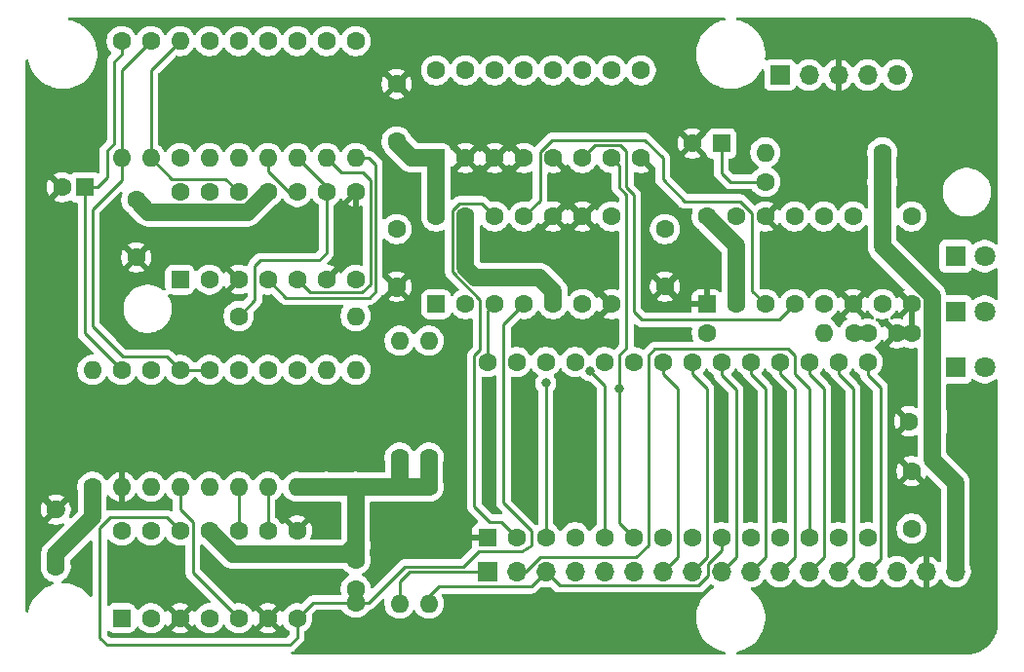
<source format=gbr>
G04 #@! TF.GenerationSoftware,KiCad,Pcbnew,9.0.0*
G04 #@! TF.CreationDate,2025-03-17T23:12:27+00:00*
G04 #@! TF.ProjectId,EconetModuleV1,45636f6e-6574-44d6-9f64-756c6556312e,01b*
G04 #@! TF.SameCoordinates,Original*
G04 #@! TF.FileFunction,Copper,L1,Top*
G04 #@! TF.FilePolarity,Positive*
%FSLAX46Y46*%
G04 Gerber Fmt 4.6, Leading zero omitted, Abs format (unit mm)*
G04 Created by KiCad (PCBNEW 9.0.0) date 2025-03-17 23:12:27*
%MOMM*%
%LPD*%
G01*
G04 APERTURE LIST*
G04 Aperture macros list*
%AMRoundRect*
0 Rectangle with rounded corners*
0 $1 Rounding radius*
0 $2 $3 $4 $5 $6 $7 $8 $9 X,Y pos of 4 corners*
0 Add a 4 corners polygon primitive as box body*
4,1,4,$2,$3,$4,$5,$6,$7,$8,$9,$2,$3,0*
0 Add four circle primitives for the rounded corners*
1,1,$1+$1,$2,$3*
1,1,$1+$1,$4,$5*
1,1,$1+$1,$6,$7*
1,1,$1+$1,$8,$9*
0 Add four rect primitives between the rounded corners*
20,1,$1+$1,$2,$3,$4,$5,0*
20,1,$1+$1,$4,$5,$6,$7,0*
20,1,$1+$1,$6,$7,$8,$9,0*
20,1,$1+$1,$8,$9,$2,$3,0*%
G04 Aperture macros list end*
G04 #@! TA.AperFunction,ComponentPad*
%ADD10O,1.600000X1.600000*%
G04 #@! TD*
G04 #@! TA.AperFunction,ComponentPad*
%ADD11C,1.600000*%
G04 #@! TD*
G04 #@! TA.AperFunction,ComponentPad*
%ADD12R,1.800000X1.800000*%
G04 #@! TD*
G04 #@! TA.AperFunction,ComponentPad*
%ADD13C,1.800000*%
G04 #@! TD*
G04 #@! TA.AperFunction,ComponentPad*
%ADD14R,1.600000X1.600000*%
G04 #@! TD*
G04 #@! TA.AperFunction,ComponentPad*
%ADD15RoundRect,0.250000X0.550000X-0.550000X0.550000X0.550000X-0.550000X0.550000X-0.550000X-0.550000X0*%
G04 #@! TD*
G04 #@! TA.AperFunction,ComponentPad*
%ADD16R,1.700000X1.700000*%
G04 #@! TD*
G04 #@! TA.AperFunction,ComponentPad*
%ADD17O,1.700000X1.700000*%
G04 #@! TD*
G04 #@! TA.AperFunction,ViaPad*
%ADD18C,0.800000*%
G04 #@! TD*
G04 #@! TA.AperFunction,Conductor*
%ADD19C,0.500000*%
G04 #@! TD*
G04 #@! TA.AperFunction,Conductor*
%ADD20C,0.250000*%
G04 #@! TD*
G04 #@! TA.AperFunction,Conductor*
%ADD21C,1.500000*%
G04 #@! TD*
G04 APERTURE END LIST*
D10*
X163775000Y-92296000D03*
D11*
X173935000Y-92296000D03*
X132025000Y-118815000D03*
D10*
X132025000Y-108655000D03*
D11*
X134565000Y-118815000D03*
D10*
X134565000Y-108655000D03*
D12*
X180285000Y-101313000D03*
D13*
X182825000Y-101313000D03*
D12*
X180285000Y-110965000D03*
D13*
X182825000Y-110965000D03*
D12*
X180285000Y-106139000D03*
D13*
X182825000Y-106139000D03*
D11*
X125675000Y-121355000D03*
D10*
X125675000Y-111195000D03*
D11*
X158695000Y-107965000D03*
D10*
X168855000Y-107965000D03*
D11*
X112975000Y-92780000D03*
D10*
X112975000Y-82620000D03*
D11*
X118055000Y-111195000D03*
D10*
X118055000Y-121355000D03*
D11*
X120595000Y-111195000D03*
D10*
X120595000Y-121355000D03*
D11*
X123135000Y-111195000D03*
D10*
X123135000Y-121355000D03*
D11*
X115515000Y-111195000D03*
D10*
X115515000Y-121355000D03*
D11*
X112975000Y-111195000D03*
D10*
X112975000Y-121355000D03*
D11*
X128215000Y-82620000D03*
D10*
X128215000Y-92780000D03*
D11*
X125675000Y-82620000D03*
D10*
X125675000Y-92780000D03*
D11*
X120595000Y-82620000D03*
D10*
X120595000Y-92780000D03*
D11*
X123135000Y-82620000D03*
D10*
X123135000Y-92780000D03*
D11*
X118055000Y-82620000D03*
D10*
X118055000Y-92780000D03*
D11*
X110435000Y-111195000D03*
D10*
X110435000Y-121355000D03*
D11*
X115515000Y-82620000D03*
D10*
X115515000Y-92780000D03*
D11*
X107895000Y-111195000D03*
D10*
X107895000Y-121355000D03*
D11*
X176475000Y-124990000D03*
X176475000Y-119990000D03*
X109165000Y-96415000D03*
X109165000Y-101415000D03*
X131771000Y-98955000D03*
X131771000Y-103955000D03*
D14*
X104720000Y-95320000D03*
D11*
X102720000Y-95320000D03*
X105355000Y-121355000D03*
D10*
X105355000Y-111195000D03*
D11*
X128215000Y-121355000D03*
D10*
X128215000Y-111195000D03*
D11*
X131771000Y-91335000D03*
X131771000Y-86335000D03*
X102180000Y-128340000D03*
X102180000Y-123340000D03*
X107895000Y-82620000D03*
D10*
X107895000Y-92780000D03*
D11*
X110435000Y-82620000D03*
D10*
X110435000Y-92780000D03*
D15*
X139645000Y-125745000D03*
D11*
X142185000Y-125745000D03*
X144725000Y-125745000D03*
X147265000Y-125745000D03*
X149805000Y-125745000D03*
X152345000Y-125745000D03*
X154885000Y-125745000D03*
X157425000Y-125745000D03*
X159965000Y-125745000D03*
X162505000Y-125745000D03*
X165045000Y-125745000D03*
X167585000Y-125745000D03*
X170125000Y-125745000D03*
X172665000Y-125745000D03*
X172665000Y-110505000D03*
X170125000Y-110505000D03*
X167585000Y-110505000D03*
X165045000Y-110505000D03*
X162505000Y-110505000D03*
X159965000Y-110505000D03*
X157425000Y-110505000D03*
X154885000Y-110505000D03*
X152345000Y-110505000D03*
X149805000Y-110505000D03*
X147265000Y-110505000D03*
X144725000Y-110505000D03*
X142185000Y-110505000D03*
X139645000Y-110505000D03*
D15*
X112975000Y-103345000D03*
D11*
X115515000Y-103345000D03*
X118055000Y-103345000D03*
X120595000Y-103345000D03*
X123135000Y-103345000D03*
X125675000Y-103345000D03*
X128215000Y-103345000D03*
X128215000Y-95725000D03*
X125675000Y-95725000D03*
X123135000Y-95725000D03*
X120595000Y-95725000D03*
X118055000Y-95725000D03*
X115515000Y-95725000D03*
X112975000Y-95725000D03*
D15*
X107895000Y-132785000D03*
D11*
X110435000Y-132785000D03*
X112975000Y-132785000D03*
X115515000Y-132785000D03*
X118055000Y-132785000D03*
X120595000Y-132785000D03*
X123135000Y-132785000D03*
X123135000Y-125165000D03*
X120595000Y-125165000D03*
X118055000Y-125165000D03*
X115515000Y-125165000D03*
X112975000Y-125165000D03*
X110435000Y-125165000D03*
X107895000Y-125165000D03*
D10*
X134565000Y-131515000D03*
D11*
X134565000Y-121355000D03*
X132025000Y-121355000D03*
D10*
X132025000Y-131515000D03*
D15*
X135200000Y-105480000D03*
D11*
X137740000Y-105480000D03*
X140280000Y-105480000D03*
X142820000Y-105480000D03*
X145360000Y-105480000D03*
X147900000Y-105480000D03*
X150440000Y-105480000D03*
X150440000Y-97860000D03*
X147900000Y-97860000D03*
X145360000Y-97860000D03*
X142820000Y-97860000D03*
X140280000Y-97860000D03*
X137740000Y-97860000D03*
X135200000Y-97860000D03*
X155075000Y-98955000D03*
X155075000Y-103955000D03*
D14*
X178253000Y-115664000D03*
D11*
X176253000Y-115664000D03*
X163775000Y-94836000D03*
D10*
X173935000Y-94836000D03*
D15*
X158695000Y-105480000D03*
D11*
X161235000Y-105480000D03*
X163775000Y-105480000D03*
X166315000Y-105480000D03*
X168855000Y-105480000D03*
X171395000Y-105480000D03*
X173935000Y-105480000D03*
X176475000Y-105480000D03*
X176475000Y-97860000D03*
X173935000Y-97860000D03*
X171395000Y-97860000D03*
X168855000Y-97860000D03*
X166315000Y-97860000D03*
X163775000Y-97860000D03*
X161235000Y-97860000D03*
X158695000Y-97860000D03*
X176475000Y-108020000D03*
X175205000Y-108020000D03*
X172665000Y-108020000D03*
X171475000Y-108020000D03*
X128215000Y-126435000D03*
X128215000Y-127705000D03*
X128215000Y-130245000D03*
X128215000Y-131435000D03*
X118055000Y-106520000D03*
D10*
X128215000Y-106520000D03*
D14*
X159965000Y-91510000D03*
D11*
X157465000Y-91510000D03*
D15*
X135200000Y-92780000D03*
D11*
X137740000Y-92780000D03*
X140280000Y-92780000D03*
X142820000Y-92780000D03*
X145360000Y-92780000D03*
X147900000Y-92780000D03*
X150440000Y-92780000D03*
X152980000Y-92780000D03*
X152980000Y-85160000D03*
X150440000Y-85160000D03*
X147900000Y-85160000D03*
X145360000Y-85160000D03*
X142820000Y-85160000D03*
X140280000Y-85160000D03*
X137740000Y-85160000D03*
X135200000Y-85160000D03*
D16*
X165045000Y-85565000D03*
D17*
X167585000Y-85565000D03*
X170125000Y-85565000D03*
X172665000Y-85565000D03*
X175205000Y-85565000D03*
D16*
X139645000Y-128745000D03*
D17*
X142185000Y-128745000D03*
X144725000Y-128745000D03*
X147265000Y-128745000D03*
X149805000Y-128745000D03*
X152345000Y-128745000D03*
X154885000Y-128745000D03*
X157425000Y-128745000D03*
X159965000Y-128745000D03*
X162505000Y-128745000D03*
X165045000Y-128745000D03*
X167585000Y-128745000D03*
X170125000Y-128745000D03*
X172665000Y-128745000D03*
X175205000Y-128745000D03*
X177745000Y-128745000D03*
X180285000Y-128745000D03*
D18*
X144725000Y-112356000D03*
X176983000Y-100424000D03*
X153615000Y-107965000D03*
X172665000Y-121935000D03*
X170125000Y-121935000D03*
X165045000Y-121935000D03*
X162505000Y-121935000D03*
X159965000Y-121935000D03*
X148535000Y-111267000D03*
X139645000Y-132984000D03*
X156028000Y-132984000D03*
X143645000Y-100225000D03*
X104762910Y-127662090D03*
X127965000Y-101055000D03*
X119325000Y-116680000D03*
X114245000Y-107385000D03*
X139645000Y-121990000D03*
X132025000Y-81985000D03*
X109165000Y-116910000D03*
X156790000Y-100551000D03*
X123770000Y-108020000D03*
X119325000Y-130245000D03*
X156790000Y-86430000D03*
X142185000Y-121990000D03*
X112340000Y-87700000D03*
X146630000Y-108020000D03*
X120785000Y-99590000D03*
X147900000Y-121990000D03*
X151075000Y-112807000D03*
D19*
X135327000Y-90367000D02*
X137740000Y-92780000D01*
X135327000Y-89891000D02*
X135327000Y-90367000D01*
X131771000Y-86335000D02*
X135327000Y-89891000D01*
X107387000Y-119474000D02*
X101291000Y-119474000D01*
X101291000Y-96749000D02*
X101291000Y-119474000D01*
X107895000Y-119982000D02*
X107387000Y-119474000D01*
X107895000Y-121355000D02*
X107895000Y-119982000D01*
X101291000Y-122451000D02*
X102180000Y-123340000D01*
X102720000Y-95320000D02*
X101291000Y-96749000D01*
X101291000Y-119474000D02*
X101291000Y-122451000D01*
X156028000Y-132984000D02*
X139645000Y-132984000D01*
X176475000Y-105480000D02*
X176475000Y-108020000D01*
X174721000Y-103726000D02*
X176475000Y-105480000D01*
X173149000Y-103726000D02*
X174721000Y-103726000D01*
X171395000Y-105480000D02*
X173149000Y-103726000D01*
X175078000Y-114489000D02*
X176253000Y-115664000D01*
X175078000Y-110330000D02*
X175078000Y-114489000D01*
X174316000Y-108909000D02*
X174316000Y-109568000D01*
X175205000Y-108020000D02*
X174316000Y-108909000D01*
X174316000Y-109568000D02*
X175078000Y-110330000D01*
X174951000Y-118466000D02*
X174951000Y-116966000D01*
X176475000Y-119990000D02*
X174951000Y-118466000D01*
X174951000Y-116966000D02*
X176253000Y-115664000D01*
X178126000Y-121641000D02*
X176475000Y-119990000D01*
X177745000Y-126840000D02*
X178126000Y-126459000D01*
X177745000Y-128745000D02*
X177745000Y-126840000D01*
X178126000Y-126459000D02*
X178126000Y-121641000D01*
X125675000Y-103345000D02*
X127965000Y-101055000D01*
X128215000Y-100805000D02*
X127965000Y-101055000D01*
X128215000Y-95725000D02*
X128215000Y-100805000D01*
X130247000Y-112489000D02*
X130247000Y-105479000D01*
X131263000Y-113505000D02*
X130247000Y-112489000D01*
X130247000Y-105479000D02*
X131771000Y-103955000D01*
X136851000Y-114775000D02*
X135581000Y-113505000D01*
X135581000Y-113505000D02*
X131263000Y-113505000D01*
X136851000Y-124935000D02*
X136851000Y-114775000D01*
X137661000Y-125745000D02*
X136851000Y-124935000D01*
X139645000Y-125745000D02*
X137661000Y-125745000D01*
X167331000Y-88970000D02*
X169387000Y-88970000D01*
X169387000Y-88970000D02*
X170125000Y-88232000D01*
X167077000Y-88970000D02*
X167331000Y-88970000D01*
X170125000Y-85565000D02*
X170125000Y-88232000D01*
X167331000Y-88994000D02*
X167331000Y-88970000D01*
X160005000Y-88970000D02*
X167077000Y-88970000D01*
X157465000Y-91510000D02*
X160005000Y-88970000D01*
X149424000Y-104464000D02*
X149424000Y-99384000D01*
X150440000Y-105480000D02*
X149424000Y-104464000D01*
X149424000Y-99384000D02*
X147900000Y-97860000D01*
X145360000Y-97860000D02*
X146630000Y-96590000D01*
X146630000Y-96590000D02*
X147900000Y-97860000D01*
X146630000Y-94050000D02*
X146630000Y-96590000D01*
X145360000Y-92780000D02*
X146630000Y-94050000D01*
X153996000Y-93796000D02*
X152980000Y-92780000D01*
X153996000Y-95344000D02*
X153996000Y-93796000D01*
X156790000Y-98138000D02*
X153996000Y-95344000D01*
X156790000Y-100551000D02*
X156790000Y-98138000D01*
X156790000Y-102240000D02*
X156790000Y-100551000D01*
X155075000Y-103955000D02*
X156790000Y-102240000D01*
X156600000Y-105480000D02*
X155075000Y-103955000D01*
X158695000Y-105480000D02*
X156600000Y-105480000D01*
X167331000Y-94304000D02*
X167331000Y-88994000D01*
X163775000Y-97860000D02*
X167331000Y-94304000D01*
D20*
X160727000Y-94836000D02*
X163775000Y-94836000D01*
X160727000Y-94836000D02*
X159965000Y-94074000D01*
D21*
X173935000Y-94836000D02*
X173935000Y-92296000D01*
X173935000Y-97860000D02*
X173935000Y-94836000D01*
X173935000Y-100463712D02*
X173935000Y-97860000D01*
X178253000Y-104781712D02*
X173935000Y-100463712D01*
X178253000Y-115664000D02*
X178253000Y-104781712D01*
D20*
X154885000Y-111521000D02*
X154885000Y-110505000D01*
X156155000Y-127475000D02*
X156155000Y-112791000D01*
X156155000Y-112791000D02*
X154885000Y-111521000D01*
X154885000Y-128745000D02*
X156155000Y-127475000D01*
X157425000Y-111521000D02*
X157425000Y-110505000D01*
X158695000Y-127475000D02*
X158695000Y-112791000D01*
X157425000Y-128745000D02*
X158695000Y-127475000D01*
X158695000Y-112791000D02*
X157425000Y-111521000D01*
X159965000Y-111636370D02*
X159965000Y-110505000D01*
X161235000Y-112906370D02*
X159965000Y-111636370D01*
X161235000Y-127475000D02*
X161235000Y-112906370D01*
X159965000Y-128745000D02*
X161235000Y-127475000D01*
X163775000Y-127475000D02*
X163775000Y-112791000D01*
X162505000Y-128745000D02*
X163775000Y-127475000D01*
X163775000Y-112791000D02*
X162505000Y-111521000D01*
X162505000Y-111521000D02*
X162505000Y-110505000D01*
X165045000Y-111521000D02*
X165045000Y-110505000D01*
X166315000Y-112791000D02*
X165045000Y-111521000D01*
X165045000Y-128745000D02*
X166315000Y-127475000D01*
X166315000Y-127475000D02*
X166315000Y-112791000D01*
X168855000Y-127475000D02*
X167585000Y-128745000D01*
X167585000Y-111521000D02*
X168855000Y-112791000D01*
X167585000Y-110505000D02*
X167585000Y-111521000D01*
X168855000Y-112791000D02*
X168855000Y-127475000D01*
X171395000Y-127475000D02*
X170125000Y-128745000D01*
X170125000Y-111521000D02*
X171395000Y-112791000D01*
X171395000Y-112791000D02*
X171395000Y-127475000D01*
X170125000Y-110505000D02*
X170125000Y-111521000D01*
D21*
X131771000Y-104080694D02*
X131771000Y-103955000D01*
D20*
X141059999Y-107240001D02*
X142820000Y-105480000D01*
X143455000Y-125165000D02*
X141059999Y-122769999D01*
X141059999Y-122769999D02*
X141059999Y-107240001D01*
X137523000Y-128285000D02*
X138883000Y-126925000D01*
X132496370Y-128285000D02*
X137523000Y-128285000D01*
X129346370Y-131435000D02*
X132496370Y-128285000D01*
X138883000Y-126925000D02*
X142670002Y-126925000D01*
X143455000Y-126435000D02*
X143455000Y-125165000D01*
X142670002Y-126925000D02*
X143455000Y-126435000D01*
X128215000Y-131435000D02*
X129346370Y-131435000D01*
X144725000Y-125745000D02*
X144725000Y-112356000D01*
X166315000Y-109925000D02*
X165769999Y-109379999D01*
X166315000Y-111521000D02*
X166315000Y-109925000D01*
X167585000Y-112791000D02*
X166315000Y-111521000D01*
X167585000Y-125745000D02*
X167585000Y-112791000D01*
X151075000Y-124475000D02*
X151075000Y-112807000D01*
X151075000Y-109925000D02*
X151075000Y-112807000D01*
X149795500Y-112527500D02*
X148535000Y-111267000D01*
X149805000Y-112527500D02*
X149795500Y-112527500D01*
X159965000Y-91510000D02*
X159965000Y-94074000D01*
D21*
X178253000Y-118966000D02*
X180285000Y-120998000D01*
X178253000Y-115664000D02*
X178253000Y-118966000D01*
X180285000Y-120998000D02*
X180285000Y-128745000D01*
X134565000Y-118815000D02*
X134565000Y-121355000D01*
X132025000Y-118815000D02*
X132025000Y-121355000D01*
X102220000Y-123300000D02*
X102180000Y-123340000D01*
X145360000Y-105480000D02*
X145360000Y-104348630D01*
X109165000Y-96415000D02*
X110225001Y-97475001D01*
X128215000Y-121355000D02*
X132025000Y-121355000D01*
X125675000Y-121355000D02*
X128215000Y-121355000D01*
X110225001Y-97475001D02*
X118844999Y-97475001D01*
X128215000Y-126435000D02*
X128215000Y-127705000D01*
X145360000Y-104348630D02*
X144146360Y-103134990D01*
X127415001Y-127234999D02*
X128215000Y-126435000D01*
X161235000Y-105480000D02*
X161235000Y-100400000D01*
X138569990Y-103134990D02*
X137740000Y-102305000D01*
X144146360Y-103134990D02*
X138569990Y-103134990D01*
X117584999Y-127234999D02*
X127415001Y-127234999D01*
X128215000Y-126435000D02*
X128215000Y-121355000D01*
X132025000Y-121355000D02*
X134565000Y-121355000D01*
X115515000Y-125165000D02*
X117584999Y-127234999D01*
X102180000Y-128340000D02*
X102180000Y-127208630D01*
X118844999Y-97475001D02*
X120595000Y-95725000D01*
X105355000Y-124033630D02*
X105355000Y-121355000D01*
X133096000Y-92780000D02*
X131771000Y-91455000D01*
X137740000Y-102305000D02*
X137740000Y-97860000D01*
X161235000Y-100400000D02*
X158695000Y-97860000D01*
X135200000Y-92780000D02*
X133096000Y-92780000D01*
X102180000Y-127208630D02*
X105355000Y-124033630D01*
X135200000Y-92780000D02*
X135200000Y-97860000D01*
X123135000Y-121355000D02*
X125675000Y-121355000D01*
D20*
X144725000Y-128745000D02*
X143455000Y-130015000D01*
X157989001Y-129920001D02*
X158789999Y-129119003D01*
X144725000Y-128745000D02*
X145900001Y-129920001D01*
X158789999Y-129119003D02*
X158789999Y-128051371D01*
X159965000Y-126876370D02*
X159965000Y-125745000D01*
X143455000Y-130015000D02*
X135430000Y-130015000D01*
X158789999Y-128051371D02*
X159965000Y-126876370D01*
X145900001Y-129920001D02*
X157989001Y-129920001D01*
X135430000Y-130015000D02*
X134565000Y-130880000D01*
X172665000Y-111636370D02*
X173790001Y-112761371D01*
X173790001Y-127619999D02*
X172665000Y-128745000D01*
X173790001Y-112761371D02*
X173790001Y-127619999D01*
X172665000Y-110505000D02*
X172665000Y-111636370D01*
X144255998Y-127475000D02*
X152575000Y-127475000D01*
X153615000Y-109925000D02*
X154160001Y-109379999D01*
X142985998Y-128745000D02*
X144255998Y-127475000D01*
X142185000Y-128745000D02*
X142985998Y-128745000D01*
X154160001Y-109379999D02*
X165769999Y-109379999D01*
X152575000Y-127475000D02*
X153615000Y-126435000D01*
X153615000Y-126435000D02*
X153615000Y-109925000D01*
X139645000Y-128745000D02*
X132890000Y-128745000D01*
X132890000Y-128745000D02*
X132025000Y-129610000D01*
X132025000Y-129610000D02*
X132025000Y-131515000D01*
X142185000Y-125745000D02*
X140825000Y-124385000D01*
X136614999Y-102700292D02*
X136614999Y-97319999D01*
X139010000Y-109474998D02*
X139010000Y-105084998D01*
X140825000Y-124385000D02*
X139830000Y-124385000D01*
X139010000Y-105084998D02*
X138999705Y-105084998D01*
X139830000Y-124385000D02*
X138519999Y-123074999D01*
X138519999Y-123074999D02*
X138519999Y-109964999D01*
X137199999Y-96734999D02*
X139154999Y-96734999D01*
X138999705Y-105084998D02*
X136614999Y-102700292D01*
X138519999Y-109964999D02*
X139010000Y-109474998D01*
X136614999Y-97319999D02*
X137199999Y-96734999D01*
X139154999Y-96734999D02*
X140280000Y-97860000D01*
X123135000Y-134460000D02*
X122500000Y-135095000D01*
X122500000Y-135095000D02*
X106625000Y-135095000D01*
X124485000Y-131435000D02*
X123135000Y-132785000D01*
X106625000Y-135095000D02*
X105990000Y-134460000D01*
X128215000Y-131435000D02*
X124485000Y-131435000D01*
X128215000Y-130245000D02*
X128215000Y-131435000D01*
X105990000Y-124935000D02*
X105990000Y-134460000D01*
X123135000Y-134460000D02*
X123135000Y-132785000D01*
X111849999Y-124039999D02*
X106885001Y-124039999D01*
X106885001Y-124039999D02*
X105990000Y-124935000D01*
X112975000Y-125165000D02*
X111849999Y-124039999D01*
X149805000Y-112527500D02*
X149805000Y-125745000D01*
X139645000Y-110505000D02*
X139645000Y-106115000D01*
X139645000Y-106115000D02*
X140280000Y-105480000D01*
X154885000Y-92780000D02*
X154885000Y-94654706D01*
X145270009Y-91204989D02*
X153309989Y-91204989D01*
X154885000Y-94654706D02*
X156775284Y-96544990D01*
X161584992Y-96544990D02*
X162649999Y-97609997D01*
X162649999Y-104354999D02*
X163775000Y-105480000D01*
X144234999Y-92239999D02*
X145270009Y-91204989D01*
X162649999Y-97609997D02*
X162649999Y-104354999D01*
X156775284Y-96544990D02*
X161584992Y-96544990D01*
X144234999Y-96445001D02*
X144234999Y-92239999D01*
X142820000Y-97860000D02*
X144234999Y-96445001D01*
X166315000Y-105480000D02*
X164955001Y-106839999D01*
X151710000Y-92145000D02*
X151710000Y-95318590D01*
X151219999Y-91654999D02*
X151710000Y-92145000D01*
X164955001Y-106839999D02*
X153069999Y-106839999D01*
X153069999Y-106839999D02*
X152345000Y-106115000D01*
X149025001Y-91654999D02*
X151219999Y-91654999D01*
X147900000Y-92780000D02*
X149025001Y-91654999D01*
X151710000Y-95318590D02*
X152345000Y-95953590D01*
X122408630Y-95725000D02*
X120595000Y-93911370D01*
X123135000Y-95725000D02*
X122408630Y-95725000D01*
X120595000Y-93911370D02*
X120595000Y-92780000D01*
X125040000Y-101670000D02*
X125675000Y-101035000D01*
X119469999Y-102160001D02*
X119960000Y-101670000D01*
X119469999Y-102160001D02*
X119469999Y-105105001D01*
X123135000Y-92780000D02*
X125675000Y-95320000D01*
X119469999Y-105105001D02*
X118055000Y-106520000D01*
X125675000Y-101035000D02*
X125675000Y-95725000D01*
X128850000Y-94050000D02*
X129485000Y-94685000D01*
X128755001Y-104470001D02*
X124260001Y-104470001D01*
X123135000Y-103345000D02*
X124260001Y-104470001D01*
X129485000Y-94685000D02*
X129485000Y-103740002D01*
X126945000Y-94050000D02*
X128850000Y-94050000D01*
X129485000Y-103740002D02*
X128755001Y-104470001D01*
X125675000Y-92780000D02*
X126945000Y-94050000D01*
X112975000Y-111195000D02*
X115515000Y-111195000D01*
X111849999Y-110069999D02*
X108039999Y-110069999D01*
X120595000Y-103345000D02*
X122170010Y-104920010D01*
X107895000Y-92780000D02*
X107895000Y-85160000D01*
X129935009Y-93368639D02*
X129935009Y-104394991D01*
X107895000Y-85160000D02*
X110435000Y-82620000D01*
X112975000Y-111195000D02*
X111849999Y-110069999D01*
X108039999Y-110069999D02*
X105355000Y-107385000D01*
X129409990Y-104920010D02*
X122170010Y-104920010D01*
X107895000Y-94700000D02*
X107895000Y-92780000D01*
X105355000Y-107385000D02*
X105355000Y-97240000D01*
X128215000Y-92780000D02*
X129346370Y-92780000D01*
X129935009Y-104394991D02*
X129409990Y-104920010D01*
X105355000Y-97240000D02*
X107895000Y-94700000D01*
X129346370Y-92780000D02*
X129935009Y-93368639D01*
X106625000Y-92145000D02*
X107260000Y-91510000D01*
X107260000Y-91510000D02*
X107260000Y-84386370D01*
X107260000Y-84386370D02*
X107895000Y-83751370D01*
X104720000Y-95320000D02*
X104720000Y-108020000D01*
X106625000Y-94465000D02*
X106625000Y-92145000D01*
X107895000Y-83751370D02*
X107895000Y-82620000D01*
X105770000Y-95320000D02*
X106625000Y-94465000D01*
X104720000Y-95320000D02*
X105770000Y-95320000D01*
X104720000Y-108020000D02*
X107895000Y-111195000D01*
X114100001Y-128830001D02*
X118055000Y-132785000D01*
X112975000Y-123319998D02*
X114100001Y-124444999D01*
X112975000Y-121355000D02*
X112975000Y-123319998D01*
X114100001Y-124444999D02*
X114100001Y-128830001D01*
X118055000Y-121355000D02*
X118055000Y-125165000D01*
X110435000Y-85160000D02*
X110435000Y-92780000D01*
X112254999Y-94599999D02*
X110435000Y-92780000D01*
X116929999Y-94599999D02*
X112254999Y-94599999D01*
X118055000Y-95725000D02*
X116929999Y-94599999D01*
X112975000Y-82620000D02*
X110435000Y-85160000D01*
X151710000Y-109290000D02*
X151710000Y-95955000D01*
X151075000Y-109925000D02*
X151710000Y-109290000D01*
X150440000Y-92780000D02*
X151075000Y-93415000D01*
X151075000Y-93415000D02*
X151075000Y-95320000D01*
X152345000Y-125745000D02*
X151075000Y-124475000D01*
X151710000Y-95955000D02*
X151075000Y-95320000D01*
X120595000Y-121355000D02*
X120595000Y-125165000D01*
X119960000Y-101670000D02*
X125040000Y-101670000D01*
X153309989Y-91204989D02*
X154885000Y-92780000D01*
X152345000Y-95953590D02*
X152345000Y-106115000D01*
G04 #@! TA.AperFunction,Conductor*
G36*
X159104422Y-129804649D02*
G01*
X159134446Y-129820766D01*
X159252991Y-129906894D01*
X159282054Y-129921702D01*
X159282935Y-129922170D01*
X159307625Y-129946284D01*
X159332676Y-129969943D01*
X159332939Y-129971008D01*
X159333726Y-129971776D01*
X159341457Y-130005401D01*
X159349743Y-130038858D01*
X159349388Y-130039896D01*
X159349635Y-130040967D01*
X159337963Y-130073425D01*
X159326843Y-130106060D01*
X159325911Y-130106943D01*
X159325612Y-130107776D01*
X159322583Y-130110099D01*
X159290896Y-130140150D01*
X159045960Y-130294054D01*
X158782473Y-130504177D01*
X158544177Y-130742473D01*
X158334051Y-131005963D01*
X158154756Y-131291309D01*
X158154751Y-131291318D01*
X158008535Y-131594939D01*
X158008524Y-131594966D01*
X157897225Y-131913039D01*
X157822233Y-132241601D01*
X157784500Y-132576494D01*
X157784500Y-132913505D01*
X157822233Y-133248398D01*
X157855578Y-133394489D01*
X157897224Y-133576954D01*
X157897226Y-133576960D01*
X157897225Y-133576960D01*
X158008524Y-133895033D01*
X158008535Y-133895060D01*
X158154751Y-134198681D01*
X158154756Y-134198690D01*
X158334051Y-134484036D01*
X158544177Y-134747526D01*
X158782473Y-134985822D01*
X159045963Y-135195948D01*
X159306488Y-135359647D01*
X159331314Y-135375246D01*
X159634949Y-135521469D01*
X159634965Y-135521474D01*
X159634966Y-135521475D01*
X159953039Y-135632774D01*
X159953042Y-135632774D01*
X159953046Y-135632776D01*
X160132523Y-135673740D01*
X160228556Y-135695659D01*
X160290518Y-135730318D01*
X160323905Y-135792974D01*
X160318118Y-135863734D01*
X160274994Y-135920133D01*
X160208224Y-135944264D01*
X160200518Y-135944500D01*
X122737987Y-135944500D01*
X122669866Y-135924498D01*
X122623373Y-135870842D01*
X122613269Y-135800568D01*
X122642763Y-135735988D01*
X122689768Y-135702091D01*
X122705296Y-135695659D01*
X122800075Y-135656400D01*
X122903833Y-135587071D01*
X123627072Y-134863833D01*
X123696401Y-134760075D01*
X123744155Y-134644784D01*
X123746181Y-134634597D01*
X123752482Y-134602927D01*
X123768499Y-134522399D01*
X123768500Y-134522392D01*
X123768500Y-134006328D01*
X123788502Y-133938207D01*
X123820440Y-133904391D01*
X123820795Y-133904133D01*
X123820803Y-133904129D01*
X123987430Y-133783068D01*
X124133068Y-133637430D01*
X124254129Y-133470803D01*
X124347634Y-133287290D01*
X124411280Y-133091408D01*
X124443500Y-132887981D01*
X124443500Y-132682019D01*
X124411280Y-132478592D01*
X124411278Y-132478588D01*
X124411209Y-132478147D01*
X124420309Y-132407736D01*
X124446563Y-132369340D01*
X124571712Y-132244192D01*
X124710500Y-132105404D01*
X124772812Y-132071379D01*
X124799595Y-132068500D01*
X126993670Y-132068500D01*
X127061791Y-132088502D01*
X127095606Y-132120439D01*
X127098947Y-132125037D01*
X127216932Y-132287430D01*
X127216934Y-132287432D01*
X127216936Y-132287435D01*
X127362564Y-132433063D01*
X127362567Y-132433065D01*
X127362570Y-132433068D01*
X127529197Y-132554129D01*
X127712710Y-132647634D01*
X127908592Y-132711280D01*
X128112019Y-132743500D01*
X128112022Y-132743500D01*
X128317978Y-132743500D01*
X128317981Y-132743500D01*
X128521408Y-132711280D01*
X128717290Y-132647634D01*
X128900803Y-132554129D01*
X129067430Y-132433068D01*
X129213068Y-132287430D01*
X129334129Y-132120803D01*
X129334129Y-132120802D01*
X129336953Y-132116916D01*
X129393175Y-132073561D01*
X129414305Y-132067397D01*
X129531155Y-132044155D01*
X129646445Y-131996400D01*
X129750203Y-131927071D01*
X130527216Y-131150057D01*
X130589525Y-131116035D01*
X130660340Y-131121099D01*
X130717176Y-131163646D01*
X130741987Y-131230166D01*
X130740757Y-131258865D01*
X130735618Y-131291314D01*
X130716500Y-131412019D01*
X130716500Y-131617981D01*
X130748720Y-131821408D01*
X130748721Y-131821412D01*
X130805577Y-131996398D01*
X130812366Y-132017290D01*
X130905871Y-132200803D01*
X131026932Y-132367430D01*
X131026934Y-132367432D01*
X131026936Y-132367435D01*
X131172564Y-132513063D01*
X131172567Y-132513065D01*
X131172570Y-132513068D01*
X131339197Y-132634129D01*
X131522710Y-132727634D01*
X131718592Y-132791280D01*
X131922019Y-132823500D01*
X131922022Y-132823500D01*
X132127978Y-132823500D01*
X132127981Y-132823500D01*
X132331408Y-132791280D01*
X132527290Y-132727634D01*
X132710803Y-132634129D01*
X132877430Y-132513068D01*
X133023068Y-132367430D01*
X133144129Y-132200803D01*
X133182734Y-132125034D01*
X133231481Y-132073422D01*
X133300396Y-132056356D01*
X133367598Y-132079257D01*
X133407264Y-132125034D01*
X133445871Y-132200803D01*
X133566932Y-132367430D01*
X133566934Y-132367432D01*
X133566936Y-132367435D01*
X133712564Y-132513063D01*
X133712567Y-132513065D01*
X133712570Y-132513068D01*
X133879197Y-132634129D01*
X134062710Y-132727634D01*
X134258592Y-132791280D01*
X134462019Y-132823500D01*
X134462022Y-132823500D01*
X134667978Y-132823500D01*
X134667981Y-132823500D01*
X134871408Y-132791280D01*
X135067290Y-132727634D01*
X135250803Y-132634129D01*
X135417430Y-132513068D01*
X135563068Y-132367430D01*
X135684129Y-132200803D01*
X135777634Y-132017290D01*
X135841280Y-131821408D01*
X135873500Y-131617981D01*
X135873500Y-131412019D01*
X135841280Y-131208592D01*
X135777634Y-131012710D01*
X135685404Y-130831700D01*
X135672301Y-130761926D01*
X135699001Y-130696142D01*
X135757028Y-130655235D01*
X135797672Y-130648500D01*
X143517393Y-130648500D01*
X143517394Y-130648500D01*
X143639785Y-130624155D01*
X143755075Y-130576400D01*
X143858833Y-130507071D01*
X144268486Y-130097416D01*
X144330796Y-130063393D01*
X144396518Y-130066680D01*
X144406884Y-130070049D01*
X144618084Y-130103500D01*
X144618087Y-130103500D01*
X144831913Y-130103500D01*
X144831916Y-130103500D01*
X145043116Y-130070049D01*
X145053475Y-130066682D01*
X145124442Y-130064650D01*
X145181514Y-130097418D01*
X145407930Y-130323834D01*
X145496168Y-130412072D01*
X145599926Y-130481401D01*
X145715216Y-130529156D01*
X145837607Y-130553501D01*
X145837608Y-130553501D01*
X158051394Y-130553501D01*
X158051395Y-130553501D01*
X158173786Y-130529156D01*
X158289076Y-130481401D01*
X158392834Y-130412072D01*
X158971298Y-129833607D01*
X159033607Y-129799585D01*
X159104422Y-129804649D01*
G37*
G04 #@! TD.AperFunction*
G04 #@! TA.AperFunction,Conductor*
G36*
X181839098Y-111978236D02*
G01*
X181867809Y-111999729D01*
X181907421Y-112039341D01*
X181993127Y-112101610D01*
X182086785Y-112169657D01*
X182284324Y-112270308D01*
X182495176Y-112338818D01*
X182714149Y-112373500D01*
X182714152Y-112373500D01*
X182935848Y-112373500D01*
X182935851Y-112373500D01*
X183154824Y-112338818D01*
X183365676Y-112270308D01*
X183563215Y-112169657D01*
X183742576Y-112039343D01*
X183755818Y-112026101D01*
X183769405Y-112012515D01*
X183831717Y-111978489D01*
X183902532Y-111983554D01*
X183959368Y-112026101D01*
X183984179Y-112092621D01*
X183984500Y-112101610D01*
X183984500Y-133241460D01*
X183984302Y-133248525D01*
X183967922Y-133540182D01*
X183966340Y-133554223D01*
X183918003Y-133838718D01*
X183914859Y-133852493D01*
X183834971Y-134129789D01*
X183830304Y-134143126D01*
X183719871Y-134409735D01*
X183713740Y-134422466D01*
X183574158Y-134675021D01*
X183566641Y-134686985D01*
X183399647Y-134922341D01*
X183390837Y-134933388D01*
X183198549Y-135148558D01*
X183188558Y-135158549D01*
X182973388Y-135350837D01*
X182962341Y-135359647D01*
X182726985Y-135526641D01*
X182715021Y-135534158D01*
X182462466Y-135673740D01*
X182449735Y-135679871D01*
X182183126Y-135790304D01*
X182169789Y-135794971D01*
X181892493Y-135874859D01*
X181878718Y-135878003D01*
X181594223Y-135926340D01*
X181580182Y-135927922D01*
X181294536Y-135943964D01*
X181289203Y-135944264D01*
X181288526Y-135944302D01*
X181281461Y-135944500D01*
X161369482Y-135944500D01*
X161301361Y-135924498D01*
X161254868Y-135870842D01*
X161244764Y-135800568D01*
X161274258Y-135735988D01*
X161333984Y-135697604D01*
X161341444Y-135695659D01*
X161437477Y-135673740D01*
X161616954Y-135632776D01*
X161935051Y-135521469D01*
X162238686Y-135375246D01*
X162524039Y-135195946D01*
X162787523Y-134985825D01*
X163025825Y-134747523D01*
X163235946Y-134484039D01*
X163415246Y-134198686D01*
X163561469Y-133895051D01*
X163672776Y-133576954D01*
X163747767Y-133248394D01*
X163785500Y-132913504D01*
X163785500Y-132576496D01*
X163747767Y-132241606D01*
X163672776Y-131913046D01*
X163647473Y-131840735D01*
X163561475Y-131594966D01*
X163561474Y-131594965D01*
X163561469Y-131594949D01*
X163457024Y-131378066D01*
X163415248Y-131291318D01*
X163415243Y-131291309D01*
X163235948Y-131005963D01*
X163025822Y-130742473D01*
X162787526Y-130504177D01*
X162562750Y-130324925D01*
X162521962Y-130266814D01*
X162519067Y-130195877D01*
X162554982Y-130134635D01*
X162618306Y-130102532D01*
X162621513Y-130101979D01*
X162823116Y-130070049D01*
X163026483Y-130003972D01*
X163217009Y-129906894D01*
X163390004Y-129781206D01*
X163541206Y-129630004D01*
X163666894Y-129457009D01*
X163666899Y-129456997D01*
X163667561Y-129455920D01*
X163667924Y-129455591D01*
X163669804Y-129453004D01*
X163670347Y-129453398D01*
X163720204Y-129408283D01*
X163790244Y-129396670D01*
X163855445Y-129424766D01*
X163880021Y-129453130D01*
X163880196Y-129453004D01*
X163881668Y-129455030D01*
X163882439Y-129455920D01*
X163883104Y-129457006D01*
X163883106Y-129457009D01*
X164008794Y-129630004D01*
X164008796Y-129630006D01*
X164008798Y-129630009D01*
X164159990Y-129781201D01*
X164159993Y-129781203D01*
X164159996Y-129781206D01*
X164332991Y-129906894D01*
X164523517Y-130003972D01*
X164726878Y-130070047D01*
X164726879Y-130070047D01*
X164726884Y-130070049D01*
X164938084Y-130103500D01*
X164938087Y-130103500D01*
X165151913Y-130103500D01*
X165151916Y-130103500D01*
X165363116Y-130070049D01*
X165566483Y-130003972D01*
X165757009Y-129906894D01*
X165930004Y-129781206D01*
X166081206Y-129630004D01*
X166206894Y-129457009D01*
X166206899Y-129456997D01*
X166207561Y-129455920D01*
X166207924Y-129455591D01*
X166209804Y-129453004D01*
X166210347Y-129453398D01*
X166260204Y-129408283D01*
X166330244Y-129396670D01*
X166395445Y-129424766D01*
X166420021Y-129453130D01*
X166420196Y-129453004D01*
X166421668Y-129455030D01*
X166422439Y-129455920D01*
X166423104Y-129457006D01*
X166423106Y-129457009D01*
X166548794Y-129630004D01*
X166548796Y-129630006D01*
X166548798Y-129630009D01*
X166699990Y-129781201D01*
X166699993Y-129781203D01*
X166699996Y-129781206D01*
X166872991Y-129906894D01*
X167063517Y-130003972D01*
X167266878Y-130070047D01*
X167266879Y-130070047D01*
X167266884Y-130070049D01*
X167478084Y-130103500D01*
X167478087Y-130103500D01*
X167691913Y-130103500D01*
X167691916Y-130103500D01*
X167903116Y-130070049D01*
X168106483Y-130003972D01*
X168297009Y-129906894D01*
X168470004Y-129781206D01*
X168621206Y-129630004D01*
X168746894Y-129457009D01*
X168746899Y-129456997D01*
X168747561Y-129455920D01*
X168747924Y-129455591D01*
X168749804Y-129453004D01*
X168750347Y-129453398D01*
X168800204Y-129408283D01*
X168870244Y-129396670D01*
X168935445Y-129424766D01*
X168960021Y-129453130D01*
X168960196Y-129453004D01*
X168961668Y-129455030D01*
X168962439Y-129455920D01*
X168963104Y-129457006D01*
X168963106Y-129457009D01*
X169088794Y-129630004D01*
X169088796Y-129630006D01*
X169088798Y-129630009D01*
X169239990Y-129781201D01*
X169239993Y-129781203D01*
X169239996Y-129781206D01*
X169412991Y-129906894D01*
X169603517Y-130003972D01*
X169806878Y-130070047D01*
X169806879Y-130070047D01*
X169806884Y-130070049D01*
X170018084Y-130103500D01*
X170018087Y-130103500D01*
X170231913Y-130103500D01*
X170231916Y-130103500D01*
X170443116Y-130070049D01*
X170646483Y-130003972D01*
X170837009Y-129906894D01*
X171010004Y-129781206D01*
X171161206Y-129630004D01*
X171286894Y-129457009D01*
X171286899Y-129456997D01*
X171287561Y-129455920D01*
X171287924Y-129455591D01*
X171289804Y-129453004D01*
X171290347Y-129453398D01*
X171340204Y-129408283D01*
X171410244Y-129396670D01*
X171475445Y-129424766D01*
X171500021Y-129453130D01*
X171500196Y-129453004D01*
X171501668Y-129455030D01*
X171502439Y-129455920D01*
X171503104Y-129457006D01*
X171503106Y-129457009D01*
X171628794Y-129630004D01*
X171628796Y-129630006D01*
X171628798Y-129630009D01*
X171779990Y-129781201D01*
X171779993Y-129781203D01*
X171779996Y-129781206D01*
X171952991Y-129906894D01*
X172143517Y-130003972D01*
X172346878Y-130070047D01*
X172346879Y-130070047D01*
X172346884Y-130070049D01*
X172558084Y-130103500D01*
X172558087Y-130103500D01*
X172771913Y-130103500D01*
X172771916Y-130103500D01*
X172983116Y-130070049D01*
X173186483Y-130003972D01*
X173377009Y-129906894D01*
X173550004Y-129781206D01*
X173701206Y-129630004D01*
X173826894Y-129457009D01*
X173826899Y-129456997D01*
X173827561Y-129455920D01*
X173827924Y-129455591D01*
X173829804Y-129453004D01*
X173830347Y-129453398D01*
X173880204Y-129408283D01*
X173950244Y-129396670D01*
X174015445Y-129424766D01*
X174040021Y-129453130D01*
X174040196Y-129453004D01*
X174041668Y-129455030D01*
X174042439Y-129455920D01*
X174043104Y-129457006D01*
X174043106Y-129457009D01*
X174168794Y-129630004D01*
X174168796Y-129630006D01*
X174168798Y-129630009D01*
X174319990Y-129781201D01*
X174319993Y-129781203D01*
X174319996Y-129781206D01*
X174492991Y-129906894D01*
X174683517Y-130003972D01*
X174886878Y-130070047D01*
X174886879Y-130070047D01*
X174886884Y-130070049D01*
X175098084Y-130103500D01*
X175098087Y-130103500D01*
X175311913Y-130103500D01*
X175311916Y-130103500D01*
X175523116Y-130070049D01*
X175726483Y-130003972D01*
X175917009Y-129906894D01*
X176090004Y-129781206D01*
X176241206Y-129630004D01*
X176366894Y-129457009D01*
X176366902Y-129456992D01*
X176367854Y-129455441D01*
X176368377Y-129454967D01*
X176369804Y-129453004D01*
X176370216Y-129453303D01*
X176420497Y-129407804D01*
X176490537Y-129396189D01*
X176555738Y-129424285D01*
X176580484Y-129452843D01*
X176580624Y-129452742D01*
X176581801Y-129454362D01*
X176582729Y-129455433D01*
X176583535Y-129456749D01*
X176709177Y-129629679D01*
X176860320Y-129780822D01*
X177033249Y-129906463D01*
X177223707Y-130003506D01*
X177223713Y-130003509D01*
X177426998Y-130069560D01*
X177491000Y-130079696D01*
X177491000Y-129175702D01*
X177552007Y-129210925D01*
X177679174Y-129245000D01*
X177810826Y-129245000D01*
X177937993Y-129210925D01*
X177999000Y-129175702D01*
X177999000Y-130079696D01*
X178063001Y-130069560D01*
X178266286Y-130003509D01*
X178266292Y-130003506D01*
X178456750Y-129906463D01*
X178629679Y-129780822D01*
X178780822Y-129629679D01*
X178906460Y-129456754D01*
X178907261Y-129455448D01*
X178907695Y-129455054D01*
X178909376Y-129452742D01*
X178909861Y-129453094D01*
X178959900Y-129407807D01*
X179029940Y-129396188D01*
X179095142Y-129424280D01*
X179120097Y-129453075D01*
X179120196Y-129453004D01*
X179121025Y-129454145D01*
X179122136Y-129455427D01*
X179123103Y-129457006D01*
X179192582Y-129552635D01*
X179248794Y-129630004D01*
X179248796Y-129630006D01*
X179248798Y-129630009D01*
X179399990Y-129781201D01*
X179399993Y-129781203D01*
X179399996Y-129781206D01*
X179572991Y-129906894D01*
X179763517Y-130003972D01*
X179966878Y-130070047D01*
X179966879Y-130070047D01*
X179966884Y-130070049D01*
X180178084Y-130103500D01*
X180178087Y-130103500D01*
X180391913Y-130103500D01*
X180391916Y-130103500D01*
X180603116Y-130070049D01*
X180806483Y-130003972D01*
X180997009Y-129906894D01*
X181170004Y-129781206D01*
X181321206Y-129630004D01*
X181446894Y-129457009D01*
X181543972Y-129266483D01*
X181610049Y-129063116D01*
X181643500Y-128851916D01*
X181643500Y-128638084D01*
X181610049Y-128426884D01*
X181598326Y-128390803D01*
X181549667Y-128241044D01*
X181543500Y-128202108D01*
X181543500Y-120898957D01*
X181536176Y-120852714D01*
X181512512Y-120703300D01*
X181451298Y-120514903D01*
X181361366Y-120338402D01*
X181244930Y-120178142D01*
X181104858Y-120038070D01*
X179548405Y-118481617D01*
X179514379Y-118419305D01*
X179511500Y-118392522D01*
X179511500Y-116712530D01*
X179519445Y-116668497D01*
X179554988Y-116573204D01*
X179554990Y-116573196D01*
X179561499Y-116512649D01*
X179561500Y-116512632D01*
X179561500Y-114815367D01*
X179561499Y-114815350D01*
X179554990Y-114754804D01*
X179554989Y-114754800D01*
X179519444Y-114659498D01*
X179511500Y-114615466D01*
X179511500Y-112499500D01*
X179531502Y-112431379D01*
X179585158Y-112384886D01*
X179637500Y-112373500D01*
X181233632Y-112373500D01*
X181233638Y-112373500D01*
X181233645Y-112373499D01*
X181233649Y-112373499D01*
X181294196Y-112366990D01*
X181294199Y-112366989D01*
X181294201Y-112366989D01*
X181431204Y-112315889D01*
X181497151Y-112266522D01*
X181548261Y-112228261D01*
X181635887Y-112111207D01*
X181635888Y-112111205D01*
X181635887Y-112111205D01*
X181635889Y-112111204D01*
X181660660Y-112044789D01*
X181703204Y-111987957D01*
X181769724Y-111963145D01*
X181839098Y-111978236D01*
G37*
G04 #@! TD.AperFunction*
G04 #@! TA.AperFunction,Conductor*
G36*
X120195000Y-132837661D02*
G01*
X120222259Y-132939394D01*
X120274920Y-133030606D01*
X120349394Y-133105080D01*
X120440606Y-133157741D01*
X120542339Y-133185000D01*
X120554210Y-133185000D01*
X119866626Y-133872582D01*
X119866626Y-133872583D01*
X119909454Y-133903699D01*
X120092900Y-133997170D01*
X120092906Y-133997173D01*
X120288705Y-134060791D01*
X120288701Y-134060791D01*
X120492061Y-134093000D01*
X120697939Y-134093000D01*
X120901296Y-134060791D01*
X121097093Y-133997173D01*
X121097099Y-133997170D01*
X121280541Y-133903701D01*
X121323372Y-133872582D01*
X121323372Y-133872581D01*
X120635791Y-133185000D01*
X120647661Y-133185000D01*
X120749394Y-133157741D01*
X120840606Y-133105080D01*
X120915080Y-133030606D01*
X120967741Y-132939394D01*
X120995000Y-132837661D01*
X120995000Y-132825791D01*
X121682581Y-133513372D01*
X121682582Y-133513372D01*
X121713701Y-133470541D01*
X121752453Y-133394488D01*
X121801201Y-133342873D01*
X121870116Y-133325807D01*
X121937318Y-133348708D01*
X121976985Y-133394486D01*
X122015871Y-133470803D01*
X122136932Y-133637430D01*
X122136934Y-133637432D01*
X122136936Y-133637435D01*
X122282564Y-133783063D01*
X122282567Y-133783065D01*
X122282570Y-133783068D01*
X122449197Y-133904129D01*
X122449204Y-133904133D01*
X122449560Y-133904391D01*
X122452956Y-133908794D01*
X122458012Y-133911104D01*
X122474396Y-133936598D01*
X122492915Y-133960613D01*
X122494188Y-133967395D01*
X122496396Y-133970830D01*
X122501500Y-134006328D01*
X122501500Y-134145404D01*
X122481498Y-134213525D01*
X122464596Y-134234499D01*
X122274501Y-134424595D01*
X122212189Y-134458620D01*
X122185405Y-134461500D01*
X106939595Y-134461500D01*
X106871474Y-134441498D01*
X106850500Y-134424595D01*
X106660405Y-134234500D01*
X106645460Y-134207131D01*
X106628604Y-134180903D01*
X106627698Y-134174604D01*
X106626379Y-134172188D01*
X106623500Y-134145405D01*
X106623500Y-133990373D01*
X106643502Y-133922252D01*
X106697158Y-133875759D01*
X106767432Y-133865655D01*
X106832012Y-133895149D01*
X106838595Y-133901278D01*
X106871341Y-133934024D01*
X106871347Y-133934029D01*
X106871348Y-133934030D01*
X107022262Y-134027115D01*
X107190574Y-134082887D01*
X107294455Y-134093500D01*
X108495544Y-134093499D01*
X108599426Y-134082887D01*
X108767738Y-134027115D01*
X108918652Y-133934030D01*
X109044030Y-133808652D01*
X109137115Y-133657738D01*
X109158420Y-133593440D01*
X109198832Y-133535071D01*
X109264389Y-133507815D01*
X109334274Y-133520328D01*
X109379959Y-133559013D01*
X109436932Y-133637430D01*
X109436934Y-133637432D01*
X109436936Y-133637435D01*
X109582564Y-133783063D01*
X109582567Y-133783065D01*
X109582570Y-133783068D01*
X109749197Y-133904129D01*
X109932710Y-133997634D01*
X110128592Y-134061280D01*
X110332019Y-134093500D01*
X110332022Y-134093500D01*
X110537978Y-134093500D01*
X110537981Y-134093500D01*
X110741408Y-134061280D01*
X110937290Y-133997634D01*
X111120803Y-133904129D01*
X111287430Y-133783068D01*
X111308478Y-133762020D01*
X111335033Y-133735466D01*
X111433063Y-133637435D01*
X111433068Y-133637430D01*
X111554129Y-133470803D01*
X111593014Y-133394486D01*
X111641759Y-133342874D01*
X111710674Y-133325807D01*
X111777876Y-133348707D01*
X111817545Y-133394487D01*
X111856294Y-133470535D01*
X111856298Y-133470541D01*
X111887416Y-133513372D01*
X112575000Y-132825788D01*
X112575000Y-132837661D01*
X112602259Y-132939394D01*
X112654920Y-133030606D01*
X112729394Y-133105080D01*
X112820606Y-133157741D01*
X112922339Y-133185000D01*
X112934210Y-133185000D01*
X112246626Y-133872582D01*
X112246626Y-133872583D01*
X112289454Y-133903699D01*
X112472900Y-133997170D01*
X112472906Y-133997173D01*
X112668705Y-134060791D01*
X112668701Y-134060791D01*
X112872061Y-134093000D01*
X113077939Y-134093000D01*
X113281296Y-134060791D01*
X113477093Y-133997173D01*
X113477099Y-133997170D01*
X113660541Y-133903701D01*
X113703372Y-133872582D01*
X113703372Y-133872581D01*
X113015791Y-133185000D01*
X113027661Y-133185000D01*
X113129394Y-133157741D01*
X113220606Y-133105080D01*
X113295080Y-133030606D01*
X113347741Y-132939394D01*
X113375000Y-132837661D01*
X113375000Y-132825791D01*
X114062581Y-133513372D01*
X114062582Y-133513372D01*
X114093701Y-133470541D01*
X114132453Y-133394488D01*
X114181201Y-133342873D01*
X114250116Y-133325807D01*
X114317318Y-133348708D01*
X114356985Y-133394486D01*
X114395871Y-133470803D01*
X114516932Y-133637430D01*
X114516934Y-133637432D01*
X114516936Y-133637435D01*
X114662564Y-133783063D01*
X114662567Y-133783065D01*
X114662570Y-133783068D01*
X114829197Y-133904129D01*
X115012710Y-133997634D01*
X115208592Y-134061280D01*
X115412019Y-134093500D01*
X115412022Y-134093500D01*
X115617978Y-134093500D01*
X115617981Y-134093500D01*
X115821408Y-134061280D01*
X116017290Y-133997634D01*
X116200803Y-133904129D01*
X116367430Y-133783068D01*
X116513068Y-133637430D01*
X116634129Y-133470803D01*
X116672734Y-133395034D01*
X116721481Y-133343422D01*
X116790396Y-133326356D01*
X116857598Y-133349257D01*
X116897264Y-133395034D01*
X116935871Y-133470803D01*
X117056932Y-133637430D01*
X117056934Y-133637432D01*
X117056936Y-133637435D01*
X117202564Y-133783063D01*
X117202567Y-133783065D01*
X117202570Y-133783068D01*
X117369197Y-133904129D01*
X117552710Y-133997634D01*
X117748592Y-134061280D01*
X117952019Y-134093500D01*
X117952022Y-134093500D01*
X118157978Y-134093500D01*
X118157981Y-134093500D01*
X118361408Y-134061280D01*
X118557290Y-133997634D01*
X118740803Y-133904129D01*
X118907430Y-133783068D01*
X118928478Y-133762020D01*
X118955033Y-133735466D01*
X119053063Y-133637435D01*
X119053068Y-133637430D01*
X119174129Y-133470803D01*
X119213014Y-133394486D01*
X119261759Y-133342874D01*
X119330674Y-133325807D01*
X119397876Y-133348707D01*
X119437545Y-133394487D01*
X119476294Y-133470535D01*
X119476298Y-133470541D01*
X119507416Y-133513372D01*
X120195000Y-132825788D01*
X120195000Y-132837661D01*
G37*
G04 #@! TD.AperFunction*
G04 #@! TA.AperFunction,Conductor*
G36*
X111777598Y-125729257D02*
G01*
X111817264Y-125775034D01*
X111855871Y-125850803D01*
X111976932Y-126017430D01*
X111976934Y-126017432D01*
X111976936Y-126017435D01*
X112122564Y-126163063D01*
X112122567Y-126163065D01*
X112122570Y-126163068D01*
X112289197Y-126284129D01*
X112472710Y-126377634D01*
X112668592Y-126441280D01*
X112872019Y-126473500D01*
X112872022Y-126473500D01*
X113077978Y-126473500D01*
X113077981Y-126473500D01*
X113281408Y-126441280D01*
X113301563Y-126434730D01*
X113372529Y-126432701D01*
X113433328Y-126469362D01*
X113464655Y-126533073D01*
X113466501Y-126554563D01*
X113466501Y-128892397D01*
X113471521Y-128917634D01*
X113490846Y-129014786D01*
X113538601Y-129130076D01*
X113607930Y-129233834D01*
X113607932Y-129233836D01*
X115635501Y-131261405D01*
X115669527Y-131323717D01*
X115664462Y-131394532D01*
X115621915Y-131451368D01*
X115555395Y-131476179D01*
X115546406Y-131476500D01*
X115412019Y-131476500D01*
X115208592Y-131508720D01*
X115208590Y-131508720D01*
X115208587Y-131508721D01*
X115012714Y-131572364D01*
X115012708Y-131572367D01*
X114829193Y-131665873D01*
X114662567Y-131786934D01*
X114662564Y-131786936D01*
X114516936Y-131932564D01*
X114516934Y-131932567D01*
X114395872Y-132099193D01*
X114356987Y-132175511D01*
X114308238Y-132227126D01*
X114239323Y-132244192D01*
X114172122Y-132221291D01*
X114132453Y-132175511D01*
X114093699Y-132099454D01*
X114062583Y-132056626D01*
X114062582Y-132056626D01*
X113375000Y-132744208D01*
X113375000Y-132732339D01*
X113347741Y-132630606D01*
X113295080Y-132539394D01*
X113220606Y-132464920D01*
X113129394Y-132412259D01*
X113027661Y-132385000D01*
X113015790Y-132385000D01*
X113703372Y-131697416D01*
X113660541Y-131666298D01*
X113660540Y-131666297D01*
X113477099Y-131572829D01*
X113477093Y-131572826D01*
X113281294Y-131509208D01*
X113281298Y-131509208D01*
X113077939Y-131477000D01*
X112872061Y-131477000D01*
X112668703Y-131509208D01*
X112472906Y-131572826D01*
X112472900Y-131572829D01*
X112289452Y-131666301D01*
X112246625Y-131697416D01*
X112934209Y-132385000D01*
X112922339Y-132385000D01*
X112820606Y-132412259D01*
X112729394Y-132464920D01*
X112654920Y-132539394D01*
X112602259Y-132630606D01*
X112575000Y-132732339D01*
X112575000Y-132744209D01*
X111887416Y-132056625D01*
X111856301Y-132099453D01*
X111856299Y-132099456D01*
X111817546Y-132175512D01*
X111768798Y-132227127D01*
X111699883Y-132244192D01*
X111632681Y-132221291D01*
X111593013Y-132175511D01*
X111554127Y-132099193D01*
X111479443Y-131996400D01*
X111433068Y-131932570D01*
X111433065Y-131932567D01*
X111433063Y-131932564D01*
X111287435Y-131786936D01*
X111287432Y-131786934D01*
X111287430Y-131786932D01*
X111121391Y-131666298D01*
X111120806Y-131665873D01*
X111120805Y-131665872D01*
X111120803Y-131665871D01*
X110937290Y-131572366D01*
X110937287Y-131572365D01*
X110937285Y-131572364D01*
X110741412Y-131508721D01*
X110741410Y-131508720D01*
X110741408Y-131508720D01*
X110537981Y-131476500D01*
X110332019Y-131476500D01*
X110128592Y-131508720D01*
X110128590Y-131508720D01*
X110128587Y-131508721D01*
X109932714Y-131572364D01*
X109932708Y-131572367D01*
X109749193Y-131665873D01*
X109582567Y-131786934D01*
X109582564Y-131786936D01*
X109436933Y-131932567D01*
X109379960Y-132010985D01*
X109323737Y-132054339D01*
X109253001Y-132060414D01*
X109190210Y-132027282D01*
X109158420Y-131976557D01*
X109137115Y-131912262D01*
X109044030Y-131761348D01*
X109044029Y-131761347D01*
X109044024Y-131761341D01*
X108918658Y-131635975D01*
X108918652Y-131635970D01*
X108852174Y-131594966D01*
X108767738Y-131542885D01*
X108664633Y-131508720D01*
X108599427Y-131487113D01*
X108599420Y-131487112D01*
X108495553Y-131476500D01*
X107294455Y-131476500D01*
X107190574Y-131487112D01*
X107022261Y-131542885D01*
X106871347Y-131635970D01*
X106871341Y-131635975D01*
X106838595Y-131668722D01*
X106776283Y-131702748D01*
X106705468Y-131697683D01*
X106648632Y-131655136D01*
X106623821Y-131588616D01*
X106623500Y-131579627D01*
X106623500Y-126028870D01*
X106643502Y-125960749D01*
X106697158Y-125914256D01*
X106767432Y-125904152D01*
X106832012Y-125933646D01*
X106851432Y-125954805D01*
X106883542Y-125999000D01*
X106896936Y-126017435D01*
X107042564Y-126163063D01*
X107042567Y-126163065D01*
X107042570Y-126163068D01*
X107209197Y-126284129D01*
X107392710Y-126377634D01*
X107588592Y-126441280D01*
X107792019Y-126473500D01*
X107792022Y-126473500D01*
X107997978Y-126473500D01*
X107997981Y-126473500D01*
X108201408Y-126441280D01*
X108397290Y-126377634D01*
X108580803Y-126284129D01*
X108747430Y-126163068D01*
X108893068Y-126017430D01*
X109014129Y-125850803D01*
X109052734Y-125775034D01*
X109101481Y-125723422D01*
X109170396Y-125706356D01*
X109237598Y-125729257D01*
X109277264Y-125775034D01*
X109315871Y-125850803D01*
X109436932Y-126017430D01*
X109436934Y-126017432D01*
X109436936Y-126017435D01*
X109582564Y-126163063D01*
X109582567Y-126163065D01*
X109582570Y-126163068D01*
X109749197Y-126284129D01*
X109932710Y-126377634D01*
X110128592Y-126441280D01*
X110332019Y-126473500D01*
X110332022Y-126473500D01*
X110537978Y-126473500D01*
X110537981Y-126473500D01*
X110741408Y-126441280D01*
X110937290Y-126377634D01*
X111120803Y-126284129D01*
X111287430Y-126163068D01*
X111433068Y-126017430D01*
X111554129Y-125850803D01*
X111592734Y-125775034D01*
X111641481Y-125723422D01*
X111710396Y-125706356D01*
X111777598Y-125729257D01*
G37*
G04 #@! TD.AperFunction*
G04 #@! TA.AperFunction,Conductor*
G36*
X114942013Y-126372255D02*
G01*
X114948596Y-126378384D01*
X116765135Y-128194924D01*
X116765138Y-128194927D01*
X116834057Y-128245000D01*
X116925402Y-128311366D01*
X117101903Y-128401298D01*
X117218081Y-128439046D01*
X117290299Y-128462511D01*
X117485953Y-128493499D01*
X117684045Y-128493499D01*
X127106283Y-128493499D01*
X127174404Y-128513501D01*
X127208221Y-128545440D01*
X127216934Y-128557433D01*
X127362564Y-128703063D01*
X127362567Y-128703065D01*
X127362570Y-128703068D01*
X127529197Y-128824129D01*
X127604962Y-128862733D01*
X127656577Y-128911482D01*
X127673643Y-128980397D01*
X127650742Y-129047598D01*
X127604963Y-129087266D01*
X127536033Y-129122387D01*
X127529193Y-129125873D01*
X127362567Y-129246934D01*
X127362564Y-129246936D01*
X127216936Y-129392564D01*
X127216934Y-129392567D01*
X127095873Y-129559193D01*
X127002367Y-129742708D01*
X127002364Y-129742714D01*
X126938721Y-129938587D01*
X126938720Y-129938590D01*
X126938720Y-129938592D01*
X126906500Y-130142019D01*
X126906500Y-130347981D01*
X126927632Y-130481399D01*
X126938720Y-130551410D01*
X126946840Y-130576400D01*
X126962356Y-130624153D01*
X126966389Y-130636563D01*
X126968417Y-130707531D01*
X126931754Y-130768329D01*
X126868042Y-130799654D01*
X126846556Y-130801500D01*
X124422603Y-130801500D01*
X124349568Y-130816028D01*
X124300215Y-130825845D01*
X124300213Y-130825845D01*
X124300212Y-130825846D01*
X124184923Y-130873601D01*
X124081171Y-130942926D01*
X124081169Y-130942927D01*
X123550657Y-131473437D01*
X123488345Y-131507462D01*
X123441851Y-131508790D01*
X123384402Y-131499691D01*
X123237981Y-131476500D01*
X123032019Y-131476500D01*
X122828592Y-131508720D01*
X122828590Y-131508720D01*
X122828587Y-131508721D01*
X122632714Y-131572364D01*
X122632708Y-131572367D01*
X122449193Y-131665873D01*
X122282567Y-131786934D01*
X122282564Y-131786936D01*
X122136936Y-131932564D01*
X122136934Y-131932567D01*
X122015872Y-132099193D01*
X121976987Y-132175511D01*
X121928238Y-132227126D01*
X121859323Y-132244192D01*
X121792122Y-132221291D01*
X121752453Y-132175511D01*
X121713699Y-132099454D01*
X121682583Y-132056626D01*
X121682582Y-132056626D01*
X120995000Y-132744208D01*
X120995000Y-132732339D01*
X120967741Y-132630606D01*
X120915080Y-132539394D01*
X120840606Y-132464920D01*
X120749394Y-132412259D01*
X120647661Y-132385000D01*
X120635790Y-132385000D01*
X121323372Y-131697416D01*
X121280541Y-131666298D01*
X121280540Y-131666297D01*
X121097099Y-131572829D01*
X121097093Y-131572826D01*
X120901294Y-131509208D01*
X120901298Y-131509208D01*
X120697939Y-131477000D01*
X120492061Y-131477000D01*
X120288703Y-131509208D01*
X120092906Y-131572826D01*
X120092900Y-131572829D01*
X119909452Y-131666301D01*
X119866625Y-131697416D01*
X120554209Y-132385000D01*
X120542339Y-132385000D01*
X120440606Y-132412259D01*
X120349394Y-132464920D01*
X120274920Y-132539394D01*
X120222259Y-132630606D01*
X120195000Y-132732339D01*
X120195000Y-132744209D01*
X119507416Y-132056625D01*
X119476301Y-132099453D01*
X119476299Y-132099456D01*
X119437546Y-132175512D01*
X119388798Y-132227127D01*
X119319883Y-132244192D01*
X119252681Y-132221291D01*
X119213013Y-132175511D01*
X119174127Y-132099193D01*
X119099443Y-131996400D01*
X119053068Y-131932570D01*
X119053065Y-131932567D01*
X119053063Y-131932564D01*
X118907435Y-131786936D01*
X118907432Y-131786934D01*
X118907430Y-131786932D01*
X118741391Y-131666298D01*
X118740806Y-131665873D01*
X118740805Y-131665872D01*
X118740803Y-131665871D01*
X118557290Y-131572366D01*
X118557287Y-131572365D01*
X118557285Y-131572364D01*
X118361412Y-131508721D01*
X118361410Y-131508720D01*
X118361408Y-131508720D01*
X118157981Y-131476500D01*
X117952019Y-131476500D01*
X117748592Y-131508720D01*
X117748588Y-131508721D01*
X117748147Y-131508791D01*
X117677736Y-131499691D01*
X117639341Y-131473437D01*
X114770406Y-128604502D01*
X114736380Y-128542190D01*
X114733501Y-128515407D01*
X114733501Y-126467479D01*
X114753503Y-126399358D01*
X114807159Y-126352865D01*
X114877433Y-126342761D01*
X114942013Y-126372255D01*
G37*
G04 #@! TD.AperFunction*
G04 #@! TA.AperFunction,Conductor*
G36*
X127815000Y-95777661D02*
G01*
X127842259Y-95879394D01*
X127894920Y-95970606D01*
X127969394Y-96045080D01*
X128060606Y-96097741D01*
X128162339Y-96125000D01*
X128174208Y-96125000D01*
X127486626Y-96812581D01*
X127486626Y-96812583D01*
X127529454Y-96843699D01*
X127712900Y-96937170D01*
X127712906Y-96937173D01*
X127908705Y-97000791D01*
X127908701Y-97000791D01*
X128112061Y-97033000D01*
X128317939Y-97033000D01*
X128521294Y-97000791D01*
X128686563Y-96947092D01*
X128757531Y-96945064D01*
X128818329Y-96981727D01*
X128849654Y-97045439D01*
X128851500Y-97066925D01*
X128851500Y-102002549D01*
X128831498Y-102070670D01*
X128777842Y-102117163D01*
X128707568Y-102127267D01*
X128686564Y-102122382D01*
X128521412Y-102068721D01*
X128521410Y-102068720D01*
X128521408Y-102068720D01*
X128317981Y-102036500D01*
X128112019Y-102036500D01*
X127908592Y-102068720D01*
X127908590Y-102068720D01*
X127908587Y-102068721D01*
X127712714Y-102132364D01*
X127712708Y-102132367D01*
X127529193Y-102225873D01*
X127362567Y-102346934D01*
X127362564Y-102346936D01*
X127216936Y-102492564D01*
X127216934Y-102492567D01*
X127095872Y-102659193D01*
X127067444Y-102714988D01*
X127056988Y-102735510D01*
X127056987Y-102735511D01*
X127008238Y-102787126D01*
X126939323Y-102804192D01*
X126872122Y-102781291D01*
X126832453Y-102735511D01*
X126793699Y-102659454D01*
X126762583Y-102616626D01*
X126762581Y-102616626D01*
X126075000Y-103304207D01*
X126075000Y-103292339D01*
X126047741Y-103190606D01*
X125995080Y-103099394D01*
X125920606Y-103024920D01*
X125829394Y-102972259D01*
X125727661Y-102945000D01*
X125715790Y-102945000D01*
X126403372Y-102257417D01*
X126403372Y-102257416D01*
X126360541Y-102226298D01*
X126360540Y-102226297D01*
X126177099Y-102132829D01*
X126177093Y-102132826D01*
X125981294Y-102069208D01*
X125981298Y-102069208D01*
X125841729Y-102047103D01*
X125777576Y-102016690D01*
X125740049Y-101956422D01*
X125741063Y-101885433D01*
X125772342Y-101833561D01*
X126167072Y-101438833D01*
X126236401Y-101335075D01*
X126270168Y-101253552D01*
X126284155Y-101219785D01*
X126308500Y-101097394D01*
X126308500Y-96946328D01*
X126328502Y-96878207D01*
X126360440Y-96844391D01*
X126360795Y-96844133D01*
X126360803Y-96844129D01*
X126527430Y-96723068D01*
X126673068Y-96577430D01*
X126794129Y-96410803D01*
X126833014Y-96334486D01*
X126881759Y-96282874D01*
X126950674Y-96265807D01*
X127017876Y-96288707D01*
X127057545Y-96334487D01*
X127096294Y-96410535D01*
X127096298Y-96410541D01*
X127127416Y-96453372D01*
X127127417Y-96453372D01*
X127815000Y-95765789D01*
X127815000Y-95777661D01*
G37*
G04 #@! TD.AperFunction*
G04 #@! TA.AperFunction,Conductor*
G36*
X160268639Y-80565502D02*
G01*
X160315132Y-80619158D01*
X160325236Y-80689432D01*
X160295742Y-80754012D01*
X160236016Y-80792396D01*
X160228556Y-80794341D01*
X159953039Y-80857225D01*
X159634966Y-80968524D01*
X159634939Y-80968535D01*
X159331318Y-81114751D01*
X159331309Y-81114756D01*
X159045963Y-81294051D01*
X158782473Y-81504177D01*
X158544177Y-81742473D01*
X158334051Y-82005963D01*
X158154756Y-82291309D01*
X158154751Y-82291318D01*
X158008535Y-82594939D01*
X158008524Y-82594966D01*
X157897225Y-82913039D01*
X157822233Y-83241601D01*
X157784500Y-83576494D01*
X157784500Y-83913505D01*
X157822233Y-84248398D01*
X157857545Y-84403108D01*
X157897224Y-84576954D01*
X157897226Y-84576960D01*
X157897225Y-84576960D01*
X158008524Y-84895033D01*
X158008535Y-84895060D01*
X158154751Y-85198681D01*
X158154756Y-85198690D01*
X158334051Y-85484036D01*
X158544177Y-85747526D01*
X158782473Y-85985822D01*
X159045963Y-86195948D01*
X159331309Y-86375243D01*
X159331314Y-86375246D01*
X159634949Y-86521469D01*
X159634965Y-86521474D01*
X159634966Y-86521475D01*
X159953039Y-86632774D01*
X159953042Y-86632774D01*
X159953046Y-86632776D01*
X160196239Y-86688282D01*
X160281601Y-86707766D01*
X160281602Y-86707766D01*
X160281606Y-86707767D01*
X160502492Y-86732654D01*
X160616494Y-86745500D01*
X160616496Y-86745500D01*
X160953506Y-86745500D01*
X161050925Y-86734523D01*
X161288394Y-86707767D01*
X161616954Y-86632776D01*
X161935051Y-86521469D01*
X162238686Y-86375246D01*
X162524039Y-86195946D01*
X162787523Y-85985825D01*
X163025825Y-85747523D01*
X163235946Y-85484039D01*
X163415246Y-85198686D01*
X163446978Y-85132794D01*
X163494555Y-85080098D01*
X163563070Y-85061489D01*
X163630769Y-85082876D01*
X163676157Y-85137469D01*
X163686500Y-85187463D01*
X163686500Y-86463649D01*
X163693009Y-86524196D01*
X163693011Y-86524204D01*
X163744110Y-86661202D01*
X163744112Y-86661207D01*
X163831738Y-86778261D01*
X163948792Y-86865887D01*
X163948794Y-86865888D01*
X163948796Y-86865889D01*
X164007875Y-86887924D01*
X164085795Y-86916988D01*
X164085803Y-86916990D01*
X164146350Y-86923499D01*
X164146355Y-86923499D01*
X164146362Y-86923500D01*
X164146368Y-86923500D01*
X165943632Y-86923500D01*
X165943638Y-86923500D01*
X165943645Y-86923499D01*
X165943649Y-86923499D01*
X166004196Y-86916990D01*
X166004199Y-86916989D01*
X166004201Y-86916989D01*
X166141204Y-86865889D01*
X166197199Y-86823972D01*
X166258261Y-86778261D01*
X166345887Y-86661207D01*
X166345887Y-86661206D01*
X166345889Y-86661204D01*
X166389869Y-86543288D01*
X166432414Y-86486456D01*
X166498934Y-86461645D01*
X166568308Y-86476736D01*
X166597018Y-86498229D01*
X166699990Y-86601201D01*
X166699993Y-86601203D01*
X166699996Y-86601206D01*
X166872991Y-86726894D01*
X167063517Y-86823972D01*
X167266878Y-86890047D01*
X167266879Y-86890047D01*
X167266884Y-86890049D01*
X167478084Y-86923500D01*
X167478087Y-86923500D01*
X167691913Y-86923500D01*
X167691916Y-86923500D01*
X167903116Y-86890049D01*
X168106483Y-86823972D01*
X168297009Y-86726894D01*
X168470004Y-86601206D01*
X168621206Y-86450004D01*
X168746894Y-86277009D01*
X168746902Y-86276992D01*
X168747854Y-86275441D01*
X168748377Y-86274967D01*
X168749804Y-86273004D01*
X168750216Y-86273303D01*
X168800497Y-86227804D01*
X168870537Y-86216189D01*
X168935738Y-86244285D01*
X168960484Y-86272843D01*
X168960624Y-86272742D01*
X168961801Y-86274362D01*
X168962729Y-86275433D01*
X168963535Y-86276749D01*
X169089177Y-86449679D01*
X169240320Y-86600822D01*
X169413249Y-86726463D01*
X169603707Y-86823506D01*
X169603713Y-86823509D01*
X169806998Y-86889560D01*
X169871000Y-86899696D01*
X169871000Y-85995702D01*
X169932007Y-86030925D01*
X170059174Y-86065000D01*
X170190826Y-86065000D01*
X170317993Y-86030925D01*
X170379000Y-85995702D01*
X170379000Y-86899696D01*
X170443001Y-86889560D01*
X170646286Y-86823509D01*
X170646292Y-86823506D01*
X170836750Y-86726463D01*
X171009679Y-86600822D01*
X171160822Y-86449679D01*
X171286460Y-86276754D01*
X171287261Y-86275448D01*
X171287695Y-86275054D01*
X171289376Y-86272742D01*
X171289861Y-86273094D01*
X171339900Y-86227807D01*
X171409940Y-86216188D01*
X171475142Y-86244280D01*
X171500097Y-86273075D01*
X171500196Y-86273004D01*
X171501025Y-86274145D01*
X171502136Y-86275427D01*
X171503103Y-86277006D01*
X171572582Y-86372635D01*
X171628794Y-86450004D01*
X171628796Y-86450006D01*
X171628798Y-86450009D01*
X171779990Y-86601201D01*
X171779993Y-86601203D01*
X171779996Y-86601206D01*
X171952991Y-86726894D01*
X172143517Y-86823972D01*
X172346878Y-86890047D01*
X172346879Y-86890047D01*
X172346884Y-86890049D01*
X172558084Y-86923500D01*
X172558087Y-86923500D01*
X172771913Y-86923500D01*
X172771916Y-86923500D01*
X172983116Y-86890049D01*
X173186483Y-86823972D01*
X173377009Y-86726894D01*
X173550004Y-86601206D01*
X173701206Y-86450004D01*
X173826894Y-86277009D01*
X173826899Y-86276997D01*
X173827561Y-86275920D01*
X173827924Y-86275591D01*
X173829804Y-86273004D01*
X173830347Y-86273398D01*
X173880204Y-86228283D01*
X173950244Y-86216670D01*
X174015445Y-86244766D01*
X174040021Y-86273130D01*
X174040196Y-86273004D01*
X174041668Y-86275030D01*
X174042439Y-86275920D01*
X174043104Y-86277006D01*
X174043106Y-86277009D01*
X174168794Y-86450004D01*
X174168796Y-86450006D01*
X174168798Y-86450009D01*
X174319990Y-86601201D01*
X174319993Y-86601203D01*
X174319996Y-86601206D01*
X174492991Y-86726894D01*
X174683517Y-86823972D01*
X174886878Y-86890047D01*
X174886879Y-86890047D01*
X174886884Y-86890049D01*
X175098084Y-86923500D01*
X175098087Y-86923500D01*
X175311913Y-86923500D01*
X175311916Y-86923500D01*
X175523116Y-86890049D01*
X175726483Y-86823972D01*
X175917009Y-86726894D01*
X176090004Y-86601206D01*
X176241206Y-86450004D01*
X176366894Y-86277009D01*
X176463972Y-86086483D01*
X176530049Y-85883116D01*
X176563500Y-85671916D01*
X176563500Y-85458084D01*
X176530049Y-85246884D01*
X176463972Y-85043517D01*
X176366894Y-84852991D01*
X176241206Y-84679996D01*
X176241203Y-84679993D01*
X176241201Y-84679990D01*
X176090009Y-84528798D01*
X176090006Y-84528796D01*
X176090004Y-84528794D01*
X175917009Y-84403106D01*
X175726483Y-84306028D01*
X175726480Y-84306027D01*
X175726478Y-84306026D01*
X175523120Y-84239952D01*
X175523123Y-84239952D01*
X175462195Y-84230302D01*
X175311916Y-84206500D01*
X175098084Y-84206500D01*
X174886884Y-84239951D01*
X174886878Y-84239952D01*
X174683521Y-84306026D01*
X174683515Y-84306029D01*
X174492987Y-84403108D01*
X174319993Y-84528796D01*
X174319990Y-84528798D01*
X174168798Y-84679990D01*
X174168796Y-84679993D01*
X174043108Y-84852987D01*
X174042434Y-84854088D01*
X174042068Y-84854418D01*
X174040196Y-84856996D01*
X174039654Y-84856602D01*
X173989787Y-84901721D01*
X173919745Y-84913328D01*
X173854547Y-84885226D01*
X173829976Y-84856870D01*
X173829804Y-84856996D01*
X173828341Y-84854982D01*
X173827566Y-84854088D01*
X173826896Y-84852996D01*
X173826894Y-84852991D01*
X173701206Y-84679996D01*
X173701203Y-84679993D01*
X173701201Y-84679990D01*
X173550009Y-84528798D01*
X173550006Y-84528796D01*
X173550004Y-84528794D01*
X173377009Y-84403106D01*
X173186483Y-84306028D01*
X173186480Y-84306027D01*
X173186478Y-84306026D01*
X172983120Y-84239952D01*
X172983123Y-84239952D01*
X172922195Y-84230302D01*
X172771916Y-84206500D01*
X172558084Y-84206500D01*
X172346884Y-84239951D01*
X172346878Y-84239952D01*
X172143521Y-84306026D01*
X172143515Y-84306029D01*
X171952987Y-84403108D01*
X171779993Y-84528796D01*
X171779990Y-84528798D01*
X171628798Y-84679990D01*
X171628796Y-84679993D01*
X171503100Y-84852998D01*
X171502131Y-84854580D01*
X171501606Y-84855054D01*
X171500196Y-84856996D01*
X171499787Y-84856699D01*
X171449479Y-84902206D01*
X171379437Y-84913807D01*
X171314242Y-84885697D01*
X171289515Y-84857156D01*
X171289376Y-84857258D01*
X171288194Y-84855631D01*
X171287266Y-84854560D01*
X171286460Y-84853244D01*
X171160822Y-84680320D01*
X171009679Y-84529177D01*
X170836750Y-84403536D01*
X170646292Y-84306493D01*
X170646286Y-84306490D01*
X170443004Y-84240440D01*
X170379000Y-84230302D01*
X170379000Y-85134297D01*
X170317993Y-85099075D01*
X170190826Y-85065000D01*
X170059174Y-85065000D01*
X169932007Y-85099075D01*
X169871000Y-85134297D01*
X169871000Y-84230302D01*
X169806995Y-84240440D01*
X169603713Y-84306490D01*
X169603707Y-84306493D01*
X169413249Y-84403536D01*
X169240320Y-84529177D01*
X169089177Y-84680320D01*
X168963532Y-84853255D01*
X168962724Y-84854574D01*
X168962286Y-84854969D01*
X168960624Y-84857258D01*
X168960143Y-84856908D01*
X168910075Y-84902203D01*
X168840033Y-84913807D01*
X168774836Y-84885702D01*
X168749901Y-84856924D01*
X168749804Y-84856996D01*
X168748975Y-84855855D01*
X168747859Y-84854567D01*
X168746899Y-84853001D01*
X168746894Y-84852991D01*
X168621206Y-84679996D01*
X168621203Y-84679993D01*
X168621201Y-84679990D01*
X168470009Y-84528798D01*
X168470006Y-84528796D01*
X168470004Y-84528794D01*
X168297009Y-84403106D01*
X168106483Y-84306028D01*
X168106480Y-84306027D01*
X168106478Y-84306026D01*
X167903120Y-84239952D01*
X167903123Y-84239952D01*
X167842195Y-84230302D01*
X167691916Y-84206500D01*
X167478084Y-84206500D01*
X167266884Y-84239951D01*
X167266878Y-84239952D01*
X167063521Y-84306026D01*
X167063515Y-84306029D01*
X166872987Y-84403108D01*
X166699995Y-84528794D01*
X166597018Y-84631771D01*
X166534706Y-84665796D01*
X166463890Y-84660730D01*
X166407054Y-84618184D01*
X166389871Y-84586715D01*
X166345889Y-84468796D01*
X166345886Y-84468792D01*
X166345886Y-84468791D01*
X166258261Y-84351738D01*
X166141207Y-84264112D01*
X166141202Y-84264110D01*
X166004204Y-84213011D01*
X166004196Y-84213009D01*
X165943649Y-84206500D01*
X165943638Y-84206500D01*
X164146362Y-84206500D01*
X164146350Y-84206500D01*
X164085803Y-84213009D01*
X164085795Y-84213011D01*
X163948793Y-84264111D01*
X163945423Y-84265952D01*
X163941674Y-84266767D01*
X163940353Y-84267260D01*
X163940282Y-84267069D01*
X163876048Y-84281038D01*
X163809530Y-84256223D01*
X163766987Y-84199384D01*
X163759838Y-84141256D01*
X163785500Y-83913504D01*
X163785500Y-83576496D01*
X163747767Y-83241606D01*
X163746036Y-83234024D01*
X163739512Y-83205438D01*
X163672776Y-82913046D01*
X163606269Y-82722981D01*
X163561475Y-82594966D01*
X163561474Y-82594965D01*
X163561469Y-82594949D01*
X163415246Y-82291314D01*
X163415243Y-82291309D01*
X163235948Y-82005963D01*
X163025822Y-81742473D01*
X162787526Y-81504177D01*
X162524036Y-81294051D01*
X162238690Y-81114756D01*
X162238681Y-81114751D01*
X161935060Y-80968535D01*
X161935055Y-80968533D01*
X161935051Y-80968531D01*
X161935045Y-80968528D01*
X161935033Y-80968524D01*
X161616960Y-80857225D01*
X161341444Y-80794341D01*
X161279482Y-80759682D01*
X161246095Y-80697026D01*
X161251882Y-80626266D01*
X161295006Y-80569867D01*
X161361776Y-80545736D01*
X161369482Y-80545500D01*
X181237405Y-80545500D01*
X181281461Y-80545500D01*
X181288525Y-80545697D01*
X181580185Y-80562077D01*
X181594221Y-80563658D01*
X181878727Y-80611998D01*
X181892485Y-80615138D01*
X182169792Y-80695029D01*
X182183123Y-80699694D01*
X182449742Y-80810131D01*
X182462452Y-80816252D01*
X182715026Y-80955844D01*
X182726985Y-80963358D01*
X182962341Y-81130352D01*
X182973388Y-81139162D01*
X183188558Y-81331450D01*
X183198549Y-81341441D01*
X183390837Y-81556611D01*
X183399647Y-81567658D01*
X183566641Y-81803014D01*
X183574158Y-81814978D01*
X183681921Y-82009962D01*
X183713740Y-82067533D01*
X183719871Y-82080264D01*
X183830304Y-82346873D01*
X183834971Y-82360210D01*
X183914859Y-82637506D01*
X183918003Y-82651281D01*
X183966340Y-82935776D01*
X183967922Y-82949817D01*
X183984302Y-83241474D01*
X183984500Y-83248539D01*
X183984500Y-100176390D01*
X183964498Y-100244511D01*
X183910842Y-100291004D01*
X183840568Y-100301108D01*
X183775988Y-100271614D01*
X183769405Y-100265485D01*
X183742578Y-100238658D01*
X183563218Y-100108345D01*
X183563217Y-100108344D01*
X183563215Y-100108343D01*
X183365676Y-100007692D01*
X183365673Y-100007691D01*
X183365671Y-100007690D01*
X183154829Y-99939183D01*
X183154825Y-99939182D01*
X183154824Y-99939182D01*
X182935851Y-99904500D01*
X182714149Y-99904500D01*
X182495176Y-99939182D01*
X182495170Y-99939183D01*
X182284328Y-100007690D01*
X182284322Y-100007693D01*
X182086781Y-100108345D01*
X181907421Y-100238658D01*
X181867808Y-100278271D01*
X181805496Y-100312296D01*
X181734680Y-100307230D01*
X181677845Y-100264683D01*
X181660662Y-100233214D01*
X181635889Y-100166796D01*
X181635887Y-100166794D01*
X181635887Y-100166792D01*
X181548261Y-100049738D01*
X181431207Y-99962112D01*
X181431202Y-99962110D01*
X181294204Y-99911011D01*
X181294196Y-99911009D01*
X181233649Y-99904500D01*
X181233638Y-99904500D01*
X179336362Y-99904500D01*
X179336350Y-99904500D01*
X179275803Y-99911009D01*
X179275795Y-99911011D01*
X179138797Y-99962110D01*
X179138792Y-99962112D01*
X179021738Y-100049738D01*
X178934112Y-100166792D01*
X178934110Y-100166797D01*
X178883011Y-100303795D01*
X178883009Y-100303803D01*
X178876500Y-100364350D01*
X178876500Y-102261649D01*
X178883009Y-102322196D01*
X178883011Y-102322204D01*
X178934110Y-102459202D01*
X178934112Y-102459207D01*
X179021738Y-102576261D01*
X179138792Y-102663887D01*
X179138794Y-102663888D01*
X179138796Y-102663889D01*
X179197875Y-102685924D01*
X179275795Y-102714988D01*
X179275803Y-102714990D01*
X179336350Y-102721499D01*
X179336355Y-102721499D01*
X179336362Y-102721500D01*
X179336368Y-102721500D01*
X181233632Y-102721500D01*
X181233638Y-102721500D01*
X181233645Y-102721499D01*
X181233649Y-102721499D01*
X181294196Y-102714990D01*
X181294199Y-102714989D01*
X181294201Y-102714989D01*
X181431204Y-102663889D01*
X181437129Y-102659454D01*
X181548261Y-102576261D01*
X181635887Y-102459207D01*
X181635888Y-102459205D01*
X181635887Y-102459205D01*
X181635889Y-102459204D01*
X181660660Y-102392789D01*
X181703204Y-102335957D01*
X181769724Y-102311145D01*
X181839098Y-102326236D01*
X181867809Y-102347729D01*
X181907421Y-102387341D01*
X181990129Y-102447432D01*
X182086785Y-102517657D01*
X182284324Y-102618308D01*
X182495176Y-102686818D01*
X182714149Y-102721500D01*
X182714152Y-102721500D01*
X182935848Y-102721500D01*
X182935851Y-102721500D01*
X183154824Y-102686818D01*
X183365676Y-102618308D01*
X183563215Y-102517657D01*
X183742576Y-102387343D01*
X183755818Y-102374101D01*
X183769405Y-102360515D01*
X183831717Y-102326489D01*
X183902532Y-102331554D01*
X183959368Y-102374101D01*
X183984179Y-102440621D01*
X183984500Y-102449610D01*
X183984500Y-105002390D01*
X183964498Y-105070511D01*
X183910842Y-105117004D01*
X183840568Y-105127108D01*
X183775988Y-105097614D01*
X183769405Y-105091485D01*
X183742578Y-105064658D01*
X183563218Y-104934345D01*
X183563217Y-104934344D01*
X183563215Y-104934343D01*
X183365676Y-104833692D01*
X183365673Y-104833691D01*
X183365671Y-104833690D01*
X183154829Y-104765183D01*
X183154825Y-104765182D01*
X183154824Y-104765182D01*
X182935851Y-104730500D01*
X182714149Y-104730500D01*
X182495176Y-104765182D01*
X182495170Y-104765183D01*
X182284328Y-104833690D01*
X182284322Y-104833693D01*
X182086781Y-104934345D01*
X181907421Y-105064658D01*
X181867808Y-105104271D01*
X181805496Y-105138296D01*
X181734680Y-105133230D01*
X181677845Y-105090683D01*
X181660662Y-105059214D01*
X181635889Y-104992796D01*
X181635887Y-104992794D01*
X181635887Y-104992792D01*
X181548261Y-104875738D01*
X181431207Y-104788112D01*
X181431202Y-104788110D01*
X181294204Y-104737011D01*
X181294196Y-104737009D01*
X181233649Y-104730500D01*
X181233638Y-104730500D01*
X179626690Y-104730500D01*
X179558569Y-104710498D01*
X179512076Y-104656842D01*
X179502242Y-104624214D01*
X179480512Y-104487012D01*
X179419298Y-104298615D01*
X179329366Y-104122114D01*
X179212930Y-103961854D01*
X179072858Y-103821782D01*
X175230405Y-99979329D01*
X175196379Y-99917017D01*
X175193500Y-99890234D01*
X175193500Y-98710106D01*
X175213502Y-98641985D01*
X175267158Y-98595492D01*
X175337432Y-98585388D01*
X175402012Y-98614882D01*
X175421432Y-98636041D01*
X175469727Y-98702513D01*
X175476936Y-98712435D01*
X175622564Y-98858063D01*
X175622567Y-98858065D01*
X175622570Y-98858068D01*
X175789197Y-98979129D01*
X175972710Y-99072634D01*
X176168592Y-99136280D01*
X176372019Y-99168500D01*
X176372022Y-99168500D01*
X176577978Y-99168500D01*
X176577981Y-99168500D01*
X176781408Y-99136280D01*
X176977290Y-99072634D01*
X177160803Y-98979129D01*
X177327430Y-98858068D01*
X177473068Y-98712430D01*
X177594129Y-98545803D01*
X177687634Y-98362290D01*
X177751280Y-98166408D01*
X177783500Y-97962981D01*
X177783500Y-97757019D01*
X177751280Y-97553592D01*
X177687634Y-97357710D01*
X177594129Y-97174197D01*
X177473068Y-97007570D01*
X177473065Y-97007567D01*
X177473063Y-97007564D01*
X177327435Y-96861936D01*
X177327432Y-96861934D01*
X177327430Y-96861932D01*
X177161395Y-96741301D01*
X177160806Y-96740873D01*
X177160805Y-96740872D01*
X177160803Y-96740871D01*
X176977290Y-96647366D01*
X176977287Y-96647365D01*
X176977285Y-96647364D01*
X176781412Y-96583721D01*
X176781410Y-96583720D01*
X176781408Y-96583720D01*
X176577981Y-96551500D01*
X176372019Y-96551500D01*
X176168592Y-96583720D01*
X176168590Y-96583720D01*
X176168587Y-96583721D01*
X175972714Y-96647364D01*
X175972708Y-96647367D01*
X175789193Y-96740873D01*
X175622567Y-96861934D01*
X175622564Y-96861936D01*
X175476936Y-97007564D01*
X175476934Y-97007567D01*
X175421436Y-97083954D01*
X175365214Y-97127308D01*
X175294478Y-97133383D01*
X175231686Y-97100252D01*
X175196775Y-97038432D01*
X175193500Y-97009893D01*
X175193500Y-95607323D01*
X179174500Y-95607323D01*
X179174500Y-95882676D01*
X179210438Y-96155659D01*
X179210440Y-96155666D01*
X179281705Y-96421632D01*
X179321435Y-96517549D01*
X179387077Y-96676022D01*
X179387083Y-96676033D01*
X179524748Y-96914475D01*
X179524750Y-96914478D01*
X179524751Y-96914479D01*
X179549776Y-96947092D01*
X179692372Y-97132928D01*
X179692381Y-97132938D01*
X179887061Y-97327618D01*
X179887071Y-97327627D01*
X179887072Y-97327628D01*
X180095108Y-97487259D01*
X180105524Y-97495251D01*
X180343966Y-97632916D01*
X180343977Y-97632922D01*
X180343979Y-97632923D01*
X180598368Y-97738295D01*
X180864334Y-97809560D01*
X180864338Y-97809560D01*
X180864340Y-97809561D01*
X180934696Y-97818823D01*
X181137326Y-97845500D01*
X181137333Y-97845500D01*
X181412667Y-97845500D01*
X181412674Y-97845500D01*
X181659391Y-97813019D01*
X181685659Y-97809561D01*
X181685659Y-97809560D01*
X181685666Y-97809560D01*
X181951632Y-97738295D01*
X182206021Y-97632923D01*
X182444479Y-97495249D01*
X182662928Y-97327628D01*
X182857628Y-97132928D01*
X183025249Y-96914479D01*
X183162923Y-96676021D01*
X183268295Y-96421632D01*
X183339560Y-96155666D01*
X183375500Y-95882674D01*
X183375500Y-95607326D01*
X183347863Y-95397400D01*
X183339561Y-95334340D01*
X183339560Y-95334338D01*
X183339560Y-95334334D01*
X183268295Y-95068368D01*
X183162923Y-94813979D01*
X183162922Y-94813977D01*
X183162916Y-94813966D01*
X183025251Y-94575524D01*
X182990006Y-94529592D01*
X182857628Y-94357072D01*
X182857627Y-94357071D01*
X182857618Y-94357061D01*
X182662938Y-94162381D01*
X182662928Y-94162372D01*
X182599408Y-94113632D01*
X182444479Y-93994751D01*
X182444478Y-93994750D01*
X182444475Y-93994748D01*
X182206033Y-93857083D01*
X182206022Y-93857077D01*
X182078826Y-93804391D01*
X181951632Y-93751705D01*
X181685666Y-93680440D01*
X181685659Y-93680438D01*
X181412676Y-93644500D01*
X181412674Y-93644500D01*
X181137326Y-93644500D01*
X181137323Y-93644500D01*
X180864340Y-93680438D01*
X180598368Y-93751705D01*
X180343977Y-93857077D01*
X180343966Y-93857083D01*
X180105524Y-93994748D01*
X179887071Y-94162372D01*
X179887061Y-94162381D01*
X179692381Y-94357061D01*
X179692372Y-94357071D01*
X179524748Y-94575524D01*
X179387083Y-94813966D01*
X179387077Y-94813977D01*
X179281705Y-95068368D01*
X179210438Y-95334340D01*
X179174500Y-95607323D01*
X175193500Y-95607323D01*
X175193500Y-95217085D01*
X175199667Y-95178148D01*
X175211280Y-95142408D01*
X175243500Y-94938981D01*
X175243500Y-94733019D01*
X175211280Y-94529592D01*
X175199667Y-94493850D01*
X175193500Y-94454914D01*
X175193500Y-92677085D01*
X175199667Y-92638148D01*
X175202737Y-92628701D01*
X175211280Y-92602408D01*
X175243500Y-92398981D01*
X175243500Y-92193019D01*
X175211280Y-91989592D01*
X175147634Y-91793710D01*
X175054129Y-91610197D01*
X174933068Y-91443570D01*
X174933065Y-91443567D01*
X174933063Y-91443564D01*
X174787435Y-91297936D01*
X174787432Y-91297934D01*
X174787430Y-91297932D01*
X174646312Y-91195404D01*
X174620806Y-91176873D01*
X174620805Y-91176872D01*
X174620803Y-91176871D01*
X174437290Y-91083366D01*
X174437287Y-91083365D01*
X174437285Y-91083364D01*
X174241412Y-91019721D01*
X174241410Y-91019720D01*
X174241408Y-91019720D01*
X174037981Y-90987500D01*
X173832019Y-90987500D01*
X173628592Y-91019720D01*
X173628590Y-91019720D01*
X173628587Y-91019721D01*
X173432714Y-91083364D01*
X173432708Y-91083367D01*
X173249193Y-91176873D01*
X173082567Y-91297934D01*
X173082564Y-91297936D01*
X172936936Y-91443564D01*
X172936934Y-91443567D01*
X172815873Y-91610193D01*
X172722367Y-91793708D01*
X172722364Y-91793714D01*
X172658721Y-91989587D01*
X172658720Y-91989590D01*
X172658720Y-91989592D01*
X172626500Y-92193019D01*
X172626500Y-92398981D01*
X172647948Y-92534394D01*
X172658720Y-92602410D01*
X172666463Y-92626238D01*
X172667262Y-92628699D01*
X172670333Y-92638148D01*
X172676500Y-92677085D01*
X172676500Y-94454914D01*
X172670333Y-94493850D01*
X172658721Y-94529586D01*
X172658720Y-94529591D01*
X172658720Y-94529592D01*
X172626500Y-94733019D01*
X172626500Y-94938981D01*
X172645436Y-95058534D01*
X172658720Y-95142410D01*
X172666463Y-95166238D01*
X172669418Y-95175334D01*
X172670333Y-95178148D01*
X172676500Y-95217085D01*
X172676500Y-97009893D01*
X172656498Y-97078014D01*
X172602842Y-97124507D01*
X172532568Y-97134611D01*
X172467988Y-97105117D01*
X172448564Y-97083954D01*
X172415490Y-97038432D01*
X172393068Y-97007570D01*
X172393065Y-97007567D01*
X172393063Y-97007564D01*
X172247435Y-96861936D01*
X172247432Y-96861934D01*
X172247430Y-96861932D01*
X172081395Y-96741301D01*
X172080806Y-96740873D01*
X172080805Y-96740872D01*
X172080803Y-96740871D01*
X171897290Y-96647366D01*
X171897287Y-96647365D01*
X171897285Y-96647364D01*
X171701412Y-96583721D01*
X171701410Y-96583720D01*
X171701408Y-96583720D01*
X171497981Y-96551500D01*
X171292019Y-96551500D01*
X171088592Y-96583720D01*
X171088590Y-96583720D01*
X171088587Y-96583721D01*
X170892714Y-96647364D01*
X170892708Y-96647367D01*
X170709193Y-96740873D01*
X170542567Y-96861934D01*
X170542564Y-96861936D01*
X170396936Y-97007564D01*
X170396934Y-97007567D01*
X170275873Y-97174193D01*
X170237267Y-97249962D01*
X170188518Y-97301577D01*
X170119603Y-97318643D01*
X170052402Y-97295742D01*
X170012733Y-97249962D01*
X170000249Y-97225461D01*
X169974129Y-97174197D01*
X169853068Y-97007570D01*
X169853065Y-97007567D01*
X169853063Y-97007564D01*
X169707435Y-96861936D01*
X169707432Y-96861934D01*
X169707430Y-96861932D01*
X169541395Y-96741301D01*
X169540806Y-96740873D01*
X169540805Y-96740872D01*
X169540803Y-96740871D01*
X169357290Y-96647366D01*
X169357287Y-96647365D01*
X169357285Y-96647364D01*
X169161412Y-96583721D01*
X169161410Y-96583720D01*
X169161408Y-96583720D01*
X168957981Y-96551500D01*
X168752019Y-96551500D01*
X168548592Y-96583720D01*
X168548590Y-96583720D01*
X168548587Y-96583721D01*
X168352714Y-96647364D01*
X168352708Y-96647367D01*
X168169193Y-96740873D01*
X168002567Y-96861934D01*
X168002564Y-96861936D01*
X167856936Y-97007564D01*
X167856934Y-97007567D01*
X167735873Y-97174193D01*
X167697267Y-97249962D01*
X167648518Y-97301577D01*
X167579603Y-97318643D01*
X167512402Y-97295742D01*
X167472733Y-97249962D01*
X167460249Y-97225461D01*
X167434129Y-97174197D01*
X167313068Y-97007570D01*
X167313065Y-97007567D01*
X167313063Y-97007564D01*
X167167435Y-96861936D01*
X167167432Y-96861934D01*
X167167430Y-96861932D01*
X167001395Y-96741301D01*
X167000806Y-96740873D01*
X167000805Y-96740872D01*
X167000803Y-96740871D01*
X166817290Y-96647366D01*
X166817287Y-96647365D01*
X166817285Y-96647364D01*
X166621412Y-96583721D01*
X166621410Y-96583720D01*
X166621408Y-96583720D01*
X166417981Y-96551500D01*
X166212019Y-96551500D01*
X166008592Y-96583720D01*
X166008590Y-96583720D01*
X166008587Y-96583721D01*
X165812714Y-96647364D01*
X165812708Y-96647367D01*
X165629193Y-96740873D01*
X165462567Y-96861934D01*
X165462564Y-96861936D01*
X165316936Y-97007564D01*
X165316934Y-97007567D01*
X165195872Y-97174193D01*
X165156987Y-97250511D01*
X165108238Y-97302126D01*
X165039323Y-97319192D01*
X164972122Y-97296291D01*
X164932453Y-97250511D01*
X164893699Y-97174454D01*
X164862583Y-97131626D01*
X164862582Y-97131626D01*
X164175000Y-97819208D01*
X164175000Y-97807339D01*
X164147741Y-97705606D01*
X164095080Y-97614394D01*
X164020606Y-97539920D01*
X163929394Y-97487259D01*
X163827661Y-97460000D01*
X163815790Y-97460000D01*
X164503372Y-96772417D01*
X164503372Y-96772416D01*
X164460541Y-96741298D01*
X164460540Y-96741297D01*
X164277099Y-96647829D01*
X164277093Y-96647826D01*
X164081294Y-96584208D01*
X164081298Y-96584208D01*
X163877939Y-96552000D01*
X163672061Y-96552000D01*
X163468703Y-96584208D01*
X163272906Y-96647826D01*
X163272900Y-96647829D01*
X163089454Y-96741300D01*
X162937745Y-96851524D01*
X162870877Y-96875382D01*
X162801726Y-96859302D01*
X162774589Y-96838683D01*
X161988827Y-96052921D01*
X161988825Y-96052919D01*
X161885067Y-95983590D01*
X161769777Y-95935835D01*
X161696078Y-95921175D01*
X161647388Y-95911490D01*
X161647386Y-95911490D01*
X157089878Y-95911490D01*
X157021757Y-95891488D01*
X157000783Y-95874585D01*
X155555405Y-94429207D01*
X155521379Y-94366895D01*
X155518500Y-94340112D01*
X155518500Y-92717607D01*
X155518499Y-92717603D01*
X155512907Y-92689489D01*
X155494155Y-92595215D01*
X155494153Y-92595210D01*
X155494152Y-92595205D01*
X155446402Y-92479930D01*
X155446400Y-92479925D01*
X155397846Y-92407259D01*
X155377071Y-92376167D01*
X155288833Y-92287929D01*
X154407965Y-91407061D01*
X156157000Y-91407061D01*
X156157000Y-91612938D01*
X156189208Y-91816296D01*
X156252826Y-92012093D01*
X156252829Y-92012099D01*
X156346297Y-92195540D01*
X156346298Y-92195541D01*
X156377416Y-92238372D01*
X157065000Y-91550788D01*
X157065000Y-91562661D01*
X157092259Y-91664394D01*
X157144920Y-91755606D01*
X157219394Y-91830080D01*
X157310606Y-91882741D01*
X157412339Y-91910000D01*
X157424210Y-91910000D01*
X156736626Y-92597582D01*
X156736626Y-92597583D01*
X156779454Y-92628699D01*
X156962900Y-92722170D01*
X156962906Y-92722173D01*
X157158705Y-92785791D01*
X157158701Y-92785791D01*
X157362061Y-92818000D01*
X157567939Y-92818000D01*
X157771296Y-92785791D01*
X157967093Y-92722173D01*
X157967099Y-92722170D01*
X158150541Y-92628701D01*
X158193372Y-92597582D01*
X158193372Y-92597581D01*
X157505791Y-91910000D01*
X157517661Y-91910000D01*
X157619394Y-91882741D01*
X157710606Y-91830080D01*
X157785080Y-91755606D01*
X157837741Y-91664394D01*
X157865000Y-91562661D01*
X157865000Y-91550791D01*
X158564179Y-92249970D01*
X158590330Y-92255463D01*
X158640891Y-92305304D01*
X158655305Y-92355372D01*
X158656139Y-92355283D01*
X158663009Y-92419196D01*
X158663011Y-92419204D01*
X158714110Y-92556202D01*
X158714112Y-92556207D01*
X158801738Y-92673261D01*
X158918792Y-92760887D01*
X158918794Y-92760888D01*
X158918796Y-92760889D01*
X158970037Y-92780001D01*
X159055795Y-92811988D01*
X159055803Y-92811990D01*
X159116350Y-92818499D01*
X159116355Y-92818499D01*
X159116362Y-92818500D01*
X159205500Y-92818500D01*
X159273621Y-92838502D01*
X159320114Y-92892158D01*
X159331500Y-92944500D01*
X159331500Y-94136396D01*
X159337308Y-94165595D01*
X159355845Y-94258785D01*
X159403600Y-94374075D01*
X159472929Y-94477833D01*
X160323167Y-95328072D01*
X160426925Y-95397401D01*
X160508447Y-95431168D01*
X160542215Y-95445155D01*
X160664606Y-95469500D01*
X160789394Y-95469500D01*
X162553670Y-95469500D01*
X162621791Y-95489502D01*
X162655606Y-95521439D01*
X162713021Y-95600464D01*
X162776932Y-95688430D01*
X162776934Y-95688432D01*
X162776936Y-95688435D01*
X162922564Y-95834063D01*
X162922567Y-95834065D01*
X162922570Y-95834068D01*
X163089197Y-95955129D01*
X163272710Y-96048634D01*
X163468592Y-96112280D01*
X163672019Y-96144500D01*
X163672022Y-96144500D01*
X163877978Y-96144500D01*
X163877981Y-96144500D01*
X164081408Y-96112280D01*
X164277290Y-96048634D01*
X164460803Y-95955129D01*
X164627430Y-95834068D01*
X164773068Y-95688430D01*
X164894129Y-95521803D01*
X164987634Y-95338290D01*
X165051280Y-95142408D01*
X165083500Y-94938981D01*
X165083500Y-94733019D01*
X165051280Y-94529592D01*
X164987634Y-94333710D01*
X164894129Y-94150197D01*
X164773068Y-93983570D01*
X164773065Y-93983567D01*
X164773063Y-93983564D01*
X164627435Y-93837936D01*
X164627432Y-93837934D01*
X164627430Y-93837932D01*
X164460803Y-93716871D01*
X164385034Y-93678265D01*
X164333422Y-93629519D01*
X164316356Y-93560604D01*
X164339257Y-93493402D01*
X164385034Y-93453735D01*
X164460803Y-93415129D01*
X164627430Y-93294068D01*
X164773068Y-93148430D01*
X164894129Y-92981803D01*
X164987634Y-92798290D01*
X165051280Y-92602408D01*
X165083500Y-92398981D01*
X165083500Y-92193019D01*
X165051280Y-91989592D01*
X164987634Y-91793710D01*
X164894129Y-91610197D01*
X164773068Y-91443570D01*
X164773065Y-91443567D01*
X164773063Y-91443564D01*
X164627435Y-91297936D01*
X164627432Y-91297934D01*
X164627430Y-91297932D01*
X164486312Y-91195404D01*
X164460806Y-91176873D01*
X164460805Y-91176872D01*
X164460803Y-91176871D01*
X164277290Y-91083366D01*
X164277287Y-91083365D01*
X164277285Y-91083364D01*
X164081412Y-91019721D01*
X164081410Y-91019720D01*
X164081408Y-91019720D01*
X163877981Y-90987500D01*
X163672019Y-90987500D01*
X163468592Y-91019720D01*
X163468590Y-91019720D01*
X163468587Y-91019721D01*
X163272714Y-91083364D01*
X163272708Y-91083367D01*
X163089193Y-91176873D01*
X162922567Y-91297934D01*
X162922564Y-91297936D01*
X162776936Y-91443564D01*
X162776934Y-91443567D01*
X162655873Y-91610193D01*
X162562367Y-91793708D01*
X162562364Y-91793714D01*
X162498721Y-91989587D01*
X162498720Y-91989590D01*
X162498720Y-91989592D01*
X162466500Y-92193019D01*
X162466500Y-92398981D01*
X162497956Y-92597582D01*
X162498721Y-92602412D01*
X162558304Y-92785791D01*
X162562366Y-92798290D01*
X162647209Y-92964803D01*
X162655873Y-92981806D01*
X162685802Y-93022999D01*
X162776932Y-93148430D01*
X162776934Y-93148432D01*
X162776936Y-93148435D01*
X162922564Y-93294063D01*
X162922567Y-93294065D01*
X162922570Y-93294068D01*
X163089197Y-93415129D01*
X163164962Y-93453733D01*
X163216577Y-93502482D01*
X163233643Y-93571397D01*
X163210742Y-93638598D01*
X163164963Y-93678266D01*
X163160697Y-93680440D01*
X163089193Y-93716873D01*
X162922567Y-93837934D01*
X162922564Y-93837936D01*
X162776936Y-93983564D01*
X162776934Y-93983567D01*
X162655606Y-94150561D01*
X162599384Y-94193915D01*
X162553670Y-94202500D01*
X161041595Y-94202500D01*
X160973474Y-94182498D01*
X160952500Y-94165595D01*
X160635405Y-93848500D01*
X160601379Y-93786188D01*
X160598500Y-93759405D01*
X160598500Y-92944500D01*
X160618502Y-92876379D01*
X160672158Y-92829886D01*
X160724500Y-92818500D01*
X160813632Y-92818500D01*
X160813638Y-92818500D01*
X160813645Y-92818499D01*
X160813649Y-92818499D01*
X160874196Y-92811990D01*
X160874199Y-92811989D01*
X160874201Y-92811989D01*
X161011204Y-92760889D01*
X161056022Y-92727339D01*
X161128261Y-92673261D01*
X161215887Y-92556207D01*
X161215887Y-92556206D01*
X161215889Y-92556204D01*
X161266989Y-92419201D01*
X161267144Y-92417764D01*
X161273499Y-92358649D01*
X161273500Y-92358632D01*
X161273500Y-90661367D01*
X161273499Y-90661350D01*
X161266990Y-90600803D01*
X161266988Y-90600795D01*
X161215889Y-90463797D01*
X161215887Y-90463792D01*
X161128261Y-90346738D01*
X161011207Y-90259112D01*
X161011202Y-90259110D01*
X160874204Y-90208011D01*
X160874196Y-90208009D01*
X160813649Y-90201500D01*
X160813638Y-90201500D01*
X159116362Y-90201500D01*
X159116350Y-90201500D01*
X159055803Y-90208009D01*
X159055795Y-90208011D01*
X158918797Y-90259110D01*
X158918792Y-90259112D01*
X158801738Y-90346738D01*
X158714112Y-90463792D01*
X158714110Y-90463797D01*
X158663011Y-90600795D01*
X158663009Y-90600803D01*
X158656139Y-90664717D01*
X158655034Y-90664598D01*
X158632925Y-90727233D01*
X158576849Y-90770777D01*
X158561079Y-90773129D01*
X157865000Y-91469208D01*
X157865000Y-91457339D01*
X157837741Y-91355606D01*
X157785080Y-91264394D01*
X157710606Y-91189920D01*
X157619394Y-91137259D01*
X157517661Y-91110000D01*
X157505790Y-91110000D01*
X158193372Y-90422416D01*
X158150541Y-90391298D01*
X158150540Y-90391297D01*
X157967099Y-90297829D01*
X157967093Y-90297826D01*
X157771294Y-90234208D01*
X157771298Y-90234208D01*
X157567939Y-90202000D01*
X157362061Y-90202000D01*
X157158703Y-90234208D01*
X156962906Y-90297826D01*
X156962900Y-90297829D01*
X156779452Y-90391301D01*
X156736625Y-90422416D01*
X157424209Y-91110000D01*
X157412339Y-91110000D01*
X157310606Y-91137259D01*
X157219394Y-91189920D01*
X157144920Y-91264394D01*
X157092259Y-91355606D01*
X157065000Y-91457339D01*
X157065000Y-91469209D01*
X156377416Y-90781625D01*
X156346301Y-90824452D01*
X156252829Y-91007900D01*
X156252826Y-91007906D01*
X156189208Y-91203703D01*
X156157000Y-91407061D01*
X154407965Y-91407061D01*
X153713822Y-90712918D01*
X153610064Y-90643589D01*
X153528545Y-90609822D01*
X153494777Y-90595835D01*
X153494775Y-90595834D01*
X153494774Y-90595834D01*
X153485630Y-90594015D01*
X153372385Y-90571489D01*
X153372383Y-90571489D01*
X145332403Y-90571489D01*
X145207615Y-90571489D01*
X145207612Y-90571489D01*
X145134577Y-90586017D01*
X145085224Y-90595834D01*
X145085222Y-90595834D01*
X145085221Y-90595835D01*
X144969932Y-90643590D01*
X144866180Y-90712915D01*
X144866173Y-90712920D01*
X144347075Y-91232019D01*
X143831166Y-91747928D01*
X143823488Y-91755606D01*
X143820406Y-91758688D01*
X143758093Y-91792710D01*
X143687277Y-91787642D01*
X143657254Y-91771524D01*
X143505544Y-91661299D01*
X143322099Y-91567829D01*
X143322093Y-91567826D01*
X143126294Y-91504208D01*
X143126298Y-91504208D01*
X142922939Y-91472000D01*
X142717061Y-91472000D01*
X142513703Y-91504208D01*
X142317906Y-91567826D01*
X142317900Y-91567829D01*
X142134452Y-91661301D01*
X142091626Y-91692415D01*
X142779211Y-92380000D01*
X142767339Y-92380000D01*
X142665606Y-92407259D01*
X142574394Y-92459920D01*
X142499920Y-92534394D01*
X142447259Y-92625606D01*
X142420000Y-92727339D01*
X142420000Y-92739209D01*
X141732416Y-92051625D01*
X141701301Y-92094453D01*
X141701299Y-92094455D01*
X141662266Y-92171062D01*
X141613518Y-92222677D01*
X141544603Y-92239742D01*
X141477401Y-92216841D01*
X141437733Y-92171061D01*
X141398699Y-92094454D01*
X141367583Y-92051626D01*
X141367582Y-92051626D01*
X140680000Y-92739208D01*
X140680000Y-92727339D01*
X140652741Y-92625606D01*
X140600080Y-92534394D01*
X140525606Y-92459920D01*
X140434394Y-92407259D01*
X140332661Y-92380000D01*
X140320790Y-92380000D01*
X141008372Y-91692416D01*
X140965541Y-91661298D01*
X140965540Y-91661297D01*
X140782099Y-91567829D01*
X140782093Y-91567826D01*
X140586294Y-91504208D01*
X140586298Y-91504208D01*
X140382939Y-91472000D01*
X140177061Y-91472000D01*
X139973703Y-91504208D01*
X139777906Y-91567826D01*
X139777900Y-91567829D01*
X139594452Y-91661301D01*
X139551625Y-91692416D01*
X140239209Y-92380000D01*
X140227339Y-92380000D01*
X140125606Y-92407259D01*
X140034394Y-92459920D01*
X139959920Y-92534394D01*
X139907259Y-92625606D01*
X139880000Y-92727339D01*
X139880000Y-92739209D01*
X139192416Y-92051625D01*
X139161301Y-92094453D01*
X139161299Y-92094455D01*
X139122266Y-92171062D01*
X139073518Y-92222677D01*
X139004603Y-92239742D01*
X138937401Y-92216841D01*
X138897733Y-92171061D01*
X138858699Y-92094454D01*
X138827583Y-92051626D01*
X138827582Y-92051626D01*
X138140000Y-92739208D01*
X138140000Y-92727339D01*
X138112741Y-92625606D01*
X138060080Y-92534394D01*
X137985606Y-92459920D01*
X137894394Y-92407259D01*
X137792661Y-92380000D01*
X137780790Y-92380000D01*
X138468372Y-91692416D01*
X138425541Y-91661298D01*
X138425540Y-91661297D01*
X138242099Y-91567829D01*
X138242093Y-91567826D01*
X138046294Y-91504208D01*
X138046298Y-91504208D01*
X137842939Y-91472000D01*
X137637061Y-91472000D01*
X137433703Y-91504208D01*
X137237906Y-91567826D01*
X137237900Y-91567829D01*
X137054452Y-91661301D01*
X137011625Y-91692416D01*
X137699209Y-92380000D01*
X137687339Y-92380000D01*
X137585606Y-92407259D01*
X137494394Y-92459920D01*
X137419920Y-92534394D01*
X137367259Y-92625606D01*
X137340000Y-92727339D01*
X137340000Y-92739209D01*
X136652416Y-92051625D01*
X136594509Y-92056184D01*
X136594250Y-92052898D01*
X136558181Y-92055993D01*
X136495393Y-92022854D01*
X136470502Y-91988819D01*
X136466457Y-91980722D01*
X136442115Y-91907262D01*
X136372078Y-91793714D01*
X136349031Y-91756349D01*
X136349024Y-91756341D01*
X136223658Y-91630975D01*
X136223652Y-91630970D01*
X136216877Y-91626791D01*
X136072738Y-91537885D01*
X135962927Y-91501498D01*
X135904427Y-91482113D01*
X135904420Y-91482112D01*
X135800553Y-91471500D01*
X134599455Y-91471500D01*
X134495577Y-91482112D01*
X134495574Y-91482113D01*
X134396008Y-91515105D01*
X134356378Y-91521500D01*
X133669478Y-91521500D01*
X133601357Y-91501498D01*
X133580383Y-91484595D01*
X133031561Y-90935773D01*
X133000823Y-90885614D01*
X132983635Y-90832714D01*
X132983634Y-90832710D01*
X132890129Y-90649197D01*
X132769068Y-90482570D01*
X132769065Y-90482567D01*
X132769063Y-90482564D01*
X132623435Y-90336936D01*
X132623432Y-90336934D01*
X132623430Y-90336932D01*
X132456803Y-90215871D01*
X132273290Y-90122366D01*
X132273287Y-90122365D01*
X132273285Y-90122364D01*
X132077412Y-90058721D01*
X132077410Y-90058720D01*
X132077408Y-90058720D01*
X131873981Y-90026500D01*
X131668019Y-90026500D01*
X131464592Y-90058720D01*
X131464590Y-90058720D01*
X131464587Y-90058721D01*
X131268714Y-90122364D01*
X131268708Y-90122367D01*
X131085193Y-90215873D01*
X130918567Y-90336934D01*
X130918564Y-90336936D01*
X130772936Y-90482564D01*
X130772934Y-90482567D01*
X130651873Y-90649193D01*
X130558367Y-90832708D01*
X130558364Y-90832714D01*
X130494721Y-91028587D01*
X130494720Y-91028590D01*
X130494720Y-91028592D01*
X130462500Y-91232019D01*
X130462500Y-91437981D01*
X130488856Y-91604384D01*
X130494721Y-91641412D01*
X130558364Y-91837285D01*
X130558369Y-91837297D01*
X130591351Y-91902028D01*
X130598916Y-91920290D01*
X130604702Y-91938096D01*
X130684371Y-92094455D01*
X130694636Y-92114601D01*
X130811071Y-92274860D01*
X130811074Y-92274863D01*
X132136070Y-93599858D01*
X132276142Y-93739930D01*
X132436402Y-93856366D01*
X132612903Y-93946298D01*
X132801300Y-94007512D01*
X132996954Y-94038500D01*
X133815500Y-94038500D01*
X133883621Y-94058502D01*
X133930114Y-94112158D01*
X133941500Y-94164500D01*
X133941500Y-97478914D01*
X133935333Y-97517850D01*
X133923721Y-97553586D01*
X133923720Y-97553591D01*
X133923720Y-97553592D01*
X133891500Y-97757019D01*
X133891500Y-97962981D01*
X133913609Y-98102570D01*
X133923721Y-98166412D01*
X133929999Y-98185735D01*
X133987366Y-98362290D01*
X134080871Y-98545803D01*
X134201932Y-98712430D01*
X134201934Y-98712432D01*
X134201936Y-98712435D01*
X134347564Y-98858063D01*
X134347567Y-98858065D01*
X134347570Y-98858068D01*
X134514197Y-98979129D01*
X134697710Y-99072634D01*
X134893592Y-99136280D01*
X135097019Y-99168500D01*
X135097022Y-99168500D01*
X135302978Y-99168500D01*
X135302981Y-99168500D01*
X135506408Y-99136280D01*
X135702290Y-99072634D01*
X135798297Y-99023715D01*
X135868072Y-99010611D01*
X135933857Y-99037311D01*
X135974764Y-99095338D01*
X135981499Y-99135982D01*
X135981499Y-102762688D01*
X135986385Y-102787249D01*
X136005844Y-102885077D01*
X136053599Y-103000367D01*
X136122928Y-103104125D01*
X136122930Y-103104127D01*
X137147182Y-104128380D01*
X137181208Y-104190692D01*
X137176143Y-104261508D01*
X137133596Y-104318343D01*
X137115291Y-104329741D01*
X137054196Y-104360871D01*
X136887567Y-104481934D01*
X136887564Y-104481936D01*
X136741933Y-104627567D01*
X136684960Y-104705985D01*
X136628737Y-104749339D01*
X136558001Y-104755414D01*
X136495210Y-104722282D01*
X136463420Y-104671557D01*
X136442115Y-104607262D01*
X136349030Y-104456348D01*
X136349029Y-104456347D01*
X136349024Y-104456341D01*
X136223658Y-104330975D01*
X136223652Y-104330970D01*
X136177302Y-104302381D01*
X136072738Y-104237885D01*
X135969633Y-104203720D01*
X135904427Y-104182113D01*
X135904420Y-104182112D01*
X135800553Y-104171500D01*
X134599455Y-104171500D01*
X134495574Y-104182112D01*
X134327261Y-104237885D01*
X134176347Y-104330970D01*
X134176341Y-104330975D01*
X134050975Y-104456341D01*
X134050970Y-104456347D01*
X133957885Y-104607262D01*
X133902113Y-104775572D01*
X133902112Y-104775579D01*
X133891500Y-104879446D01*
X133891500Y-106080544D01*
X133902112Y-106184425D01*
X133957885Y-106352738D01*
X134050970Y-106503652D01*
X134050975Y-106503658D01*
X134176341Y-106629024D01*
X134176347Y-106629029D01*
X134176348Y-106629030D01*
X134327262Y-106722115D01*
X134495574Y-106777887D01*
X134599455Y-106788500D01*
X135800544Y-106788499D01*
X135904426Y-106777887D01*
X136072738Y-106722115D01*
X136223652Y-106629030D01*
X136349030Y-106503652D01*
X136442115Y-106352738D01*
X136463420Y-106288440D01*
X136503832Y-106230071D01*
X136569389Y-106202815D01*
X136639274Y-106215328D01*
X136684959Y-106254013D01*
X136741932Y-106332430D01*
X136741934Y-106332432D01*
X136741936Y-106332435D01*
X136887564Y-106478063D01*
X136887567Y-106478065D01*
X136887570Y-106478068D01*
X137054197Y-106599129D01*
X137237710Y-106692634D01*
X137433592Y-106756280D01*
X137637019Y-106788500D01*
X137637022Y-106788500D01*
X137842978Y-106788500D01*
X137842981Y-106788500D01*
X138046408Y-106756280D01*
X138211565Y-106702616D01*
X138282531Y-106700589D01*
X138343329Y-106737252D01*
X138374654Y-106800964D01*
X138376500Y-106822450D01*
X138376500Y-109160404D01*
X138356498Y-109228525D01*
X138339595Y-109249499D01*
X138027930Y-109561163D01*
X138027925Y-109561170D01*
X137966854Y-109652570D01*
X137958599Y-109664924D01*
X137943350Y-109701738D01*
X137910845Y-109780211D01*
X137886499Y-109902602D01*
X137886499Y-123137395D01*
X137896089Y-123185606D01*
X137910844Y-123259784D01*
X137958599Y-123375074D01*
X138027928Y-123478832D01*
X138027930Y-123478834D01*
X138838312Y-124289216D01*
X138872338Y-124351528D01*
X138867273Y-124422343D01*
X138824726Y-124479179D01*
X138788853Y-124497915D01*
X138772475Y-124503342D01*
X138621660Y-124596365D01*
X138621654Y-124596370D01*
X138496370Y-124721654D01*
X138496365Y-124721660D01*
X138403342Y-124872474D01*
X138347606Y-125040678D01*
X138347605Y-125040681D01*
X138337000Y-125144483D01*
X138337000Y-125491000D01*
X139333314Y-125491000D01*
X139324920Y-125499394D01*
X139272259Y-125590606D01*
X139245000Y-125692339D01*
X139245000Y-125797661D01*
X139272259Y-125899394D01*
X139324920Y-125990606D01*
X139333314Y-125999000D01*
X138337000Y-125999000D01*
X138337000Y-126345516D01*
X138347606Y-126449324D01*
X138351825Y-126462059D01*
X138354261Y-126533014D01*
X138321314Y-126590781D01*
X138058196Y-126853900D01*
X137297499Y-127614596D01*
X137235189Y-127648620D01*
X137208406Y-127651500D01*
X132433973Y-127651500D01*
X132311585Y-127675845D01*
X132311581Y-127675846D01*
X132295775Y-127682392D01*
X132295776Y-127682393D01*
X132196293Y-127723600D01*
X132092541Y-127792925D01*
X132092534Y-127792930D01*
X129728432Y-130157032D01*
X129666120Y-130191058D01*
X129595304Y-130185993D01*
X129538469Y-130143446D01*
X129514888Y-130087648D01*
X129491280Y-129938592D01*
X129427634Y-129742710D01*
X129334129Y-129559197D01*
X129213068Y-129392570D01*
X129213065Y-129392567D01*
X129213063Y-129392564D01*
X129067435Y-129246936D01*
X129067432Y-129246934D01*
X129067430Y-129246932D01*
X128900803Y-129125871D01*
X128825034Y-129087265D01*
X128773422Y-129038519D01*
X128756356Y-128969604D01*
X128779257Y-128902402D01*
X128825034Y-128862735D01*
X128900803Y-128824129D01*
X129067430Y-128703068D01*
X129213068Y-128557430D01*
X129334129Y-128390803D01*
X129427634Y-128207290D01*
X129491280Y-128011408D01*
X129523500Y-127807981D01*
X129523500Y-127602019D01*
X129491280Y-127398592D01*
X129479667Y-127362850D01*
X129473500Y-127323914D01*
X129473500Y-126816085D01*
X129479667Y-126777148D01*
X129485391Y-126759532D01*
X129491280Y-126741408D01*
X129523500Y-126537981D01*
X129523500Y-126332019D01*
X129491280Y-126128592D01*
X129479667Y-126092850D01*
X129473500Y-126053914D01*
X129473500Y-122739500D01*
X129493502Y-122671379D01*
X129547158Y-122624886D01*
X129599500Y-122613500D01*
X131643915Y-122613500D01*
X131682850Y-122619666D01*
X131718592Y-122631280D01*
X131922019Y-122663500D01*
X131922022Y-122663500D01*
X132127978Y-122663500D01*
X132127981Y-122663500D01*
X132331408Y-122631280D01*
X132367149Y-122619666D01*
X132406085Y-122613500D01*
X134183915Y-122613500D01*
X134222850Y-122619666D01*
X134258592Y-122631280D01*
X134462019Y-122663500D01*
X134462022Y-122663500D01*
X134667978Y-122663500D01*
X134667981Y-122663500D01*
X134871408Y-122631280D01*
X135067290Y-122567634D01*
X135250803Y-122474129D01*
X135417430Y-122353068D01*
X135563068Y-122207430D01*
X135684129Y-122040803D01*
X135777634Y-121857290D01*
X135841280Y-121661408D01*
X135873500Y-121457981D01*
X135873500Y-121252019D01*
X135841280Y-121048592D01*
X135829667Y-121012850D01*
X135823500Y-120973914D01*
X135823500Y-119196085D01*
X135829667Y-119157148D01*
X135841279Y-119121410D01*
X135841280Y-119121408D01*
X135873500Y-118917981D01*
X135873500Y-118712019D01*
X135841280Y-118508592D01*
X135777634Y-118312710D01*
X135684129Y-118129197D01*
X135563068Y-117962570D01*
X135563065Y-117962567D01*
X135563063Y-117962564D01*
X135417435Y-117816936D01*
X135417432Y-117816934D01*
X135417430Y-117816932D01*
X135250803Y-117695871D01*
X135067290Y-117602366D01*
X135067287Y-117602365D01*
X135067285Y-117602364D01*
X134871412Y-117538721D01*
X134871410Y-117538720D01*
X134871408Y-117538720D01*
X134667981Y-117506500D01*
X134462019Y-117506500D01*
X134258592Y-117538720D01*
X134258590Y-117538720D01*
X134258587Y-117538721D01*
X134062714Y-117602364D01*
X134062708Y-117602367D01*
X133879193Y-117695873D01*
X133712567Y-117816934D01*
X133712564Y-117816936D01*
X133566936Y-117962564D01*
X133566934Y-117962567D01*
X133445873Y-118129193D01*
X133407267Y-118204962D01*
X133358518Y-118256577D01*
X133289603Y-118273643D01*
X133222402Y-118250742D01*
X133182733Y-118204962D01*
X133144129Y-118129197D01*
X133023068Y-117962570D01*
X133023065Y-117962567D01*
X133023063Y-117962564D01*
X132877435Y-117816936D01*
X132877432Y-117816934D01*
X132877430Y-117816932D01*
X132710803Y-117695871D01*
X132527290Y-117602366D01*
X132527287Y-117602365D01*
X132527285Y-117602364D01*
X132331412Y-117538721D01*
X132331410Y-117538720D01*
X132331408Y-117538720D01*
X132127981Y-117506500D01*
X131922019Y-117506500D01*
X131718592Y-117538720D01*
X131718590Y-117538720D01*
X131718587Y-117538721D01*
X131522714Y-117602364D01*
X131522708Y-117602367D01*
X131339193Y-117695873D01*
X131172567Y-117816934D01*
X131172564Y-117816936D01*
X131026936Y-117962564D01*
X131026934Y-117962567D01*
X130905873Y-118129193D01*
X130812367Y-118312708D01*
X130812364Y-118312714D01*
X130748721Y-118508587D01*
X130748720Y-118508590D01*
X130748720Y-118508592D01*
X130716500Y-118712019D01*
X130716500Y-118917981D01*
X130737980Y-119053599D01*
X130748720Y-119121410D01*
X130760333Y-119157148D01*
X130766500Y-119196085D01*
X130766500Y-119970500D01*
X130746498Y-120038621D01*
X130692842Y-120085114D01*
X130640500Y-120096500D01*
X128596085Y-120096500D01*
X128557149Y-120090333D01*
X128541087Y-120085114D01*
X128521410Y-120078720D01*
X128440037Y-120065832D01*
X128317981Y-120046500D01*
X128112019Y-120046500D01*
X128010305Y-120062610D01*
X127908589Y-120078720D01*
X127888913Y-120085114D01*
X127872850Y-120090333D01*
X127833915Y-120096500D01*
X126056085Y-120096500D01*
X126017149Y-120090333D01*
X126001087Y-120085114D01*
X125981410Y-120078720D01*
X125900037Y-120065832D01*
X125777981Y-120046500D01*
X125572019Y-120046500D01*
X125470305Y-120062610D01*
X125368589Y-120078720D01*
X125348913Y-120085114D01*
X125332850Y-120090333D01*
X125293915Y-120096500D01*
X123516085Y-120096500D01*
X123477149Y-120090333D01*
X123461087Y-120085114D01*
X123441410Y-120078720D01*
X123360037Y-120065832D01*
X123237981Y-120046500D01*
X123032019Y-120046500D01*
X122828592Y-120078720D01*
X122828590Y-120078720D01*
X122828587Y-120078721D01*
X122632714Y-120142364D01*
X122632708Y-120142367D01*
X122449193Y-120235873D01*
X122282567Y-120356934D01*
X122282564Y-120356936D01*
X122136936Y-120502564D01*
X122136934Y-120502567D01*
X122015873Y-120669193D01*
X121977267Y-120744962D01*
X121928518Y-120796577D01*
X121859603Y-120813643D01*
X121792402Y-120790742D01*
X121752733Y-120744962D01*
X121714129Y-120669197D01*
X121593068Y-120502570D01*
X121593065Y-120502567D01*
X121593063Y-120502564D01*
X121447435Y-120356936D01*
X121447432Y-120356934D01*
X121447430Y-120356932D01*
X121321999Y-120265802D01*
X121280806Y-120235873D01*
X121280805Y-120235872D01*
X121280803Y-120235871D01*
X121097290Y-120142366D01*
X121097287Y-120142365D01*
X121097285Y-120142364D01*
X120901412Y-120078721D01*
X120901410Y-120078720D01*
X120901408Y-120078720D01*
X120697981Y-120046500D01*
X120492019Y-120046500D01*
X120288592Y-120078720D01*
X120288590Y-120078720D01*
X120288587Y-120078721D01*
X120092714Y-120142364D01*
X120092708Y-120142367D01*
X119909193Y-120235873D01*
X119742567Y-120356934D01*
X119742564Y-120356936D01*
X119596936Y-120502564D01*
X119596934Y-120502567D01*
X119475873Y-120669193D01*
X119437267Y-120744962D01*
X119388518Y-120796577D01*
X119319603Y-120813643D01*
X119252402Y-120790742D01*
X119212733Y-120744962D01*
X119174129Y-120669197D01*
X119053068Y-120502570D01*
X119053065Y-120502567D01*
X119053063Y-120502564D01*
X118907435Y-120356936D01*
X118907432Y-120356934D01*
X118907430Y-120356932D01*
X118781999Y-120265802D01*
X118740806Y-120235873D01*
X118740805Y-120235872D01*
X118740803Y-120235871D01*
X118557290Y-120142366D01*
X118557287Y-120142365D01*
X118557285Y-120142364D01*
X118361412Y-120078721D01*
X118361410Y-120078720D01*
X118361408Y-120078720D01*
X118157981Y-120046500D01*
X117952019Y-120046500D01*
X117748592Y-120078720D01*
X117748590Y-120078720D01*
X117748587Y-120078721D01*
X117552714Y-120142364D01*
X117552708Y-120142367D01*
X117369193Y-120235873D01*
X117202567Y-120356934D01*
X117202564Y-120356936D01*
X117056936Y-120502564D01*
X117056934Y-120502567D01*
X116935873Y-120669193D01*
X116897267Y-120744962D01*
X116848518Y-120796577D01*
X116779603Y-120813643D01*
X116712402Y-120790742D01*
X116672733Y-120744962D01*
X116634129Y-120669197D01*
X116513068Y-120502570D01*
X116513065Y-120502567D01*
X116513063Y-120502564D01*
X116367435Y-120356936D01*
X116367432Y-120356934D01*
X116367430Y-120356932D01*
X116241999Y-120265802D01*
X116200806Y-120235873D01*
X116200805Y-120235872D01*
X116200803Y-120235871D01*
X116017290Y-120142366D01*
X116017287Y-120142365D01*
X116017285Y-120142364D01*
X115821412Y-120078721D01*
X115821410Y-120078720D01*
X115821408Y-120078720D01*
X115617981Y-120046500D01*
X115412019Y-120046500D01*
X115208592Y-120078720D01*
X115208590Y-120078720D01*
X115208587Y-120078721D01*
X115012714Y-120142364D01*
X115012708Y-120142367D01*
X114829193Y-120235873D01*
X114662567Y-120356934D01*
X114662564Y-120356936D01*
X114516936Y-120502564D01*
X114516934Y-120502567D01*
X114395873Y-120669193D01*
X114357267Y-120744962D01*
X114308518Y-120796577D01*
X114239603Y-120813643D01*
X114172402Y-120790742D01*
X114132733Y-120744962D01*
X114094129Y-120669197D01*
X113973068Y-120502570D01*
X113973065Y-120502567D01*
X113973063Y-120502564D01*
X113827435Y-120356936D01*
X113827432Y-120356934D01*
X113827430Y-120356932D01*
X113701999Y-120265802D01*
X113660806Y-120235873D01*
X113660805Y-120235872D01*
X113660803Y-120235871D01*
X113477290Y-120142366D01*
X113477287Y-120142365D01*
X113477285Y-120142364D01*
X113281412Y-120078721D01*
X113281410Y-120078720D01*
X113281408Y-120078720D01*
X113077981Y-120046500D01*
X112872019Y-120046500D01*
X112668592Y-120078720D01*
X112668590Y-120078720D01*
X112668587Y-120078721D01*
X112472714Y-120142364D01*
X112472708Y-120142367D01*
X112289193Y-120235873D01*
X112122567Y-120356934D01*
X112122564Y-120356936D01*
X111976936Y-120502564D01*
X111976934Y-120502567D01*
X111855873Y-120669193D01*
X111817267Y-120744962D01*
X111768518Y-120796577D01*
X111699603Y-120813643D01*
X111632402Y-120790742D01*
X111592733Y-120744962D01*
X111554129Y-120669197D01*
X111433068Y-120502570D01*
X111433065Y-120502567D01*
X111433063Y-120502564D01*
X111287435Y-120356936D01*
X111287432Y-120356934D01*
X111287430Y-120356932D01*
X111161999Y-120265802D01*
X111120806Y-120235873D01*
X111120805Y-120235872D01*
X111120803Y-120235871D01*
X110937290Y-120142366D01*
X110937287Y-120142365D01*
X110937285Y-120142364D01*
X110741412Y-120078721D01*
X110741410Y-120078720D01*
X110741408Y-120078720D01*
X110537981Y-120046500D01*
X110332019Y-120046500D01*
X110128592Y-120078720D01*
X110128590Y-120078720D01*
X110128587Y-120078721D01*
X109932714Y-120142364D01*
X109932708Y-120142367D01*
X109749193Y-120235873D01*
X109582567Y-120356934D01*
X109582564Y-120356936D01*
X109436936Y-120502564D01*
X109436934Y-120502567D01*
X109315872Y-120669193D01*
X109290815Y-120718372D01*
X109276988Y-120745510D01*
X109276987Y-120745511D01*
X109228238Y-120797126D01*
X109159323Y-120814192D01*
X109092122Y-120791291D01*
X109052453Y-120745511D01*
X109013700Y-120669455D01*
X108892684Y-120502892D01*
X108892682Y-120502889D01*
X108747110Y-120357317D01*
X108747107Y-120357315D01*
X108580545Y-120236300D01*
X108397099Y-120142829D01*
X108397093Y-120142826D01*
X108201294Y-120079208D01*
X108201296Y-120079208D01*
X108149000Y-120070925D01*
X108149000Y-121043314D01*
X108140606Y-121034920D01*
X108049394Y-120982259D01*
X107947661Y-120955000D01*
X107842339Y-120955000D01*
X107740606Y-120982259D01*
X107649394Y-121034920D01*
X107641000Y-121043314D01*
X107641000Y-120070925D01*
X107588704Y-120079208D01*
X107392906Y-120142826D01*
X107392900Y-120142829D01*
X107209454Y-120236300D01*
X107042892Y-120357315D01*
X107042889Y-120357317D01*
X106897317Y-120502889D01*
X106897315Y-120502892D01*
X106776299Y-120669455D01*
X106737545Y-120745513D01*
X106688796Y-120797127D01*
X106619881Y-120814192D01*
X106552680Y-120791290D01*
X106513013Y-120745511D01*
X106474129Y-120669197D01*
X106353068Y-120502570D01*
X106353065Y-120502567D01*
X106353063Y-120502564D01*
X106207435Y-120356936D01*
X106207432Y-120356934D01*
X106207430Y-120356932D01*
X106081999Y-120265802D01*
X106040806Y-120235873D01*
X106040805Y-120235872D01*
X106040803Y-120235871D01*
X105857290Y-120142366D01*
X105857287Y-120142365D01*
X105857285Y-120142364D01*
X105661412Y-120078721D01*
X105661410Y-120078720D01*
X105661408Y-120078720D01*
X105457981Y-120046500D01*
X105252019Y-120046500D01*
X105048592Y-120078720D01*
X105048590Y-120078720D01*
X105048587Y-120078721D01*
X104852714Y-120142364D01*
X104852708Y-120142367D01*
X104669193Y-120235873D01*
X104502567Y-120356934D01*
X104502564Y-120356936D01*
X104356936Y-120502564D01*
X104356934Y-120502567D01*
X104235873Y-120669193D01*
X104142367Y-120852708D01*
X104142364Y-120852714D01*
X104078721Y-121048587D01*
X104078720Y-121048590D01*
X104078720Y-121048592D01*
X104046500Y-121252019D01*
X104046500Y-121457981D01*
X104064476Y-121571478D01*
X104078720Y-121661410D01*
X104090333Y-121697148D01*
X104096500Y-121736085D01*
X104096500Y-123460152D01*
X104076498Y-123528273D01*
X104059599Y-123549242D01*
X103785242Y-123823600D01*
X103565575Y-124043267D01*
X103503263Y-124077292D01*
X103432447Y-124072227D01*
X103375612Y-124029680D01*
X103350801Y-123963160D01*
X103364214Y-123896967D01*
X103392168Y-123842104D01*
X103392173Y-123842093D01*
X103455791Y-123646296D01*
X103488000Y-123442938D01*
X103488000Y-123237061D01*
X103455791Y-123033703D01*
X103392173Y-122837906D01*
X103392170Y-122837900D01*
X103298699Y-122654454D01*
X103267583Y-122611626D01*
X103267582Y-122611626D01*
X102580000Y-123299209D01*
X102580000Y-123287339D01*
X102552741Y-123185606D01*
X102500080Y-123094394D01*
X102425606Y-123019920D01*
X102334394Y-122967259D01*
X102232661Y-122940000D01*
X102220790Y-122940000D01*
X102908372Y-122252416D01*
X102865541Y-122221298D01*
X102865540Y-122221297D01*
X102682099Y-122127829D01*
X102682093Y-122127826D01*
X102486294Y-122064208D01*
X102486298Y-122064208D01*
X102282939Y-122032000D01*
X102077061Y-122032000D01*
X101873703Y-122064208D01*
X101677906Y-122127826D01*
X101677900Y-122127829D01*
X101494452Y-122221301D01*
X101451625Y-122252416D01*
X102139209Y-122940000D01*
X102127339Y-122940000D01*
X102025606Y-122967259D01*
X101934394Y-123019920D01*
X101859920Y-123094394D01*
X101807259Y-123185606D01*
X101780000Y-123287339D01*
X101780000Y-123299209D01*
X101092416Y-122611625D01*
X101061301Y-122654452D01*
X100967829Y-122837900D01*
X100967826Y-122837906D01*
X100904208Y-123033703D01*
X100872000Y-123237061D01*
X100872000Y-123442938D01*
X100904208Y-123646296D01*
X100967826Y-123842093D01*
X100967829Y-123842099D01*
X101061297Y-124025540D01*
X101061298Y-124025541D01*
X101092416Y-124068372D01*
X101780000Y-123380788D01*
X101780000Y-123392661D01*
X101807259Y-123494394D01*
X101859920Y-123585606D01*
X101934394Y-123660080D01*
X102025606Y-123712741D01*
X102127339Y-123740000D01*
X102139210Y-123740000D01*
X101451626Y-124427582D01*
X101451626Y-124427583D01*
X101494454Y-124458699D01*
X101677900Y-124552170D01*
X101677906Y-124552173D01*
X101873705Y-124615791D01*
X101873701Y-124615791D01*
X102077061Y-124648000D01*
X102282939Y-124648000D01*
X102486296Y-124615791D01*
X102682093Y-124552173D01*
X102682104Y-124552168D01*
X102736967Y-124524214D01*
X102806744Y-124511109D01*
X102872529Y-124537808D01*
X102913435Y-124595835D01*
X102916477Y-124666767D01*
X102883266Y-124725575D01*
X102118107Y-125490735D01*
X101360142Y-126248700D01*
X101324716Y-126284126D01*
X101220070Y-126388771D01*
X101103636Y-126549028D01*
X101013703Y-126725531D01*
X101013702Y-126725533D01*
X100960011Y-126890778D01*
X100952488Y-126913930D01*
X100926975Y-127075020D01*
X100921500Y-127109587D01*
X100921500Y-127958914D01*
X100915333Y-127997850D01*
X100903721Y-128033586D01*
X100903720Y-128033591D01*
X100903720Y-128033592D01*
X100871500Y-128237019D01*
X100871500Y-128442981D01*
X100897083Y-128604502D01*
X100903721Y-128646412D01*
X100957142Y-128810826D01*
X100967366Y-128842290D01*
X101060871Y-129025803D01*
X101181932Y-129192430D01*
X101181934Y-129192432D01*
X101181936Y-129192435D01*
X101327564Y-129338063D01*
X101327567Y-129338065D01*
X101327570Y-129338068D01*
X101494197Y-129459129D01*
X101677710Y-129552634D01*
X101873592Y-129616280D01*
X101908421Y-129621796D01*
X101972572Y-129652206D01*
X102010100Y-129712473D01*
X102009088Y-129783462D01*
X101969856Y-129842635D01*
X101930325Y-129865173D01*
X101634967Y-129968524D01*
X101634939Y-129968535D01*
X101331318Y-130114751D01*
X101331309Y-130114756D01*
X101045963Y-130294051D01*
X100782473Y-130504177D01*
X100544177Y-130742473D01*
X100334051Y-131005963D01*
X100154756Y-131291309D01*
X100154751Y-131291318D01*
X100008535Y-131594939D01*
X100008524Y-131594966D01*
X99897225Y-131913039D01*
X99834341Y-132188556D01*
X99799682Y-132250518D01*
X99737026Y-132283905D01*
X99666266Y-132278118D01*
X99609867Y-132234994D01*
X99585736Y-132168224D01*
X99585500Y-132160518D01*
X99585500Y-95217061D01*
X101412000Y-95217061D01*
X101412000Y-95422938D01*
X101444208Y-95626296D01*
X101507826Y-95822093D01*
X101507829Y-95822099D01*
X101601297Y-96005540D01*
X101601298Y-96005541D01*
X101632416Y-96048372D01*
X102320000Y-95360788D01*
X102320000Y-95372661D01*
X102347259Y-95474394D01*
X102399920Y-95565606D01*
X102474394Y-95640080D01*
X102565606Y-95692741D01*
X102667339Y-95720000D01*
X102679208Y-95720000D01*
X101991626Y-96407581D01*
X101991626Y-96407583D01*
X102034454Y-96438699D01*
X102217900Y-96532170D01*
X102217906Y-96532173D01*
X102413705Y-96595791D01*
X102413701Y-96595791D01*
X102617061Y-96628000D01*
X102822939Y-96628000D01*
X103026296Y-96595791D01*
X103222093Y-96532173D01*
X103222099Y-96532170D01*
X103396338Y-96443391D01*
X103466115Y-96430287D01*
X103531899Y-96456987D01*
X103554409Y-96480149D01*
X103556738Y-96483261D01*
X103673792Y-96570887D01*
X103673794Y-96570888D01*
X103673796Y-96570889D01*
X103713425Y-96585670D01*
X103810795Y-96621988D01*
X103810803Y-96621990D01*
X103871350Y-96628499D01*
X103871355Y-96628499D01*
X103871362Y-96628500D01*
X103960500Y-96628500D01*
X104028621Y-96648502D01*
X104075114Y-96702158D01*
X104086500Y-96754500D01*
X104086500Y-108082396D01*
X104089321Y-108096577D01*
X104110845Y-108204785D01*
X104158600Y-108320075D01*
X104227929Y-108423833D01*
X104227931Y-108423835D01*
X105475501Y-109671405D01*
X105509527Y-109733717D01*
X105504462Y-109804532D01*
X105461915Y-109861368D01*
X105395395Y-109886179D01*
X105386406Y-109886500D01*
X105252019Y-109886500D01*
X105048592Y-109918720D01*
X105048590Y-109918720D01*
X105048587Y-109918721D01*
X104852714Y-109982364D01*
X104852708Y-109982367D01*
X104669193Y-110075873D01*
X104502567Y-110196934D01*
X104502564Y-110196936D01*
X104356936Y-110342564D01*
X104356934Y-110342567D01*
X104235873Y-110509193D01*
X104142367Y-110692708D01*
X104142364Y-110692714D01*
X104078721Y-110888587D01*
X104078720Y-110888590D01*
X104078720Y-110888592D01*
X104046500Y-111092019D01*
X104046500Y-111297981D01*
X104078720Y-111501408D01*
X104078721Y-111501412D01*
X104133081Y-111668716D01*
X104142366Y-111697290D01*
X104235871Y-111880803D01*
X104356932Y-112047430D01*
X104356934Y-112047432D01*
X104356936Y-112047435D01*
X104502564Y-112193063D01*
X104502567Y-112193065D01*
X104502570Y-112193068D01*
X104669197Y-112314129D01*
X104852710Y-112407634D01*
X105048592Y-112471280D01*
X105252019Y-112503500D01*
X105252022Y-112503500D01*
X105457978Y-112503500D01*
X105457981Y-112503500D01*
X105661408Y-112471280D01*
X105857290Y-112407634D01*
X106040803Y-112314129D01*
X106207430Y-112193068D01*
X106353068Y-112047430D01*
X106474129Y-111880803D01*
X106512734Y-111805034D01*
X106561481Y-111753422D01*
X106630396Y-111736356D01*
X106697598Y-111759257D01*
X106737264Y-111805034D01*
X106775871Y-111880803D01*
X106896932Y-112047430D01*
X106896934Y-112047432D01*
X106896936Y-112047435D01*
X107042564Y-112193063D01*
X107042567Y-112193065D01*
X107042570Y-112193068D01*
X107209197Y-112314129D01*
X107392710Y-112407634D01*
X107588592Y-112471280D01*
X107792019Y-112503500D01*
X107792022Y-112503500D01*
X107997978Y-112503500D01*
X107997981Y-112503500D01*
X108201408Y-112471280D01*
X108397290Y-112407634D01*
X108580803Y-112314129D01*
X108747430Y-112193068D01*
X108893068Y-112047430D01*
X109014129Y-111880803D01*
X109052734Y-111805034D01*
X109101481Y-111753422D01*
X109170396Y-111736356D01*
X109237598Y-111759257D01*
X109277264Y-111805034D01*
X109315871Y-111880803D01*
X109436932Y-112047430D01*
X109436934Y-112047432D01*
X109436936Y-112047435D01*
X109582564Y-112193063D01*
X109582567Y-112193065D01*
X109582570Y-112193068D01*
X109749197Y-112314129D01*
X109932710Y-112407634D01*
X110128592Y-112471280D01*
X110332019Y-112503500D01*
X110332022Y-112503500D01*
X110537978Y-112503500D01*
X110537981Y-112503500D01*
X110741408Y-112471280D01*
X110937290Y-112407634D01*
X111120803Y-112314129D01*
X111287430Y-112193068D01*
X111433068Y-112047430D01*
X111554129Y-111880803D01*
X111592734Y-111805034D01*
X111641481Y-111753422D01*
X111710396Y-111736356D01*
X111777598Y-111759257D01*
X111817264Y-111805034D01*
X111855871Y-111880803D01*
X111976932Y-112047430D01*
X111976934Y-112047432D01*
X111976936Y-112047435D01*
X112122564Y-112193063D01*
X112122567Y-112193065D01*
X112122570Y-112193068D01*
X112289197Y-112314129D01*
X112472710Y-112407634D01*
X112668592Y-112471280D01*
X112872019Y-112503500D01*
X112872022Y-112503500D01*
X113077978Y-112503500D01*
X113077981Y-112503500D01*
X113281408Y-112471280D01*
X113477290Y-112407634D01*
X113660803Y-112314129D01*
X113827430Y-112193068D01*
X113973068Y-112047430D01*
X114094127Y-111880806D01*
X114094394Y-111880439D01*
X114098797Y-111877043D01*
X114101106Y-111871988D01*
X114126603Y-111855601D01*
X114150616Y-111837085D01*
X114157397Y-111835811D01*
X114160832Y-111833604D01*
X114196330Y-111828500D01*
X114293670Y-111828500D01*
X114361791Y-111848502D01*
X114395606Y-111880439D01*
X114427862Y-111924835D01*
X114516932Y-112047430D01*
X114516934Y-112047432D01*
X114516936Y-112047435D01*
X114662564Y-112193063D01*
X114662567Y-112193065D01*
X114662570Y-112193068D01*
X114829197Y-112314129D01*
X115012710Y-112407634D01*
X115208592Y-112471280D01*
X115412019Y-112503500D01*
X115412022Y-112503500D01*
X115617978Y-112503500D01*
X115617981Y-112503500D01*
X115821408Y-112471280D01*
X116017290Y-112407634D01*
X116200803Y-112314129D01*
X116367430Y-112193068D01*
X116513068Y-112047430D01*
X116634129Y-111880803D01*
X116672734Y-111805034D01*
X116721481Y-111753422D01*
X116790396Y-111736356D01*
X116857598Y-111759257D01*
X116897264Y-111805034D01*
X116935871Y-111880803D01*
X117056932Y-112047430D01*
X117056934Y-112047432D01*
X117056936Y-112047435D01*
X117202564Y-112193063D01*
X117202567Y-112193065D01*
X117202570Y-112193068D01*
X117369197Y-112314129D01*
X117552710Y-112407634D01*
X117748592Y-112471280D01*
X117952019Y-112503500D01*
X117952022Y-112503500D01*
X118157978Y-112503500D01*
X118157981Y-112503500D01*
X118361408Y-112471280D01*
X118557290Y-112407634D01*
X118740803Y-112314129D01*
X118907430Y-112193068D01*
X119053068Y-112047430D01*
X119174129Y-111880803D01*
X119212734Y-111805034D01*
X119261481Y-111753422D01*
X119330396Y-111736356D01*
X119397598Y-111759257D01*
X119437264Y-111805034D01*
X119475871Y-111880803D01*
X119596932Y-112047430D01*
X119596934Y-112047432D01*
X119596936Y-112047435D01*
X119742564Y-112193063D01*
X119742567Y-112193065D01*
X119742570Y-112193068D01*
X119909197Y-112314129D01*
X120092710Y-112407634D01*
X120288592Y-112471280D01*
X120492019Y-112503500D01*
X120492022Y-112503500D01*
X120697978Y-112503500D01*
X120697981Y-112503500D01*
X120901408Y-112471280D01*
X121097290Y-112407634D01*
X121280803Y-112314129D01*
X121447430Y-112193068D01*
X121593068Y-112047430D01*
X121714129Y-111880803D01*
X121752734Y-111805034D01*
X121801481Y-111753422D01*
X121870396Y-111736356D01*
X121937598Y-111759257D01*
X121977264Y-111805034D01*
X122015871Y-111880803D01*
X122136932Y-112047430D01*
X122136934Y-112047432D01*
X122136936Y-112047435D01*
X122282564Y-112193063D01*
X122282567Y-112193065D01*
X122282570Y-112193068D01*
X122449197Y-112314129D01*
X122632710Y-112407634D01*
X122828592Y-112471280D01*
X123032019Y-112503500D01*
X123032022Y-112503500D01*
X123237978Y-112503500D01*
X123237981Y-112503500D01*
X123441408Y-112471280D01*
X123637290Y-112407634D01*
X123820803Y-112314129D01*
X123987430Y-112193068D01*
X124133068Y-112047430D01*
X124254129Y-111880803D01*
X124292734Y-111805034D01*
X124341481Y-111753422D01*
X124410396Y-111736356D01*
X124477598Y-111759257D01*
X124517264Y-111805034D01*
X124555871Y-111880803D01*
X124676932Y-112047430D01*
X124676934Y-112047432D01*
X124676936Y-112047435D01*
X124822564Y-112193063D01*
X124822567Y-112193065D01*
X124822570Y-112193068D01*
X124989197Y-112314129D01*
X125172710Y-112407634D01*
X125368592Y-112471280D01*
X125572019Y-112503500D01*
X125572022Y-112503500D01*
X125777978Y-112503500D01*
X125777981Y-112503500D01*
X125981408Y-112471280D01*
X126177290Y-112407634D01*
X126360803Y-112314129D01*
X126527430Y-112193068D01*
X126673068Y-112047430D01*
X126794129Y-111880803D01*
X126832734Y-111805034D01*
X126881481Y-111753422D01*
X126950396Y-111736356D01*
X127017598Y-111759257D01*
X127057264Y-111805034D01*
X127095871Y-111880803D01*
X127216932Y-112047430D01*
X127216934Y-112047432D01*
X127216936Y-112047435D01*
X127362564Y-112193063D01*
X127362567Y-112193065D01*
X127362570Y-112193068D01*
X127529197Y-112314129D01*
X127712710Y-112407634D01*
X127908592Y-112471280D01*
X128112019Y-112503500D01*
X128112022Y-112503500D01*
X128317978Y-112503500D01*
X128317981Y-112503500D01*
X128521408Y-112471280D01*
X128717290Y-112407634D01*
X128900803Y-112314129D01*
X129067430Y-112193068D01*
X129213068Y-112047430D01*
X129334129Y-111880803D01*
X129427634Y-111697290D01*
X129491280Y-111501408D01*
X129523500Y-111297981D01*
X129523500Y-111092019D01*
X129491280Y-110888592D01*
X129427634Y-110692710D01*
X129334129Y-110509197D01*
X129213068Y-110342570D01*
X129213065Y-110342567D01*
X129213063Y-110342564D01*
X129067435Y-110196936D01*
X129067432Y-110196934D01*
X129067430Y-110196932D01*
X128900803Y-110075871D01*
X128717290Y-109982366D01*
X128717287Y-109982365D01*
X128717285Y-109982364D01*
X128521412Y-109918721D01*
X128521410Y-109918720D01*
X128521408Y-109918720D01*
X128317981Y-109886500D01*
X128112019Y-109886500D01*
X127908592Y-109918720D01*
X127908590Y-109918720D01*
X127908587Y-109918721D01*
X127712714Y-109982364D01*
X127712708Y-109982367D01*
X127529193Y-110075873D01*
X127362567Y-110196934D01*
X127362564Y-110196936D01*
X127216936Y-110342564D01*
X127216934Y-110342567D01*
X127095873Y-110509193D01*
X127093956Y-110512956D01*
X127073596Y-110552915D01*
X127057267Y-110584962D01*
X127008518Y-110636577D01*
X126939603Y-110653643D01*
X126872402Y-110630742D01*
X126832733Y-110584962D01*
X126794129Y-110509197D01*
X126673068Y-110342570D01*
X126673065Y-110342567D01*
X126673063Y-110342564D01*
X126527435Y-110196936D01*
X126527432Y-110196934D01*
X126527430Y-110196932D01*
X126360803Y-110075871D01*
X126177290Y-109982366D01*
X126177287Y-109982365D01*
X126177285Y-109982364D01*
X125981412Y-109918721D01*
X125981410Y-109918720D01*
X125981408Y-109918720D01*
X125777981Y-109886500D01*
X125572019Y-109886500D01*
X125368592Y-109918720D01*
X125368590Y-109918720D01*
X125368587Y-109918721D01*
X125172714Y-109982364D01*
X125172708Y-109982367D01*
X124989193Y-110075873D01*
X124822567Y-110196934D01*
X124822564Y-110196936D01*
X124676936Y-110342564D01*
X124676934Y-110342567D01*
X124555873Y-110509193D01*
X124553956Y-110512956D01*
X124533596Y-110552915D01*
X124517267Y-110584962D01*
X124468518Y-110636577D01*
X124399603Y-110653643D01*
X124332402Y-110630742D01*
X124292733Y-110584962D01*
X124254129Y-110509197D01*
X124133068Y-110342570D01*
X124133065Y-110342567D01*
X124133063Y-110342564D01*
X123987435Y-110196936D01*
X123987432Y-110196934D01*
X123987430Y-110196932D01*
X123820803Y-110075871D01*
X123637290Y-109982366D01*
X123637287Y-109982365D01*
X123637285Y-109982364D01*
X123441412Y-109918721D01*
X123441410Y-109918720D01*
X123441408Y-109918720D01*
X123237981Y-109886500D01*
X123032019Y-109886500D01*
X122828592Y-109918720D01*
X122828590Y-109918720D01*
X122828587Y-109918721D01*
X122632714Y-109982364D01*
X122632708Y-109982367D01*
X122449193Y-110075873D01*
X122282567Y-110196934D01*
X122282564Y-110196936D01*
X122136936Y-110342564D01*
X122136934Y-110342567D01*
X122015873Y-110509193D01*
X122013956Y-110512956D01*
X121993596Y-110552915D01*
X121977267Y-110584962D01*
X121928518Y-110636577D01*
X121859603Y-110653643D01*
X121792402Y-110630742D01*
X121752733Y-110584962D01*
X121714129Y-110509197D01*
X121593068Y-110342570D01*
X121593065Y-110342567D01*
X121593063Y-110342564D01*
X121447435Y-110196936D01*
X121447432Y-110196934D01*
X121447430Y-110196932D01*
X121280803Y-110075871D01*
X121097290Y-109982366D01*
X121097287Y-109982365D01*
X121097285Y-109982364D01*
X120901412Y-109918721D01*
X120901410Y-109918720D01*
X120901408Y-109918720D01*
X120697981Y-109886500D01*
X120492019Y-109886500D01*
X120288592Y-109918720D01*
X120288590Y-109918720D01*
X120288587Y-109918721D01*
X120092714Y-109982364D01*
X120092708Y-109982367D01*
X119909193Y-110075873D01*
X119742567Y-110196934D01*
X119742564Y-110196936D01*
X119596936Y-110342564D01*
X119596934Y-110342567D01*
X119475873Y-110509193D01*
X119473956Y-110512956D01*
X119453596Y-110552915D01*
X119437267Y-110584962D01*
X119388518Y-110636577D01*
X119319603Y-110653643D01*
X119252402Y-110630742D01*
X119212733Y-110584962D01*
X119174129Y-110509197D01*
X119053068Y-110342570D01*
X119053065Y-110342567D01*
X119053063Y-110342564D01*
X118907435Y-110196936D01*
X118907432Y-110196934D01*
X118907430Y-110196932D01*
X118740803Y-110075871D01*
X118557290Y-109982366D01*
X118557287Y-109982365D01*
X118557285Y-109982364D01*
X118361412Y-109918721D01*
X118361410Y-109918720D01*
X118361408Y-109918720D01*
X118157981Y-109886500D01*
X117952019Y-109886500D01*
X117748592Y-109918720D01*
X117748590Y-109918720D01*
X117748587Y-109918721D01*
X117552714Y-109982364D01*
X117552708Y-109982367D01*
X117369193Y-110075873D01*
X117202567Y-110196934D01*
X117202564Y-110196936D01*
X117056936Y-110342564D01*
X117056934Y-110342567D01*
X116935873Y-110509193D01*
X116933956Y-110512956D01*
X116913596Y-110552915D01*
X116897267Y-110584962D01*
X116848518Y-110636577D01*
X116779603Y-110653643D01*
X116712402Y-110630742D01*
X116672733Y-110584962D01*
X116634129Y-110509197D01*
X116513068Y-110342570D01*
X116513065Y-110342567D01*
X116513063Y-110342564D01*
X116367435Y-110196936D01*
X116367432Y-110196934D01*
X116367430Y-110196932D01*
X116200803Y-110075871D01*
X116017290Y-109982366D01*
X116017287Y-109982365D01*
X116017285Y-109982364D01*
X115821412Y-109918721D01*
X115821410Y-109918720D01*
X115821408Y-109918720D01*
X115617981Y-109886500D01*
X115412019Y-109886500D01*
X115208592Y-109918720D01*
X115208590Y-109918720D01*
X115208587Y-109918721D01*
X115012714Y-109982364D01*
X115012708Y-109982367D01*
X114829193Y-110075873D01*
X114662567Y-110196934D01*
X114662564Y-110196936D01*
X114516936Y-110342564D01*
X114516934Y-110342567D01*
X114395606Y-110509561D01*
X114391202Y-110512956D01*
X114388894Y-110518012D01*
X114363396Y-110534398D01*
X114339384Y-110552915D01*
X114332602Y-110554188D01*
X114329168Y-110556396D01*
X114293670Y-110561500D01*
X114196330Y-110561500D01*
X114128209Y-110541498D01*
X114094394Y-110509561D01*
X114016260Y-110402019D01*
X113973068Y-110342570D01*
X113973065Y-110342567D01*
X113973063Y-110342564D01*
X113827435Y-110196936D01*
X113827432Y-110196934D01*
X113827430Y-110196932D01*
X113660803Y-110075871D01*
X113477290Y-109982366D01*
X113477287Y-109982365D01*
X113477285Y-109982364D01*
X113281412Y-109918721D01*
X113281410Y-109918720D01*
X113281408Y-109918720D01*
X113077981Y-109886500D01*
X112872019Y-109886500D01*
X112668592Y-109918720D01*
X112668588Y-109918721D01*
X112668147Y-109918791D01*
X112597736Y-109909691D01*
X112559341Y-109883437D01*
X112253834Y-109577930D01*
X112253832Y-109577928D01*
X112150074Y-109508599D01*
X112034784Y-109460844D01*
X111961085Y-109446184D01*
X111912395Y-109436499D01*
X111912393Y-109436499D01*
X108354593Y-109436499D01*
X108286472Y-109416497D01*
X108265498Y-109399594D01*
X107417923Y-108552019D01*
X130716500Y-108552019D01*
X130716500Y-108757981D01*
X130748720Y-108961408D01*
X130748721Y-108961412D01*
X130806464Y-109139128D01*
X130812366Y-109157290D01*
X130905871Y-109340803D01*
X131026932Y-109507430D01*
X131026934Y-109507432D01*
X131026936Y-109507435D01*
X131172564Y-109653063D01*
X131172567Y-109653065D01*
X131172570Y-109653068D01*
X131339197Y-109774129D01*
X131522710Y-109867634D01*
X131718592Y-109931280D01*
X131922019Y-109963500D01*
X131922022Y-109963500D01*
X132127978Y-109963500D01*
X132127981Y-109963500D01*
X132331408Y-109931280D01*
X132527290Y-109867634D01*
X132710803Y-109774129D01*
X132877430Y-109653068D01*
X133023068Y-109507430D01*
X133144129Y-109340803D01*
X133182734Y-109265034D01*
X133231481Y-109213422D01*
X133300396Y-109196356D01*
X133367598Y-109219257D01*
X133407264Y-109265034D01*
X133445871Y-109340803D01*
X133566932Y-109507430D01*
X133566934Y-109507432D01*
X133566936Y-109507435D01*
X133712564Y-109653063D01*
X133712567Y-109653065D01*
X133712570Y-109653068D01*
X133879197Y-109774129D01*
X134062710Y-109867634D01*
X134258592Y-109931280D01*
X134462019Y-109963500D01*
X134462022Y-109963500D01*
X134667978Y-109963500D01*
X134667981Y-109963500D01*
X134871408Y-109931280D01*
X135067290Y-109867634D01*
X135250803Y-109774129D01*
X135417430Y-109653068D01*
X135563068Y-109507430D01*
X135684129Y-109340803D01*
X135777634Y-109157290D01*
X135841280Y-108961408D01*
X135873500Y-108757981D01*
X135873500Y-108552019D01*
X135841280Y-108348592D01*
X135777634Y-108152710D01*
X135684129Y-107969197D01*
X135563068Y-107802570D01*
X135563065Y-107802567D01*
X135563063Y-107802564D01*
X135417435Y-107656936D01*
X135417432Y-107656934D01*
X135417430Y-107656932D01*
X135257849Y-107540990D01*
X135250806Y-107535873D01*
X135250805Y-107535872D01*
X135250803Y-107535871D01*
X135067290Y-107442366D01*
X135067287Y-107442365D01*
X135067285Y-107442364D01*
X134871412Y-107378721D01*
X134871410Y-107378720D01*
X134871408Y-107378720D01*
X134667981Y-107346500D01*
X134462019Y-107346500D01*
X134258592Y-107378720D01*
X134258590Y-107378720D01*
X134258587Y-107378721D01*
X134062714Y-107442364D01*
X134062708Y-107442367D01*
X133879193Y-107535873D01*
X133712567Y-107656934D01*
X133712564Y-107656936D01*
X133566936Y-107802564D01*
X133566934Y-107802567D01*
X133445873Y-107969193D01*
X133407267Y-108044962D01*
X133358518Y-108096577D01*
X133289603Y-108113643D01*
X133222402Y-108090742D01*
X133182733Y-108044962D01*
X133144129Y-107969197D01*
X133023068Y-107802570D01*
X133023065Y-107802567D01*
X133023063Y-107802564D01*
X132877435Y-107656936D01*
X132877432Y-107656934D01*
X132877430Y-107656932D01*
X132717849Y-107540990D01*
X132710806Y-107535873D01*
X132710805Y-107535872D01*
X132710803Y-107535871D01*
X132527290Y-107442366D01*
X132527287Y-107442365D01*
X132527285Y-107442364D01*
X132331412Y-107378721D01*
X132331410Y-107378720D01*
X132331408Y-107378720D01*
X132127981Y-107346500D01*
X131922019Y-107346500D01*
X131718592Y-107378720D01*
X131718590Y-107378720D01*
X131718587Y-107378721D01*
X131522714Y-107442364D01*
X131522708Y-107442367D01*
X131339193Y-107535873D01*
X131172567Y-107656934D01*
X131172564Y-107656936D01*
X131026936Y-107802564D01*
X131026934Y-107802567D01*
X130905873Y-107969193D01*
X130812367Y-108152708D01*
X130812364Y-108152714D01*
X130748721Y-108348587D01*
X130748720Y-108348590D01*
X130748720Y-108348592D01*
X130716500Y-108552019D01*
X107417923Y-108552019D01*
X106025405Y-107159501D01*
X105991379Y-107097189D01*
X105988500Y-107070406D01*
X105988500Y-101312061D01*
X107857000Y-101312061D01*
X107857000Y-101517938D01*
X107889208Y-101721296D01*
X107952826Y-101917093D01*
X107952829Y-101917099D01*
X108046297Y-102100540D01*
X108046298Y-102100541D01*
X108077416Y-102143372D01*
X108765000Y-101455788D01*
X108765000Y-101467661D01*
X108792259Y-101569394D01*
X108844920Y-101660606D01*
X108919394Y-101735080D01*
X109010606Y-101787741D01*
X109112339Y-101815000D01*
X109124210Y-101815000D01*
X108436626Y-102502582D01*
X108436626Y-102502583D01*
X108479454Y-102533699D01*
X108662900Y-102627170D01*
X108662906Y-102627173D01*
X108858705Y-102690791D01*
X108858701Y-102690791D01*
X109062061Y-102723000D01*
X109267939Y-102723000D01*
X109471296Y-102690791D01*
X109667093Y-102627173D01*
X109667099Y-102627170D01*
X109850541Y-102533701D01*
X109893372Y-102502582D01*
X109893372Y-102502581D01*
X109205791Y-101815000D01*
X109217661Y-101815000D01*
X109319394Y-101787741D01*
X109410606Y-101735080D01*
X109485080Y-101660606D01*
X109537741Y-101569394D01*
X109565000Y-101467661D01*
X109565000Y-101455791D01*
X110252581Y-102143372D01*
X110252582Y-102143372D01*
X110283701Y-102100541D01*
X110377170Y-101917099D01*
X110377173Y-101917093D01*
X110440791Y-101721296D01*
X110473000Y-101517938D01*
X110473000Y-101312061D01*
X110440791Y-101108703D01*
X110377173Y-100912906D01*
X110377170Y-100912900D01*
X110283699Y-100729454D01*
X110252583Y-100686626D01*
X110252582Y-100686626D01*
X109565000Y-101374208D01*
X109565000Y-101362339D01*
X109537741Y-101260606D01*
X109485080Y-101169394D01*
X109410606Y-101094920D01*
X109319394Y-101042259D01*
X109217661Y-101015000D01*
X109205790Y-101015000D01*
X109893372Y-100327416D01*
X109850541Y-100296298D01*
X109850540Y-100296297D01*
X109667099Y-100202829D01*
X109667093Y-100202826D01*
X109471294Y-100139208D01*
X109471298Y-100139208D01*
X109267939Y-100107000D01*
X109062061Y-100107000D01*
X108858703Y-100139208D01*
X108662906Y-100202826D01*
X108662900Y-100202829D01*
X108479452Y-100296301D01*
X108436625Y-100327416D01*
X109124209Y-101015000D01*
X109112339Y-101015000D01*
X109010606Y-101042259D01*
X108919394Y-101094920D01*
X108844920Y-101169394D01*
X108792259Y-101260606D01*
X108765000Y-101362339D01*
X108765000Y-101374209D01*
X108077416Y-100686625D01*
X108046301Y-100729452D01*
X107952829Y-100912900D01*
X107952826Y-100912906D01*
X107889208Y-101108703D01*
X107857000Y-101312061D01*
X105988500Y-101312061D01*
X105988500Y-97554594D01*
X106008502Y-97486473D01*
X106025405Y-97465499D01*
X106900110Y-96590794D01*
X107778549Y-95712354D01*
X107840859Y-95678331D01*
X107911674Y-95683395D01*
X107968510Y-95725942D01*
X107993321Y-95792462D01*
X107979909Y-95858653D01*
X107952369Y-95912702D01*
X107952364Y-95912714D01*
X107888721Y-96108587D01*
X107888720Y-96108590D01*
X107888720Y-96108592D01*
X107856500Y-96312019D01*
X107856500Y-96517981D01*
X107885671Y-96702158D01*
X107888721Y-96721412D01*
X107951452Y-96914479D01*
X107952366Y-96917290D01*
X108045871Y-97100803D01*
X108045873Y-97100806D01*
X108063093Y-97124507D01*
X108166932Y-97267430D01*
X108166934Y-97267432D01*
X108166936Y-97267435D01*
X108312564Y-97413063D01*
X108312567Y-97413065D01*
X108312570Y-97413068D01*
X108403200Y-97478914D01*
X108479195Y-97534128D01*
X108479197Y-97534129D01*
X108512682Y-97551190D01*
X108544570Y-97574358D01*
X109405143Y-98434931D01*
X109565403Y-98551368D01*
X109741905Y-98641300D01*
X109860576Y-98679858D01*
X109930301Y-98702513D01*
X110125955Y-98733501D01*
X110125958Y-98733501D01*
X118944042Y-98733501D01*
X118944045Y-98733501D01*
X119139699Y-98702513D01*
X119328096Y-98641299D01*
X119504597Y-98551367D01*
X119664857Y-98434931D01*
X119804929Y-98294859D01*
X121215430Y-96884356D01*
X121247315Y-96861191D01*
X121280803Y-96844129D01*
X121447430Y-96723068D01*
X121593068Y-96577430D01*
X121714129Y-96410803D01*
X121752734Y-96335034D01*
X121801481Y-96283422D01*
X121870396Y-96266356D01*
X121937598Y-96289257D01*
X121977264Y-96335034D01*
X122015738Y-96410541D01*
X122015873Y-96410806D01*
X122039547Y-96443391D01*
X122136932Y-96577430D01*
X122136934Y-96577432D01*
X122136936Y-96577435D01*
X122282564Y-96723063D01*
X122282567Y-96723065D01*
X122282570Y-96723068D01*
X122449197Y-96844129D01*
X122632710Y-96937634D01*
X122828592Y-97001280D01*
X123032019Y-97033500D01*
X123032022Y-97033500D01*
X123237978Y-97033500D01*
X123237981Y-97033500D01*
X123441408Y-97001280D01*
X123637290Y-96937634D01*
X123820803Y-96844129D01*
X123987430Y-96723068D01*
X124133068Y-96577430D01*
X124254129Y-96410803D01*
X124292734Y-96335034D01*
X124341481Y-96283422D01*
X124410396Y-96266356D01*
X124477598Y-96289257D01*
X124517264Y-96335034D01*
X124555738Y-96410541D01*
X124555873Y-96410806D01*
X124579547Y-96443391D01*
X124676932Y-96577430D01*
X124676934Y-96577432D01*
X124676936Y-96577435D01*
X124822564Y-96723063D01*
X124822567Y-96723065D01*
X124822570Y-96723068D01*
X124989197Y-96844129D01*
X124989204Y-96844133D01*
X124989560Y-96844391D01*
X125032915Y-96900613D01*
X125041500Y-96946328D01*
X125041500Y-100720404D01*
X125021498Y-100788525D01*
X125004596Y-100809499D01*
X124814501Y-100999595D01*
X124752189Y-101033620D01*
X124725405Y-101036500D01*
X119897603Y-101036500D01*
X119824568Y-101051028D01*
X119775215Y-101060845D01*
X119775213Y-101060845D01*
X119775212Y-101060846D01*
X119707675Y-101088821D01*
X119686979Y-101097394D01*
X119659923Y-101108601D01*
X119556171Y-101177926D01*
X119556164Y-101177931D01*
X118977930Y-101756165D01*
X118977925Y-101756172D01*
X118926218Y-101833558D01*
X118908599Y-101859926D01*
X118901738Y-101876490D01*
X118860845Y-101975212D01*
X118836898Y-102095597D01*
X118803990Y-102158506D01*
X118742294Y-102193637D01*
X118671399Y-102189836D01*
X118656116Y-102183281D01*
X118557099Y-102132829D01*
X118557093Y-102132826D01*
X118361294Y-102069208D01*
X118361298Y-102069208D01*
X118157939Y-102037000D01*
X117952061Y-102037000D01*
X117748703Y-102069208D01*
X117552906Y-102132826D01*
X117552900Y-102132829D01*
X117369452Y-102226301D01*
X117326626Y-102257415D01*
X118014211Y-102945000D01*
X118002339Y-102945000D01*
X117900606Y-102972259D01*
X117809394Y-103024920D01*
X117734920Y-103099394D01*
X117682259Y-103190606D01*
X117655000Y-103292339D01*
X117655000Y-103304209D01*
X116967416Y-102616625D01*
X116936301Y-102659453D01*
X116936299Y-102659456D01*
X116897546Y-102735512D01*
X116848798Y-102787127D01*
X116779883Y-102804192D01*
X116712681Y-102781291D01*
X116673013Y-102735511D01*
X116673012Y-102735510D01*
X116634129Y-102659197D01*
X116634127Y-102659193D01*
X116570040Y-102570985D01*
X116513068Y-102492570D01*
X116513065Y-102492567D01*
X116513063Y-102492564D01*
X116367435Y-102346936D01*
X116367432Y-102346934D01*
X116367430Y-102346932D01*
X116201391Y-102226298D01*
X116200806Y-102225873D01*
X116200805Y-102225872D01*
X116200803Y-102225871D01*
X116017290Y-102132366D01*
X116017287Y-102132365D01*
X116017285Y-102132364D01*
X115821412Y-102068721D01*
X115821410Y-102068720D01*
X115821408Y-102068720D01*
X115617981Y-102036500D01*
X115412019Y-102036500D01*
X115208592Y-102068720D01*
X115208590Y-102068720D01*
X115208587Y-102068721D01*
X115012714Y-102132364D01*
X115012708Y-102132367D01*
X114829193Y-102225873D01*
X114662567Y-102346934D01*
X114662564Y-102346936D01*
X114516933Y-102492567D01*
X114459960Y-102570985D01*
X114403737Y-102614339D01*
X114333001Y-102620414D01*
X114270210Y-102587282D01*
X114238420Y-102536557D01*
X114217115Y-102472262D01*
X114124030Y-102321348D01*
X114124029Y-102321347D01*
X114124024Y-102321341D01*
X113998658Y-102195975D01*
X113998652Y-102195970D01*
X113964753Y-102175061D01*
X113847738Y-102102885D01*
X113714165Y-102058624D01*
X113679427Y-102047113D01*
X113679420Y-102047112D01*
X113575553Y-102036500D01*
X112374455Y-102036500D01*
X112270574Y-102047112D01*
X112102261Y-102102885D01*
X111951347Y-102195970D01*
X111951341Y-102195975D01*
X111825975Y-102321341D01*
X111825970Y-102321347D01*
X111732885Y-102472262D01*
X111677113Y-102640572D01*
X111677112Y-102640579D01*
X111666500Y-102744446D01*
X111666500Y-103945544D01*
X111677113Y-104049426D01*
X111702888Y-104127213D01*
X111705328Y-104198168D01*
X111669019Y-104259178D01*
X111605490Y-104290873D01*
X111534910Y-104283190D01*
X111506582Y-104266810D01*
X111334479Y-104134751D01*
X111334478Y-104134750D01*
X111334475Y-104134748D01*
X111096033Y-103997083D01*
X111096022Y-103997077D01*
X110882678Y-103908707D01*
X110841632Y-103891705D01*
X110635607Y-103836501D01*
X110575659Y-103820438D01*
X110302676Y-103784500D01*
X110302674Y-103784500D01*
X110027326Y-103784500D01*
X110027323Y-103784500D01*
X109754340Y-103820438D01*
X109488368Y-103891705D01*
X109233977Y-103997077D01*
X109233966Y-103997083D01*
X108995524Y-104134748D01*
X108777071Y-104302372D01*
X108777061Y-104302381D01*
X108582381Y-104497061D01*
X108582372Y-104497071D01*
X108414748Y-104715524D01*
X108277083Y-104953966D01*
X108277077Y-104953977D01*
X108171705Y-105208368D01*
X108100438Y-105474340D01*
X108064500Y-105747323D01*
X108064500Y-106022676D01*
X108100438Y-106295659D01*
X108100440Y-106295666D01*
X108171705Y-106561632D01*
X108212029Y-106658983D01*
X108277077Y-106816022D01*
X108277083Y-106816033D01*
X108414748Y-107054475D01*
X108582372Y-107272928D01*
X108582381Y-107272938D01*
X108777061Y-107467618D01*
X108777071Y-107467627D01*
X108777072Y-107467628D01*
X108956593Y-107605379D01*
X108995524Y-107635251D01*
X109233966Y-107772916D01*
X109233977Y-107772922D01*
X109233979Y-107772923D01*
X109488368Y-107878295D01*
X109754334Y-107949560D01*
X109754338Y-107949560D01*
X109754340Y-107949561D01*
X109824696Y-107958823D01*
X110027326Y-107985500D01*
X110027333Y-107985500D01*
X110302667Y-107985500D01*
X110302674Y-107985500D01*
X110549391Y-107953019D01*
X110575659Y-107949561D01*
X110575659Y-107949560D01*
X110575666Y-107949560D01*
X110841632Y-107878295D01*
X111096021Y-107772923D01*
X111334479Y-107635249D01*
X111552928Y-107467628D01*
X111747628Y-107272928D01*
X111915249Y-107054479D01*
X112052923Y-106816021D01*
X112158295Y-106561632D01*
X112229560Y-106295666D01*
X112265500Y-106022674D01*
X112265500Y-105747326D01*
X112236779Y-105529165D01*
X112229561Y-105474340D01*
X112229560Y-105474338D01*
X112229560Y-105474334D01*
X112158295Y-105208368D01*
X112052923Y-104953979D01*
X111944714Y-104766557D01*
X111927977Y-104697563D01*
X111951197Y-104630471D01*
X112007004Y-104586584D01*
X112077679Y-104579835D01*
X112095074Y-104585472D01*
X112095295Y-104584806D01*
X112102260Y-104587114D01*
X112102262Y-104587115D01*
X112270574Y-104642887D01*
X112374455Y-104653500D01*
X113575544Y-104653499D01*
X113679426Y-104642887D01*
X113847738Y-104587115D01*
X113998652Y-104494030D01*
X114124030Y-104368652D01*
X114217115Y-104217738D01*
X114238420Y-104153440D01*
X114278832Y-104095071D01*
X114344389Y-104067815D01*
X114414274Y-104080328D01*
X114459959Y-104119013D01*
X114516932Y-104197430D01*
X114516934Y-104197432D01*
X114516936Y-104197435D01*
X114662564Y-104343063D01*
X114662567Y-104343065D01*
X114662570Y-104343068D01*
X114829197Y-104464129D01*
X115012710Y-104557634D01*
X115208592Y-104621280D01*
X115412019Y-104653500D01*
X115412022Y-104653500D01*
X115617978Y-104653500D01*
X115617981Y-104653500D01*
X115821408Y-104621280D01*
X116017290Y-104557634D01*
X116200803Y-104464129D01*
X116367430Y-104343068D01*
X116513068Y-104197430D01*
X116634129Y-104030803D01*
X116673014Y-103954486D01*
X116721759Y-103902874D01*
X116790674Y-103885807D01*
X116857876Y-103908707D01*
X116897545Y-103954487D01*
X116936294Y-104030535D01*
X116936298Y-104030541D01*
X116967416Y-104073372D01*
X117655000Y-103385788D01*
X117655000Y-103397661D01*
X117682259Y-103499394D01*
X117734920Y-103590606D01*
X117809394Y-103665080D01*
X117900606Y-103717741D01*
X118002339Y-103745000D01*
X118014208Y-103745000D01*
X117326626Y-104432581D01*
X117326626Y-104432583D01*
X117369454Y-104463699D01*
X117552900Y-104557170D01*
X117552906Y-104557173D01*
X117748705Y-104620791D01*
X117748701Y-104620791D01*
X117952061Y-104653000D01*
X118157939Y-104653000D01*
X118361296Y-104620791D01*
X118557093Y-104557173D01*
X118557104Y-104557168D01*
X118653295Y-104508156D01*
X118656042Y-104507639D01*
X118658157Y-104505808D01*
X118690743Y-104501122D01*
X118723072Y-104495051D01*
X118725661Y-104496102D01*
X118728431Y-104495704D01*
X118758359Y-104509372D01*
X118788857Y-104521750D01*
X118790469Y-104524037D01*
X118793011Y-104525198D01*
X118810792Y-104552866D01*
X118829764Y-104579778D01*
X118830346Y-104583292D01*
X118831395Y-104584924D01*
X118836499Y-104620422D01*
X118836499Y-104790404D01*
X118816497Y-104858525D01*
X118799594Y-104879500D01*
X118470656Y-105208437D01*
X118408344Y-105242462D01*
X118361850Y-105243790D01*
X118353465Y-105242462D01*
X118157981Y-105211500D01*
X117952019Y-105211500D01*
X117748592Y-105243720D01*
X117748590Y-105243720D01*
X117748587Y-105243721D01*
X117552714Y-105307364D01*
X117552708Y-105307367D01*
X117369193Y-105400873D01*
X117202567Y-105521934D01*
X117202564Y-105521936D01*
X117056936Y-105667564D01*
X117056934Y-105667567D01*
X116935873Y-105834193D01*
X116842367Y-106017708D01*
X116842364Y-106017714D01*
X116778721Y-106213587D01*
X116778720Y-106213590D01*
X116778720Y-106213592D01*
X116746500Y-106417019D01*
X116746500Y-106622981D01*
X116777658Y-106819703D01*
X116778721Y-106826412D01*
X116842249Y-107021932D01*
X116842366Y-107022290D01*
X116935871Y-107205803D01*
X117056932Y-107372430D01*
X117056934Y-107372432D01*
X117056936Y-107372435D01*
X117202564Y-107518063D01*
X117202567Y-107518065D01*
X117202570Y-107518068D01*
X117369197Y-107639129D01*
X117552710Y-107732634D01*
X117748592Y-107796280D01*
X117952019Y-107828500D01*
X117952022Y-107828500D01*
X118157978Y-107828500D01*
X118157981Y-107828500D01*
X118361408Y-107796280D01*
X118557290Y-107732634D01*
X118740803Y-107639129D01*
X118907430Y-107518068D01*
X119053068Y-107372430D01*
X119174129Y-107205803D01*
X119267634Y-107022290D01*
X119331280Y-106826408D01*
X119363500Y-106622981D01*
X119363500Y-106417019D01*
X119331280Y-106213592D01*
X119331278Y-106213588D01*
X119331209Y-106213147D01*
X119340309Y-106142736D01*
X119366560Y-106104343D01*
X119962071Y-105508834D01*
X120031400Y-105405076D01*
X120079154Y-105289786D01*
X120103499Y-105167395D01*
X120103499Y-105042607D01*
X120103499Y-104734563D01*
X120123501Y-104666442D01*
X120177157Y-104619949D01*
X120247431Y-104609845D01*
X120268430Y-104614728D01*
X120288592Y-104621280D01*
X120492019Y-104653500D01*
X120492022Y-104653500D01*
X120697978Y-104653500D01*
X120697981Y-104653500D01*
X120901408Y-104621280D01*
X120901412Y-104621278D01*
X120901852Y-104621209D01*
X120972263Y-104630309D01*
X121010658Y-104656563D01*
X121766177Y-105412082D01*
X121869935Y-105481411D01*
X121950854Y-105514928D01*
X121985225Y-105529165D01*
X122107616Y-105553510D01*
X122107617Y-105553510D01*
X122232404Y-105553510D01*
X127052513Y-105553510D01*
X127120634Y-105573512D01*
X127167127Y-105627168D01*
X127177231Y-105697442D01*
X127154449Y-105753571D01*
X127095873Y-105834193D01*
X127002367Y-106017708D01*
X127002364Y-106017714D01*
X126938721Y-106213587D01*
X126938720Y-106213590D01*
X126938720Y-106213592D01*
X126906500Y-106417019D01*
X126906500Y-106622981D01*
X126937658Y-106819703D01*
X126938721Y-106826412D01*
X127002249Y-107021932D01*
X127002366Y-107022290D01*
X127095871Y-107205803D01*
X127216932Y-107372430D01*
X127216934Y-107372432D01*
X127216936Y-107372435D01*
X127362564Y-107518063D01*
X127362567Y-107518065D01*
X127362570Y-107518068D01*
X127529197Y-107639129D01*
X127712710Y-107732634D01*
X127908592Y-107796280D01*
X128112019Y-107828500D01*
X128112022Y-107828500D01*
X128317978Y-107828500D01*
X128317981Y-107828500D01*
X128521408Y-107796280D01*
X128717290Y-107732634D01*
X128900803Y-107639129D01*
X129067430Y-107518068D01*
X129213068Y-107372430D01*
X129334129Y-107205803D01*
X129427634Y-107022290D01*
X129491280Y-106826408D01*
X129523500Y-106622981D01*
X129523500Y-106417019D01*
X129491280Y-106213592D01*
X129427634Y-106017710D01*
X129334129Y-105834197D01*
X129275550Y-105753570D01*
X129251692Y-105686703D01*
X129267773Y-105617552D01*
X129318687Y-105568071D01*
X129377487Y-105553510D01*
X129472383Y-105553510D01*
X129472384Y-105553510D01*
X129594775Y-105529165D01*
X129710065Y-105481410D01*
X129813823Y-105412081D01*
X130427080Y-104798824D01*
X130489631Y-104705210D01*
X130544107Y-104659682D01*
X130614550Y-104650833D01*
X130678595Y-104681474D01*
X130680068Y-104683109D01*
X130683416Y-104683372D01*
X131371000Y-103995788D01*
X131371000Y-104007661D01*
X131398259Y-104109394D01*
X131450920Y-104200606D01*
X131525394Y-104275080D01*
X131616606Y-104327741D01*
X131718339Y-104355000D01*
X131730210Y-104355000D01*
X131042626Y-105042582D01*
X131042626Y-105042583D01*
X131085454Y-105073699D01*
X131268900Y-105167170D01*
X131268906Y-105167173D01*
X131464705Y-105230791D01*
X131464701Y-105230791D01*
X131668061Y-105263000D01*
X131873939Y-105263000D01*
X132077296Y-105230791D01*
X132273093Y-105167173D01*
X132273099Y-105167170D01*
X132456541Y-105073701D01*
X132499372Y-105042582D01*
X132499372Y-105042581D01*
X131811791Y-104355000D01*
X131823661Y-104355000D01*
X131925394Y-104327741D01*
X132016606Y-104275080D01*
X132091080Y-104200606D01*
X132143741Y-104109394D01*
X132171000Y-104007661D01*
X132171000Y-103995791D01*
X132858581Y-104683372D01*
X132858582Y-104683372D01*
X132889701Y-104640541D01*
X132983170Y-104457099D01*
X132983173Y-104457093D01*
X133046791Y-104261296D01*
X133079000Y-104057938D01*
X133079000Y-103852061D01*
X133046791Y-103648703D01*
X132983173Y-103452906D01*
X132983170Y-103452900D01*
X132889699Y-103269454D01*
X132858583Y-103226626D01*
X132858582Y-103226626D01*
X132171000Y-103914208D01*
X132171000Y-103902339D01*
X132143741Y-103800606D01*
X132091080Y-103709394D01*
X132016606Y-103634920D01*
X131925394Y-103582259D01*
X131823661Y-103555000D01*
X131811790Y-103555000D01*
X132499372Y-102867416D01*
X132456541Y-102836298D01*
X132456540Y-102836297D01*
X132273099Y-102742829D01*
X132273093Y-102742826D01*
X132077294Y-102679208D01*
X132077298Y-102679208D01*
X131873939Y-102647000D01*
X131668061Y-102647000D01*
X131464703Y-102679208D01*
X131268906Y-102742826D01*
X131268900Y-102742829D01*
X131085452Y-102836301D01*
X131042625Y-102867416D01*
X131730209Y-103555000D01*
X131718339Y-103555000D01*
X131616606Y-103582259D01*
X131525394Y-103634920D01*
X131450920Y-103709394D01*
X131398259Y-103800606D01*
X131371000Y-103902339D01*
X131371000Y-103914209D01*
X130680331Y-103223540D01*
X130676577Y-103224080D01*
X130656505Y-103214913D01*
X130634914Y-103210377D01*
X130624850Y-103200456D01*
X130611997Y-103194586D01*
X130600069Y-103176026D01*
X130584355Y-103160535D01*
X130580466Y-103145524D01*
X130573613Y-103134860D01*
X130568509Y-103099362D01*
X130568509Y-99907198D01*
X130588511Y-99839077D01*
X130642167Y-99792584D01*
X130712441Y-99782480D01*
X130777021Y-99811974D01*
X130783604Y-99818103D01*
X130918564Y-99953063D01*
X130918567Y-99953065D01*
X130918570Y-99953068D01*
X131085197Y-100074129D01*
X131268710Y-100167634D01*
X131464592Y-100231280D01*
X131668019Y-100263500D01*
X131668022Y-100263500D01*
X131873978Y-100263500D01*
X131873981Y-100263500D01*
X132077408Y-100231280D01*
X132273290Y-100167634D01*
X132456803Y-100074129D01*
X132623430Y-99953068D01*
X132769068Y-99807430D01*
X132890129Y-99640803D01*
X132983634Y-99457290D01*
X133047280Y-99261408D01*
X133079500Y-99057981D01*
X133079500Y-98852019D01*
X133047280Y-98648592D01*
X132983634Y-98452710D01*
X132890129Y-98269197D01*
X132769068Y-98102570D01*
X132769065Y-98102567D01*
X132769063Y-98102564D01*
X132623435Y-97956936D01*
X132623432Y-97956934D01*
X132623430Y-97956932D01*
X132456803Y-97835871D01*
X132273290Y-97742366D01*
X132273287Y-97742365D01*
X132273285Y-97742364D01*
X132077412Y-97678721D01*
X132077410Y-97678720D01*
X132077408Y-97678720D01*
X131873981Y-97646500D01*
X131668019Y-97646500D01*
X131464592Y-97678720D01*
X131464590Y-97678720D01*
X131464587Y-97678721D01*
X131268714Y-97742364D01*
X131268708Y-97742367D01*
X131085193Y-97835873D01*
X130918567Y-97956934D01*
X130918564Y-97956936D01*
X130783604Y-98091897D01*
X130721292Y-98125923D01*
X130650477Y-98120858D01*
X130593641Y-98078311D01*
X130568830Y-98011791D01*
X130568509Y-98002802D01*
X130568509Y-93306246D01*
X130568508Y-93306242D01*
X130544164Y-93183854D01*
X130496409Y-93068564D01*
X130427080Y-92964806D01*
X130338842Y-92876568D01*
X129750203Y-92287929D01*
X129646445Y-92218600D01*
X129531155Y-92170845D01*
X129470998Y-92158879D01*
X129414307Y-92147602D01*
X129351397Y-92114694D01*
X129336953Y-92098084D01*
X129325708Y-92082606D01*
X129213068Y-91927570D01*
X129213065Y-91927567D01*
X129213063Y-91927564D01*
X129067435Y-91781936D01*
X129067432Y-91781934D01*
X129067430Y-91781932D01*
X128901391Y-91661298D01*
X128900806Y-91660873D01*
X128900805Y-91660872D01*
X128900803Y-91660871D01*
X128717290Y-91567366D01*
X128717287Y-91567365D01*
X128717285Y-91567364D01*
X128521412Y-91503721D01*
X128521410Y-91503720D01*
X128521408Y-91503720D01*
X128317981Y-91471500D01*
X128112019Y-91471500D01*
X127908592Y-91503720D01*
X127908590Y-91503720D01*
X127908587Y-91503721D01*
X127712714Y-91567364D01*
X127712708Y-91567367D01*
X127529193Y-91660873D01*
X127362567Y-91781934D01*
X127362564Y-91781936D01*
X127216936Y-91927564D01*
X127216934Y-91927567D01*
X127095873Y-92094193D01*
X127057267Y-92169962D01*
X127008518Y-92221577D01*
X126939603Y-92238643D01*
X126872402Y-92215742D01*
X126832733Y-92169962D01*
X126821340Y-92147602D01*
X126794129Y-92094197D01*
X126673068Y-91927570D01*
X126673065Y-91927567D01*
X126673063Y-91927564D01*
X126527435Y-91781936D01*
X126527432Y-91781934D01*
X126527430Y-91781932D01*
X126361391Y-91661298D01*
X126360806Y-91660873D01*
X126360805Y-91660872D01*
X126360803Y-91660871D01*
X126177290Y-91567366D01*
X126177287Y-91567365D01*
X126177285Y-91567364D01*
X125981412Y-91503721D01*
X125981410Y-91503720D01*
X125981408Y-91503720D01*
X125777981Y-91471500D01*
X125572019Y-91471500D01*
X125368592Y-91503720D01*
X125368590Y-91503720D01*
X125368587Y-91503721D01*
X125172714Y-91567364D01*
X125172708Y-91567367D01*
X124989193Y-91660873D01*
X124822567Y-91781934D01*
X124822564Y-91781936D01*
X124676936Y-91927564D01*
X124676934Y-91927567D01*
X124555873Y-92094193D01*
X124517267Y-92169962D01*
X124468518Y-92221577D01*
X124399603Y-92238643D01*
X124332402Y-92215742D01*
X124292733Y-92169962D01*
X124281340Y-92147602D01*
X124254129Y-92094197D01*
X124133068Y-91927570D01*
X124133065Y-91927567D01*
X124133063Y-91927564D01*
X123987435Y-91781936D01*
X123987432Y-91781934D01*
X123987430Y-91781932D01*
X123821391Y-91661298D01*
X123820806Y-91660873D01*
X123820805Y-91660872D01*
X123820803Y-91660871D01*
X123637290Y-91567366D01*
X123637287Y-91567365D01*
X123637285Y-91567364D01*
X123441412Y-91503721D01*
X123441410Y-91503720D01*
X123441408Y-91503720D01*
X123237981Y-91471500D01*
X123032019Y-91471500D01*
X122828592Y-91503720D01*
X122828590Y-91503720D01*
X122828587Y-91503721D01*
X122632714Y-91567364D01*
X122632708Y-91567367D01*
X122449193Y-91660873D01*
X122282567Y-91781934D01*
X122282564Y-91781936D01*
X122136936Y-91927564D01*
X122136934Y-91927567D01*
X122015873Y-92094193D01*
X121977267Y-92169962D01*
X121928518Y-92221577D01*
X121859603Y-92238643D01*
X121792402Y-92215742D01*
X121752733Y-92169962D01*
X121741340Y-92147602D01*
X121714129Y-92094197D01*
X121593068Y-91927570D01*
X121593065Y-91927567D01*
X121593063Y-91927564D01*
X121447435Y-91781936D01*
X121447432Y-91781934D01*
X121447430Y-91781932D01*
X121281391Y-91661298D01*
X121280806Y-91660873D01*
X121280805Y-91660872D01*
X121280803Y-91660871D01*
X121097290Y-91567366D01*
X121097287Y-91567365D01*
X121097285Y-91567364D01*
X120901412Y-91503721D01*
X120901410Y-91503720D01*
X120901408Y-91503720D01*
X120697981Y-91471500D01*
X120492019Y-91471500D01*
X120288592Y-91503720D01*
X120288590Y-91503720D01*
X120288587Y-91503721D01*
X120092714Y-91567364D01*
X120092708Y-91567367D01*
X119909193Y-91660873D01*
X119742567Y-91781934D01*
X119742564Y-91781936D01*
X119596936Y-91927564D01*
X119596934Y-91927567D01*
X119475873Y-92094193D01*
X119437267Y-92169962D01*
X119388518Y-92221577D01*
X119319603Y-92238643D01*
X119252402Y-92215742D01*
X119212733Y-92169962D01*
X119201340Y-92147602D01*
X119174129Y-92094197D01*
X119053068Y-91927570D01*
X119053065Y-91927567D01*
X119053063Y-91927564D01*
X118907435Y-91781936D01*
X118907432Y-91781934D01*
X118907430Y-91781932D01*
X118741391Y-91661298D01*
X118740806Y-91660873D01*
X118740805Y-91660872D01*
X118740803Y-91660871D01*
X118557290Y-91567366D01*
X118557287Y-91567365D01*
X118557285Y-91567364D01*
X118361412Y-91503721D01*
X118361410Y-91503720D01*
X118361408Y-91503720D01*
X118157981Y-91471500D01*
X117952019Y-91471500D01*
X117748592Y-91503720D01*
X117748590Y-91503720D01*
X117748587Y-91503721D01*
X117552714Y-91567364D01*
X117552708Y-91567367D01*
X117369193Y-91660873D01*
X117202567Y-91781934D01*
X117202564Y-91781936D01*
X117056936Y-91927564D01*
X117056934Y-91927567D01*
X116935873Y-92094193D01*
X116897267Y-92169962D01*
X116848518Y-92221577D01*
X116779603Y-92238643D01*
X116712402Y-92215742D01*
X116672733Y-92169962D01*
X116661340Y-92147602D01*
X116634129Y-92094197D01*
X116513068Y-91927570D01*
X116513065Y-91927567D01*
X116513063Y-91927564D01*
X116367435Y-91781936D01*
X116367432Y-91781934D01*
X116367430Y-91781932D01*
X116201391Y-91661298D01*
X116200806Y-91660873D01*
X116200805Y-91660872D01*
X116200803Y-91660871D01*
X116017290Y-91567366D01*
X116017287Y-91567365D01*
X116017285Y-91567364D01*
X115821412Y-91503721D01*
X115821410Y-91503720D01*
X115821408Y-91503720D01*
X115617981Y-91471500D01*
X115412019Y-91471500D01*
X115208592Y-91503720D01*
X115208590Y-91503720D01*
X115208587Y-91503721D01*
X115012714Y-91567364D01*
X115012708Y-91567367D01*
X114829193Y-91660873D01*
X114662567Y-91781934D01*
X114662564Y-91781936D01*
X114516936Y-91927564D01*
X114516934Y-91927567D01*
X114395873Y-92094193D01*
X114357267Y-92169962D01*
X114308518Y-92221577D01*
X114239603Y-92238643D01*
X114172402Y-92215742D01*
X114132733Y-92169962D01*
X114121340Y-92147602D01*
X114094129Y-92094197D01*
X113973068Y-91927570D01*
X113973065Y-91927567D01*
X113973063Y-91927564D01*
X113827435Y-91781936D01*
X113827432Y-91781934D01*
X113827430Y-91781932D01*
X113661391Y-91661298D01*
X113660806Y-91660873D01*
X113660805Y-91660872D01*
X113660803Y-91660871D01*
X113477290Y-91567366D01*
X113477287Y-91567365D01*
X113477285Y-91567364D01*
X113281412Y-91503721D01*
X113281410Y-91503720D01*
X113281408Y-91503720D01*
X113077981Y-91471500D01*
X112872019Y-91471500D01*
X112668592Y-91503720D01*
X112668590Y-91503720D01*
X112668587Y-91503721D01*
X112472714Y-91567364D01*
X112472708Y-91567367D01*
X112289193Y-91660873D01*
X112122567Y-91781934D01*
X112122564Y-91781936D01*
X111976936Y-91927564D01*
X111976934Y-91927567D01*
X111855873Y-92094193D01*
X111817267Y-92169962D01*
X111768518Y-92221577D01*
X111699603Y-92238643D01*
X111632402Y-92215742D01*
X111592733Y-92169962D01*
X111581340Y-92147602D01*
X111554129Y-92094197D01*
X111433068Y-91927570D01*
X111433065Y-91927567D01*
X111433063Y-91927564D01*
X111287435Y-91781936D01*
X111287432Y-91781934D01*
X111287430Y-91781932D01*
X111203390Y-91720874D01*
X111120439Y-91660606D01*
X111077085Y-91604384D01*
X111068500Y-91558670D01*
X111068500Y-86232061D01*
X130463000Y-86232061D01*
X130463000Y-86437938D01*
X130495208Y-86641296D01*
X130558826Y-86837093D01*
X130558829Y-86837099D01*
X130652297Y-87020540D01*
X130652298Y-87020541D01*
X130683416Y-87063372D01*
X131371000Y-86375788D01*
X131371000Y-86387661D01*
X131398259Y-86489394D01*
X131450920Y-86580606D01*
X131525394Y-86655080D01*
X131616606Y-86707741D01*
X131718339Y-86735000D01*
X131730210Y-86735000D01*
X131042626Y-87422582D01*
X131042626Y-87422583D01*
X131085454Y-87453699D01*
X131268900Y-87547170D01*
X131268906Y-87547173D01*
X131464705Y-87610791D01*
X131464701Y-87610791D01*
X131668061Y-87643000D01*
X131873939Y-87643000D01*
X132077296Y-87610791D01*
X132273093Y-87547173D01*
X132273099Y-87547170D01*
X132456541Y-87453701D01*
X132499372Y-87422582D01*
X132499372Y-87422581D01*
X131811791Y-86735000D01*
X131823661Y-86735000D01*
X131925394Y-86707741D01*
X132016606Y-86655080D01*
X132091080Y-86580606D01*
X132143741Y-86489394D01*
X132171000Y-86387661D01*
X132171000Y-86375791D01*
X132858581Y-87063372D01*
X132858582Y-87063372D01*
X132889701Y-87020541D01*
X132983170Y-86837099D01*
X132983173Y-86837093D01*
X133046791Y-86641296D01*
X133079000Y-86437938D01*
X133079000Y-86232061D01*
X133046791Y-86028703D01*
X132983173Y-85832906D01*
X132983170Y-85832900D01*
X132889699Y-85649454D01*
X132858583Y-85606626D01*
X132858582Y-85606626D01*
X132171000Y-86294208D01*
X132171000Y-86282339D01*
X132143741Y-86180606D01*
X132091080Y-86089394D01*
X132016606Y-86014920D01*
X131925394Y-85962259D01*
X131823661Y-85935000D01*
X131811790Y-85935000D01*
X132499372Y-85247416D01*
X132456541Y-85216298D01*
X132456540Y-85216297D01*
X132354559Y-85164335D01*
X132273099Y-85122829D01*
X132273093Y-85122826D01*
X132077294Y-85059208D01*
X132077298Y-85059208D01*
X132063477Y-85057019D01*
X133891500Y-85057019D01*
X133891500Y-85262981D01*
X133922402Y-85458084D01*
X133923721Y-85466412D01*
X133983194Y-85649452D01*
X133987366Y-85662290D01*
X134080871Y-85845803D01*
X134201932Y-86012430D01*
X134201934Y-86012432D01*
X134201936Y-86012435D01*
X134347564Y-86158063D01*
X134347567Y-86158065D01*
X134347570Y-86158068D01*
X134514197Y-86279129D01*
X134697710Y-86372634D01*
X134893592Y-86436280D01*
X135097019Y-86468500D01*
X135097022Y-86468500D01*
X135302978Y-86468500D01*
X135302981Y-86468500D01*
X135506408Y-86436280D01*
X135702290Y-86372634D01*
X135885803Y-86279129D01*
X136052430Y-86158068D01*
X136198068Y-86012430D01*
X136319129Y-85845803D01*
X136357734Y-85770034D01*
X136406481Y-85718422D01*
X136475396Y-85701356D01*
X136542598Y-85724257D01*
X136582264Y-85770034D01*
X136620871Y-85845803D01*
X136741932Y-86012430D01*
X136741934Y-86012432D01*
X136741936Y-86012435D01*
X136887564Y-86158063D01*
X136887567Y-86158065D01*
X136887570Y-86158068D01*
X137054197Y-86279129D01*
X137237710Y-86372634D01*
X137433592Y-86436280D01*
X137637019Y-86468500D01*
X137637022Y-86468500D01*
X137842978Y-86468500D01*
X137842981Y-86468500D01*
X138046408Y-86436280D01*
X138242290Y-86372634D01*
X138425803Y-86279129D01*
X138592430Y-86158068D01*
X138738068Y-86012430D01*
X138859129Y-85845803D01*
X138897734Y-85770034D01*
X138946481Y-85718422D01*
X139015396Y-85701356D01*
X139082598Y-85724257D01*
X139122264Y-85770034D01*
X139160871Y-85845803D01*
X139281932Y-86012430D01*
X139281934Y-86012432D01*
X139281936Y-86012435D01*
X139427564Y-86158063D01*
X139427567Y-86158065D01*
X139427570Y-86158068D01*
X139594197Y-86279129D01*
X139777710Y-86372634D01*
X139973592Y-86436280D01*
X140177019Y-86468500D01*
X140177022Y-86468500D01*
X140382978Y-86468500D01*
X140382981Y-86468500D01*
X140586408Y-86436280D01*
X140782290Y-86372634D01*
X140965803Y-86279129D01*
X141132430Y-86158068D01*
X141278068Y-86012430D01*
X141399129Y-85845803D01*
X141437734Y-85770034D01*
X141486481Y-85718422D01*
X141555396Y-85701356D01*
X141622598Y-85724257D01*
X141662264Y-85770034D01*
X141700871Y-85845803D01*
X141821932Y-86012430D01*
X141821934Y-86012432D01*
X141821936Y-86012435D01*
X141967564Y-86158063D01*
X141967567Y-86158065D01*
X141967570Y-86158068D01*
X142134197Y-86279129D01*
X142317710Y-86372634D01*
X142513592Y-86436280D01*
X142717019Y-86468500D01*
X142717022Y-86468500D01*
X142922978Y-86468500D01*
X142922981Y-86468500D01*
X143126408Y-86436280D01*
X143322290Y-86372634D01*
X143505803Y-86279129D01*
X143672430Y-86158068D01*
X143818068Y-86012430D01*
X143939129Y-85845803D01*
X143977734Y-85770034D01*
X144026481Y-85718422D01*
X144095396Y-85701356D01*
X144162598Y-85724257D01*
X144202264Y-85770034D01*
X144240871Y-85845803D01*
X144361932Y-86012430D01*
X144361934Y-86012432D01*
X144361936Y-86012435D01*
X144507564Y-86158063D01*
X144507567Y-86158065D01*
X144507570Y-86158068D01*
X144674197Y-86279129D01*
X144857710Y-86372634D01*
X145053592Y-86436280D01*
X145257019Y-86468500D01*
X145257022Y-86468500D01*
X145462978Y-86468500D01*
X145462981Y-86468500D01*
X145666408Y-86436280D01*
X145862290Y-86372634D01*
X146045803Y-86279129D01*
X146212430Y-86158068D01*
X146358068Y-86012430D01*
X146479129Y-85845803D01*
X146517734Y-85770034D01*
X146566481Y-85718422D01*
X146635396Y-85701356D01*
X146702598Y-85724257D01*
X146742264Y-85770034D01*
X146780871Y-85845803D01*
X146901932Y-86012430D01*
X146901934Y-86012432D01*
X146901936Y-86012435D01*
X147047564Y-86158063D01*
X147047567Y-86158065D01*
X147047570Y-86158068D01*
X147214197Y-86279129D01*
X147397710Y-86372634D01*
X147593592Y-86436280D01*
X147797019Y-86468500D01*
X147797022Y-86468500D01*
X148002978Y-86468500D01*
X148002981Y-86468500D01*
X148206408Y-86436280D01*
X148402290Y-86372634D01*
X148585803Y-86279129D01*
X148752430Y-86158068D01*
X148898068Y-86012430D01*
X149019129Y-85845803D01*
X149057734Y-85770034D01*
X149106481Y-85718422D01*
X149175396Y-85701356D01*
X149242598Y-85724257D01*
X149282264Y-85770034D01*
X149320871Y-85845803D01*
X149441932Y-86012430D01*
X149441934Y-86012432D01*
X149441936Y-86012435D01*
X149587564Y-86158063D01*
X149587567Y-86158065D01*
X149587570Y-86158068D01*
X149754197Y-86279129D01*
X149937710Y-86372634D01*
X150133592Y-86436280D01*
X150337019Y-86468500D01*
X150337022Y-86468500D01*
X150542978Y-86468500D01*
X150542981Y-86468500D01*
X150746408Y-86436280D01*
X150942290Y-86372634D01*
X151125803Y-86279129D01*
X151292430Y-86158068D01*
X151438068Y-86012430D01*
X151559129Y-85845803D01*
X151597734Y-85770034D01*
X151646481Y-85718422D01*
X151715396Y-85701356D01*
X151782598Y-85724257D01*
X151822264Y-85770034D01*
X151860871Y-85845803D01*
X151981932Y-86012430D01*
X151981934Y-86012432D01*
X151981936Y-86012435D01*
X152127564Y-86158063D01*
X152127567Y-86158065D01*
X152127570Y-86158068D01*
X152294197Y-86279129D01*
X152477710Y-86372634D01*
X152673592Y-86436280D01*
X152877019Y-86468500D01*
X152877022Y-86468500D01*
X153082978Y-86468500D01*
X153082981Y-86468500D01*
X153286408Y-86436280D01*
X153482290Y-86372634D01*
X153665803Y-86279129D01*
X153832430Y-86158068D01*
X153978068Y-86012430D01*
X154099129Y-85845803D01*
X154192634Y-85662290D01*
X154256280Y-85466408D01*
X154288500Y-85262981D01*
X154288500Y-85057019D01*
X154256280Y-84853592D01*
X154192634Y-84657710D01*
X154099129Y-84474197D01*
X153978068Y-84307570D01*
X153978065Y-84307567D01*
X153978063Y-84307564D01*
X153832435Y-84161936D01*
X153832432Y-84161934D01*
X153832430Y-84161932D01*
X153665803Y-84040871D01*
X153482290Y-83947366D01*
X153482287Y-83947365D01*
X153482285Y-83947364D01*
X153286412Y-83883721D01*
X153286410Y-83883720D01*
X153286408Y-83883720D01*
X153082981Y-83851500D01*
X152877019Y-83851500D01*
X152673592Y-83883720D01*
X152673590Y-83883720D01*
X152673587Y-83883721D01*
X152477714Y-83947364D01*
X152477708Y-83947367D01*
X152294193Y-84040873D01*
X152127567Y-84161934D01*
X152127564Y-84161936D01*
X151981936Y-84307564D01*
X151981934Y-84307567D01*
X151860873Y-84474193D01*
X151860871Y-84474197D01*
X151833051Y-84528798D01*
X151822267Y-84549962D01*
X151773518Y-84601577D01*
X151704603Y-84618643D01*
X151637402Y-84595742D01*
X151597733Y-84549962D01*
X151559129Y-84474197D01*
X151438068Y-84307570D01*
X151438065Y-84307567D01*
X151438063Y-84307564D01*
X151292435Y-84161936D01*
X151292432Y-84161934D01*
X151292430Y-84161932D01*
X151125803Y-84040871D01*
X150942290Y-83947366D01*
X150942287Y-83947365D01*
X150942285Y-83947364D01*
X150746412Y-83883721D01*
X150746410Y-83883720D01*
X150746408Y-83883720D01*
X150542981Y-83851500D01*
X150337019Y-83851500D01*
X150133592Y-83883720D01*
X150133590Y-83883720D01*
X150133587Y-83883721D01*
X149937714Y-83947364D01*
X149937708Y-83947367D01*
X149754193Y-84040873D01*
X149587567Y-84161934D01*
X149587564Y-84161936D01*
X149441936Y-84307564D01*
X149441934Y-84307567D01*
X149320873Y-84474193D01*
X149320871Y-84474197D01*
X149293051Y-84528798D01*
X149282267Y-84549962D01*
X149233518Y-84601577D01*
X149164603Y-84618643D01*
X149097402Y-84595742D01*
X149057733Y-84549962D01*
X149019129Y-84474197D01*
X148898068Y-84307570D01*
X148898065Y-84307567D01*
X148898063Y-84307564D01*
X148752435Y-84161936D01*
X148752432Y-84161934D01*
X148752430Y-84161932D01*
X148585803Y-84040871D01*
X148402290Y-83947366D01*
X148402287Y-83947365D01*
X148402285Y-83947364D01*
X148206412Y-83883721D01*
X148206410Y-83883720D01*
X148206408Y-83883720D01*
X148002981Y-83851500D01*
X147797019Y-83851500D01*
X147593592Y-83883720D01*
X147593590Y-83883720D01*
X147593587Y-83883721D01*
X147397714Y-83947364D01*
X147397708Y-83947367D01*
X147214193Y-84040873D01*
X147047567Y-84161934D01*
X147047564Y-84161936D01*
X146901936Y-84307564D01*
X146901934Y-84307567D01*
X146780873Y-84474193D01*
X146780871Y-84474197D01*
X146753051Y-84528798D01*
X146742267Y-84549962D01*
X146693518Y-84601577D01*
X146624603Y-84618643D01*
X146557402Y-84595742D01*
X146517733Y-84549962D01*
X146479129Y-84474197D01*
X146358068Y-84307570D01*
X146358065Y-84307567D01*
X146358063Y-84307564D01*
X146212435Y-84161936D01*
X146212432Y-84161934D01*
X146212430Y-84161932D01*
X146045803Y-84040871D01*
X145862290Y-83947366D01*
X145862287Y-83947365D01*
X145862285Y-83947364D01*
X145666412Y-83883721D01*
X145666410Y-83883720D01*
X145666408Y-83883720D01*
X145462981Y-83851500D01*
X145257019Y-83851500D01*
X145053592Y-83883720D01*
X145053590Y-83883720D01*
X145053587Y-83883721D01*
X144857714Y-83947364D01*
X144857708Y-83947367D01*
X144674193Y-84040873D01*
X144507567Y-84161934D01*
X144507564Y-84161936D01*
X144361936Y-84307564D01*
X144361934Y-84307567D01*
X144240873Y-84474193D01*
X144240871Y-84474197D01*
X144213051Y-84528798D01*
X144202267Y-84549962D01*
X144153518Y-84601577D01*
X144084603Y-84618643D01*
X144017402Y-84595742D01*
X143977733Y-84549962D01*
X143939129Y-84474197D01*
X143818068Y-84307570D01*
X143818065Y-84307567D01*
X143818063Y-84307564D01*
X143672435Y-84161936D01*
X143672432Y-84161934D01*
X143672430Y-84161932D01*
X143505803Y-84040871D01*
X143322290Y-83947366D01*
X143322287Y-83947365D01*
X143322285Y-83947364D01*
X143126412Y-83883721D01*
X143126410Y-83883720D01*
X143126408Y-83883720D01*
X142922981Y-83851500D01*
X142717019Y-83851500D01*
X142513592Y-83883720D01*
X142513590Y-83883720D01*
X142513587Y-83883721D01*
X142317714Y-83947364D01*
X142317708Y-83947367D01*
X142134193Y-84040873D01*
X141967567Y-84161934D01*
X141967564Y-84161936D01*
X141821936Y-84307564D01*
X141821934Y-84307567D01*
X141700873Y-84474193D01*
X141700871Y-84474197D01*
X141673051Y-84528798D01*
X141662267Y-84549962D01*
X141613518Y-84601577D01*
X141544603Y-84618643D01*
X141477402Y-84595742D01*
X141437733Y-84549962D01*
X141399129Y-84474197D01*
X141278068Y-84307570D01*
X141278065Y-84307567D01*
X141278063Y-84307564D01*
X141132435Y-84161936D01*
X141132432Y-84161934D01*
X141132430Y-84161932D01*
X140965803Y-84040871D01*
X140782290Y-83947366D01*
X140782287Y-83947365D01*
X140782285Y-83947364D01*
X140586412Y-83883721D01*
X140586410Y-83883720D01*
X140586408Y-83883720D01*
X140382981Y-83851500D01*
X140177019Y-83851500D01*
X139973592Y-83883720D01*
X139973590Y-83883720D01*
X139973587Y-83883721D01*
X139777714Y-83947364D01*
X139777708Y-83947367D01*
X139594193Y-84040873D01*
X139427567Y-84161934D01*
X139427564Y-84161936D01*
X139281936Y-84307564D01*
X139281934Y-84307567D01*
X139160873Y-84474193D01*
X139160871Y-84474197D01*
X139133051Y-84528798D01*
X139122267Y-84549962D01*
X139073518Y-84601577D01*
X139004603Y-84618643D01*
X138937402Y-84595742D01*
X138897733Y-84549962D01*
X138859129Y-84474197D01*
X138738068Y-84307570D01*
X138738065Y-84307567D01*
X138738063Y-84307564D01*
X138592435Y-84161936D01*
X138592432Y-84161934D01*
X138592430Y-84161932D01*
X138425803Y-84040871D01*
X138242290Y-83947366D01*
X138242287Y-83947365D01*
X138242285Y-83947364D01*
X138046412Y-83883721D01*
X138046410Y-83883720D01*
X138046408Y-83883720D01*
X137842981Y-83851500D01*
X137637019Y-83851500D01*
X137433592Y-83883720D01*
X137433590Y-83883720D01*
X137433587Y-83883721D01*
X137237714Y-83947364D01*
X137237708Y-83947367D01*
X137054193Y-84040873D01*
X136887567Y-84161934D01*
X136887564Y-84161936D01*
X136741936Y-84307564D01*
X136741934Y-84307567D01*
X136620873Y-84474193D01*
X136620871Y-84474197D01*
X136593051Y-84528798D01*
X136582267Y-84549962D01*
X136533518Y-84601577D01*
X136464603Y-84618643D01*
X136397402Y-84595742D01*
X136357733Y-84549962D01*
X136319129Y-84474197D01*
X136198068Y-84307570D01*
X136198065Y-84307567D01*
X136198063Y-84307564D01*
X136052435Y-84161936D01*
X136052432Y-84161934D01*
X136052430Y-84161932D01*
X135885803Y-84040871D01*
X135702290Y-83947366D01*
X135702287Y-83947365D01*
X135702285Y-83947364D01*
X135506412Y-83883721D01*
X135506410Y-83883720D01*
X135506408Y-83883720D01*
X135302981Y-83851500D01*
X135097019Y-83851500D01*
X134893592Y-83883720D01*
X134893590Y-83883720D01*
X134893587Y-83883721D01*
X134697714Y-83947364D01*
X134697708Y-83947367D01*
X134514193Y-84040873D01*
X134347567Y-84161934D01*
X134347564Y-84161936D01*
X134201936Y-84307564D01*
X134201934Y-84307567D01*
X134080873Y-84474193D01*
X133987367Y-84657708D01*
X133987364Y-84657714D01*
X133923721Y-84853587D01*
X133923720Y-84853590D01*
X133923720Y-84853592D01*
X133891500Y-85057019D01*
X132063477Y-85057019D01*
X131873939Y-85027000D01*
X131668061Y-85027000D01*
X131464703Y-85059208D01*
X131268906Y-85122826D01*
X131268900Y-85122829D01*
X131085452Y-85216301D01*
X131042625Y-85247416D01*
X131730209Y-85935000D01*
X131718339Y-85935000D01*
X131616606Y-85962259D01*
X131525394Y-86014920D01*
X131450920Y-86089394D01*
X131398259Y-86180606D01*
X131371000Y-86282339D01*
X131371000Y-86294209D01*
X130683416Y-85606625D01*
X130652301Y-85649452D01*
X130558829Y-85832900D01*
X130558826Y-85832906D01*
X130495208Y-86028703D01*
X130463000Y-86232061D01*
X111068500Y-86232061D01*
X111068500Y-85474593D01*
X111077283Y-85444677D01*
X111083912Y-85414208D01*
X111087726Y-85409112D01*
X111088502Y-85406472D01*
X111105400Y-85385503D01*
X112559342Y-83931560D01*
X112621652Y-83897537D01*
X112668146Y-83896208D01*
X112668583Y-83896277D01*
X112668592Y-83896280D01*
X112872019Y-83928500D01*
X112872022Y-83928500D01*
X113077978Y-83928500D01*
X113077981Y-83928500D01*
X113281408Y-83896280D01*
X113477290Y-83832634D01*
X113660803Y-83739129D01*
X113827430Y-83618068D01*
X113973068Y-83472430D01*
X114094129Y-83305803D01*
X114132734Y-83230034D01*
X114181481Y-83178422D01*
X114250396Y-83161356D01*
X114317598Y-83184257D01*
X114357264Y-83230034D01*
X114395871Y-83305803D01*
X114516932Y-83472430D01*
X114516934Y-83472432D01*
X114516936Y-83472435D01*
X114662564Y-83618063D01*
X114662567Y-83618065D01*
X114662570Y-83618068D01*
X114829197Y-83739129D01*
X115012710Y-83832634D01*
X115208592Y-83896280D01*
X115412019Y-83928500D01*
X115412022Y-83928500D01*
X115617978Y-83928500D01*
X115617981Y-83928500D01*
X115821408Y-83896280D01*
X116017290Y-83832634D01*
X116200803Y-83739129D01*
X116367430Y-83618068D01*
X116513068Y-83472430D01*
X116634129Y-83305803D01*
X116672734Y-83230034D01*
X116721481Y-83178422D01*
X116790396Y-83161356D01*
X116857598Y-83184257D01*
X116897264Y-83230034D01*
X116935871Y-83305803D01*
X117056932Y-83472430D01*
X117056934Y-83472432D01*
X117056936Y-83472435D01*
X117202564Y-83618063D01*
X117202567Y-83618065D01*
X117202570Y-83618068D01*
X117369197Y-83739129D01*
X117552710Y-83832634D01*
X117748592Y-83896280D01*
X117952019Y-83928500D01*
X117952022Y-83928500D01*
X118157978Y-83928500D01*
X118157981Y-83928500D01*
X118361408Y-83896280D01*
X118557290Y-83832634D01*
X118740803Y-83739129D01*
X118907430Y-83618068D01*
X119053068Y-83472430D01*
X119174129Y-83305803D01*
X119212734Y-83230034D01*
X119261481Y-83178422D01*
X119330396Y-83161356D01*
X119397598Y-83184257D01*
X119437264Y-83230034D01*
X119475871Y-83305803D01*
X119596932Y-83472430D01*
X119596934Y-83472432D01*
X119596936Y-83472435D01*
X119742564Y-83618063D01*
X119742567Y-83618065D01*
X119742570Y-83618068D01*
X119909197Y-83739129D01*
X120092710Y-83832634D01*
X120288592Y-83896280D01*
X120492019Y-83928500D01*
X120492022Y-83928500D01*
X120697978Y-83928500D01*
X120697981Y-83928500D01*
X120901408Y-83896280D01*
X121097290Y-83832634D01*
X121280803Y-83739129D01*
X121447430Y-83618068D01*
X121593068Y-83472430D01*
X121714129Y-83305803D01*
X121752734Y-83230034D01*
X121801481Y-83178422D01*
X121870396Y-83161356D01*
X121937598Y-83184257D01*
X121977264Y-83230034D01*
X122015871Y-83305803D01*
X122136932Y-83472430D01*
X122136934Y-83472432D01*
X122136936Y-83472435D01*
X122282564Y-83618063D01*
X122282567Y-83618065D01*
X122282570Y-83618068D01*
X122449197Y-83739129D01*
X122632710Y-83832634D01*
X122828592Y-83896280D01*
X123032019Y-83928500D01*
X123032022Y-83928500D01*
X123237978Y-83928500D01*
X123237981Y-83928500D01*
X123441408Y-83896280D01*
X123637290Y-83832634D01*
X123820803Y-83739129D01*
X123987430Y-83618068D01*
X124133068Y-83472430D01*
X124254129Y-83305803D01*
X124292734Y-83230034D01*
X124341481Y-83178422D01*
X124410396Y-83161356D01*
X124477598Y-83184257D01*
X124517264Y-83230034D01*
X124555871Y-83305803D01*
X124676932Y-83472430D01*
X124676934Y-83472432D01*
X124676936Y-83472435D01*
X124822564Y-83618063D01*
X124822567Y-83618065D01*
X124822570Y-83618068D01*
X124989197Y-83739129D01*
X125172710Y-83832634D01*
X125368592Y-83896280D01*
X125572019Y-83928500D01*
X125572022Y-83928500D01*
X125777978Y-83928500D01*
X125777981Y-83928500D01*
X125981408Y-83896280D01*
X126177290Y-83832634D01*
X126360803Y-83739129D01*
X126527430Y-83618068D01*
X126673068Y-83472430D01*
X126794129Y-83305803D01*
X126832734Y-83230034D01*
X126881481Y-83178422D01*
X126950396Y-83161356D01*
X127017598Y-83184257D01*
X127057264Y-83230034D01*
X127095871Y-83305803D01*
X127216932Y-83472430D01*
X127216934Y-83472432D01*
X127216936Y-83472435D01*
X127362564Y-83618063D01*
X127362567Y-83618065D01*
X127362570Y-83618068D01*
X127529197Y-83739129D01*
X127712710Y-83832634D01*
X127908592Y-83896280D01*
X128112019Y-83928500D01*
X128112022Y-83928500D01*
X128317978Y-83928500D01*
X128317981Y-83928500D01*
X128521408Y-83896280D01*
X128717290Y-83832634D01*
X128900803Y-83739129D01*
X129067430Y-83618068D01*
X129213068Y-83472430D01*
X129334129Y-83305803D01*
X129427634Y-83122290D01*
X129491280Y-82926408D01*
X129523500Y-82722981D01*
X129523500Y-82517019D01*
X129491280Y-82313592D01*
X129427634Y-82117710D01*
X129334129Y-81934197D01*
X129213068Y-81767570D01*
X129213065Y-81767567D01*
X129213063Y-81767564D01*
X129067435Y-81621936D01*
X129067432Y-81621934D01*
X129067430Y-81621932D01*
X128941999Y-81530802D01*
X128900806Y-81500873D01*
X128900805Y-81500872D01*
X128900803Y-81500871D01*
X128717290Y-81407366D01*
X128717287Y-81407365D01*
X128717285Y-81407364D01*
X128521412Y-81343721D01*
X128521410Y-81343720D01*
X128521408Y-81343720D01*
X128317981Y-81311500D01*
X128112019Y-81311500D01*
X127908592Y-81343720D01*
X127908590Y-81343720D01*
X127908587Y-81343721D01*
X127712714Y-81407364D01*
X127712708Y-81407367D01*
X127529193Y-81500873D01*
X127362567Y-81621934D01*
X127362564Y-81621936D01*
X127216936Y-81767564D01*
X127216934Y-81767567D01*
X127095873Y-81934193D01*
X127095871Y-81934197D01*
X127059305Y-82005963D01*
X127057267Y-82009962D01*
X127008518Y-82061577D01*
X126939603Y-82078643D01*
X126872402Y-82055742D01*
X126832733Y-82009962D01*
X126794129Y-81934197D01*
X126673068Y-81767570D01*
X126673065Y-81767567D01*
X126673063Y-81767564D01*
X126527435Y-81621936D01*
X126527432Y-81621934D01*
X126527430Y-81621932D01*
X126401999Y-81530802D01*
X126360806Y-81500873D01*
X126360805Y-81500872D01*
X126360803Y-81500871D01*
X126177290Y-81407366D01*
X126177287Y-81407365D01*
X126177285Y-81407364D01*
X125981412Y-81343721D01*
X125981410Y-81343720D01*
X125981408Y-81343720D01*
X125777981Y-81311500D01*
X125572019Y-81311500D01*
X125368592Y-81343720D01*
X125368590Y-81343720D01*
X125368587Y-81343721D01*
X125172714Y-81407364D01*
X125172708Y-81407367D01*
X124989193Y-81500873D01*
X124822567Y-81621934D01*
X124822564Y-81621936D01*
X124676936Y-81767564D01*
X124676934Y-81767567D01*
X124555873Y-81934193D01*
X124555871Y-81934197D01*
X124519305Y-82005963D01*
X124517267Y-82009962D01*
X124468518Y-82061577D01*
X124399603Y-82078643D01*
X124332402Y-82055742D01*
X124292733Y-82009962D01*
X124254129Y-81934197D01*
X124133068Y-81767570D01*
X124133065Y-81767567D01*
X124133063Y-81767564D01*
X123987435Y-81621936D01*
X123987432Y-81621934D01*
X123987430Y-81621932D01*
X123861999Y-81530802D01*
X123820806Y-81500873D01*
X123820805Y-81500872D01*
X123820803Y-81500871D01*
X123637290Y-81407366D01*
X123637287Y-81407365D01*
X123637285Y-81407364D01*
X123441412Y-81343721D01*
X123441410Y-81343720D01*
X123441408Y-81343720D01*
X123237981Y-81311500D01*
X123032019Y-81311500D01*
X122828592Y-81343720D01*
X122828590Y-81343720D01*
X122828587Y-81343721D01*
X122632714Y-81407364D01*
X122632708Y-81407367D01*
X122449193Y-81500873D01*
X122282567Y-81621934D01*
X122282564Y-81621936D01*
X122136936Y-81767564D01*
X122136934Y-81767567D01*
X122015873Y-81934193D01*
X122015871Y-81934197D01*
X121979305Y-82005963D01*
X121977267Y-82009962D01*
X121928518Y-82061577D01*
X121859603Y-82078643D01*
X121792402Y-82055742D01*
X121752733Y-82009962D01*
X121714129Y-81934197D01*
X121593068Y-81767570D01*
X121593065Y-81767567D01*
X121593063Y-81767564D01*
X121447435Y-81621936D01*
X121447432Y-81621934D01*
X121447430Y-81621932D01*
X121321999Y-81530802D01*
X121280806Y-81500873D01*
X121280805Y-81500872D01*
X121280803Y-81500871D01*
X121097290Y-81407366D01*
X121097287Y-81407365D01*
X121097285Y-81407364D01*
X120901412Y-81343721D01*
X120901410Y-81343720D01*
X120901408Y-81343720D01*
X120697981Y-81311500D01*
X120492019Y-81311500D01*
X120288592Y-81343720D01*
X120288590Y-81343720D01*
X120288587Y-81343721D01*
X120092714Y-81407364D01*
X120092708Y-81407367D01*
X119909193Y-81500873D01*
X119742567Y-81621934D01*
X119742564Y-81621936D01*
X119596936Y-81767564D01*
X119596934Y-81767567D01*
X119475873Y-81934193D01*
X119475871Y-81934197D01*
X119439305Y-82005963D01*
X119437267Y-82009962D01*
X119388518Y-82061577D01*
X119319603Y-82078643D01*
X119252402Y-82055742D01*
X119212733Y-82009962D01*
X119174129Y-81934197D01*
X119053068Y-81767570D01*
X119053065Y-81767567D01*
X119053063Y-81767564D01*
X118907435Y-81621936D01*
X118907432Y-81621934D01*
X118907430Y-81621932D01*
X118781999Y-81530802D01*
X118740806Y-81500873D01*
X118740805Y-81500872D01*
X118740803Y-81500871D01*
X118557290Y-81407366D01*
X118557287Y-81407365D01*
X118557285Y-81407364D01*
X118361412Y-81343721D01*
X118361410Y-81343720D01*
X118361408Y-81343720D01*
X118157981Y-81311500D01*
X117952019Y-81311500D01*
X117748592Y-81343720D01*
X117748590Y-81343720D01*
X117748587Y-81343721D01*
X117552714Y-81407364D01*
X117552708Y-81407367D01*
X117369193Y-81500873D01*
X117202567Y-81621934D01*
X117202564Y-81621936D01*
X117056936Y-81767564D01*
X117056934Y-81767567D01*
X116935873Y-81934193D01*
X116935871Y-81934197D01*
X116899305Y-82005963D01*
X116897267Y-82009962D01*
X116848518Y-82061577D01*
X116779603Y-82078643D01*
X116712402Y-82055742D01*
X116672733Y-82009962D01*
X116634129Y-81934197D01*
X116513068Y-81767570D01*
X116513065Y-81767567D01*
X116513063Y-81767564D01*
X116367435Y-81621936D01*
X116367432Y-81621934D01*
X116367430Y-81621932D01*
X116241999Y-81530802D01*
X116200806Y-81500873D01*
X116200805Y-81500872D01*
X116200803Y-81500871D01*
X116017290Y-81407366D01*
X116017287Y-81407365D01*
X116017285Y-81407364D01*
X115821412Y-81343721D01*
X115821410Y-81343720D01*
X115821408Y-81343720D01*
X115617981Y-81311500D01*
X115412019Y-81311500D01*
X115208592Y-81343720D01*
X115208590Y-81343720D01*
X115208587Y-81343721D01*
X115012714Y-81407364D01*
X115012708Y-81407367D01*
X114829193Y-81500873D01*
X114662567Y-81621934D01*
X114662564Y-81621936D01*
X114516936Y-81767564D01*
X114516934Y-81767567D01*
X114395873Y-81934193D01*
X114395871Y-81934197D01*
X114359305Y-82005963D01*
X114357267Y-82009962D01*
X114308518Y-82061577D01*
X114239603Y-82078643D01*
X114172402Y-82055742D01*
X114132733Y-82009962D01*
X114094129Y-81934197D01*
X113973068Y-81767570D01*
X113973065Y-81767567D01*
X113973063Y-81767564D01*
X113827435Y-81621936D01*
X113827432Y-81621934D01*
X113827430Y-81621932D01*
X113701999Y-81530802D01*
X113660806Y-81500873D01*
X113660805Y-81500872D01*
X113660803Y-81500871D01*
X113477290Y-81407366D01*
X113477287Y-81407365D01*
X113477285Y-81407364D01*
X113281412Y-81343721D01*
X113281410Y-81343720D01*
X113281408Y-81343720D01*
X113077981Y-81311500D01*
X112872019Y-81311500D01*
X112668592Y-81343720D01*
X112668590Y-81343720D01*
X112668587Y-81343721D01*
X112472714Y-81407364D01*
X112472708Y-81407367D01*
X112289193Y-81500873D01*
X112122567Y-81621934D01*
X112122564Y-81621936D01*
X111976936Y-81767564D01*
X111976934Y-81767567D01*
X111855873Y-81934193D01*
X111855871Y-81934197D01*
X111819305Y-82005963D01*
X111817267Y-82009962D01*
X111768518Y-82061577D01*
X111699603Y-82078643D01*
X111632402Y-82055742D01*
X111592733Y-82009962D01*
X111554129Y-81934197D01*
X111433068Y-81767570D01*
X111433065Y-81767567D01*
X111433063Y-81767564D01*
X111287435Y-81621936D01*
X111287432Y-81621934D01*
X111287430Y-81621932D01*
X111161999Y-81530802D01*
X111120806Y-81500873D01*
X111120805Y-81500872D01*
X111120803Y-81500871D01*
X110937290Y-81407366D01*
X110937287Y-81407365D01*
X110937285Y-81407364D01*
X110741412Y-81343721D01*
X110741410Y-81343720D01*
X110741408Y-81343720D01*
X110537981Y-81311500D01*
X110332019Y-81311500D01*
X110128592Y-81343720D01*
X110128590Y-81343720D01*
X110128587Y-81343721D01*
X109932714Y-81407364D01*
X109932708Y-81407367D01*
X109749193Y-81500873D01*
X109582567Y-81621934D01*
X109582564Y-81621936D01*
X109436936Y-81767564D01*
X109436934Y-81767567D01*
X109315873Y-81934193D01*
X109315871Y-81934197D01*
X109279305Y-82005963D01*
X109277267Y-82009962D01*
X109228518Y-82061577D01*
X109159603Y-82078643D01*
X109092402Y-82055742D01*
X109052733Y-82009962D01*
X109014129Y-81934197D01*
X108893068Y-81767570D01*
X108893065Y-81767567D01*
X108893063Y-81767564D01*
X108747435Y-81621936D01*
X108747432Y-81621934D01*
X108747430Y-81621932D01*
X108621999Y-81530802D01*
X108580806Y-81500873D01*
X108580805Y-81500872D01*
X108580803Y-81500871D01*
X108397290Y-81407366D01*
X108397287Y-81407365D01*
X108397285Y-81407364D01*
X108201412Y-81343721D01*
X108201410Y-81343720D01*
X108201408Y-81343720D01*
X107997981Y-81311500D01*
X107792019Y-81311500D01*
X107588592Y-81343720D01*
X107588590Y-81343720D01*
X107588587Y-81343721D01*
X107392714Y-81407364D01*
X107392708Y-81407367D01*
X107209193Y-81500873D01*
X107042567Y-81621934D01*
X107042564Y-81621936D01*
X106896936Y-81767564D01*
X106896934Y-81767567D01*
X106775873Y-81934193D01*
X106682367Y-82117708D01*
X106682364Y-82117714D01*
X106618721Y-82313587D01*
X106618720Y-82313590D01*
X106618720Y-82313592D01*
X106586500Y-82517019D01*
X106586500Y-82722981D01*
X106587292Y-82727980D01*
X106618721Y-82926412D01*
X106636859Y-82982236D01*
X106682366Y-83122290D01*
X106775871Y-83305803D01*
X106896932Y-83472430D01*
X106896934Y-83472432D01*
X106896936Y-83472435D01*
X106998387Y-83573886D01*
X107002794Y-83581957D01*
X107010160Y-83587471D01*
X107019544Y-83612632D01*
X107032413Y-83636198D01*
X107031756Y-83645373D01*
X107034971Y-83653991D01*
X107029263Y-83680227D01*
X107027348Y-83707013D01*
X107021436Y-83716212D01*
X107019880Y-83723366D01*
X106998388Y-83752076D01*
X106856167Y-83894299D01*
X106767927Y-83982539D01*
X106767926Y-83982541D01*
X106707655Y-84072744D01*
X106698600Y-84086295D01*
X106678821Y-84134045D01*
X106651757Y-84199384D01*
X106650845Y-84201585D01*
X106648203Y-84214867D01*
X106626500Y-84323973D01*
X106626500Y-91195404D01*
X106606498Y-91263525D01*
X106589596Y-91284499D01*
X106221167Y-91652929D01*
X106132927Y-91741169D01*
X106132926Y-91741171D01*
X106063601Y-91844923D01*
X106015846Y-91960212D01*
X105991500Y-92082603D01*
X105991500Y-93986049D01*
X105971498Y-94054170D01*
X105917842Y-94100663D01*
X105847568Y-94110767D01*
X105789991Y-94086917D01*
X105766207Y-94069112D01*
X105766202Y-94069110D01*
X105629204Y-94018011D01*
X105629196Y-94018009D01*
X105568649Y-94011500D01*
X105568638Y-94011500D01*
X103871362Y-94011500D01*
X103871350Y-94011500D01*
X103810803Y-94018009D01*
X103810795Y-94018011D01*
X103673797Y-94069110D01*
X103673792Y-94069112D01*
X103556738Y-94156739D01*
X103554404Y-94159857D01*
X103551286Y-94162190D01*
X103550367Y-94163110D01*
X103550234Y-94162977D01*
X103497566Y-94202400D01*
X103426750Y-94207460D01*
X103396338Y-94196608D01*
X103222099Y-94107829D01*
X103222093Y-94107826D01*
X103026294Y-94044208D01*
X103026298Y-94044208D01*
X102822939Y-94012000D01*
X102617061Y-94012000D01*
X102413703Y-94044208D01*
X102217906Y-94107826D01*
X102217900Y-94107829D01*
X102034452Y-94201301D01*
X101991626Y-94232415D01*
X102679211Y-94920000D01*
X102667339Y-94920000D01*
X102565606Y-94947259D01*
X102474394Y-94999920D01*
X102399920Y-95074394D01*
X102347259Y-95165606D01*
X102320000Y-95267339D01*
X102320000Y-95279209D01*
X101632416Y-94591625D01*
X101601301Y-94634452D01*
X101507829Y-94817900D01*
X101507826Y-94817906D01*
X101444208Y-95013703D01*
X101412000Y-95217061D01*
X99585500Y-95217061D01*
X99585500Y-84329481D01*
X99605502Y-84261360D01*
X99659158Y-84214867D01*
X99729432Y-84204763D01*
X99794012Y-84234257D01*
X99832396Y-84293983D01*
X99834340Y-84301442D01*
X99897224Y-84576954D01*
X99897226Y-84576960D01*
X99897225Y-84576960D01*
X100008524Y-84895033D01*
X100008535Y-84895060D01*
X100154751Y-85198681D01*
X100154756Y-85198690D01*
X100334051Y-85484036D01*
X100544177Y-85747526D01*
X100782473Y-85985822D01*
X101045963Y-86195948D01*
X101331309Y-86375243D01*
X101331314Y-86375246D01*
X101634949Y-86521469D01*
X101634965Y-86521474D01*
X101634966Y-86521475D01*
X101953039Y-86632774D01*
X101953042Y-86632774D01*
X101953046Y-86632776D01*
X102196239Y-86688282D01*
X102281601Y-86707766D01*
X102281602Y-86707766D01*
X102281606Y-86707767D01*
X102502492Y-86732654D01*
X102616494Y-86745500D01*
X102616496Y-86745500D01*
X102953506Y-86745500D01*
X103050925Y-86734523D01*
X103288394Y-86707767D01*
X103616954Y-86632776D01*
X103935051Y-86521469D01*
X104238686Y-86375246D01*
X104524039Y-86195946D01*
X104787523Y-85985825D01*
X105025825Y-85747523D01*
X105235946Y-85484039D01*
X105415246Y-85198686D01*
X105561469Y-84895051D01*
X105672776Y-84576954D01*
X105747767Y-84248394D01*
X105785500Y-83913504D01*
X105785500Y-83576496D01*
X105747767Y-83241606D01*
X105746036Y-83234024D01*
X105739512Y-83205438D01*
X105672776Y-82913046D01*
X105606269Y-82722981D01*
X105561475Y-82594966D01*
X105561474Y-82594965D01*
X105561469Y-82594949D01*
X105415246Y-82291314D01*
X105415243Y-82291309D01*
X105235948Y-82005963D01*
X105025822Y-81742473D01*
X104787526Y-81504177D01*
X104524036Y-81294051D01*
X104238690Y-81114756D01*
X104238681Y-81114751D01*
X103935060Y-80968535D01*
X103935055Y-80968533D01*
X103935051Y-80968531D01*
X103935045Y-80968528D01*
X103935033Y-80968524D01*
X103616960Y-80857225D01*
X103341444Y-80794341D01*
X103279482Y-80759682D01*
X103246095Y-80697026D01*
X103251882Y-80626266D01*
X103295006Y-80569867D01*
X103361776Y-80545736D01*
X103369482Y-80545500D01*
X160200518Y-80545500D01*
X160268639Y-80565502D01*
G37*
G04 #@! TD.AperFunction*
G04 #@! TA.AperFunction,Conductor*
G36*
X105274532Y-125998052D02*
G01*
X105331368Y-126040599D01*
X105356179Y-126107119D01*
X105356500Y-126116108D01*
X105356500Y-130797042D01*
X105336498Y-130865163D01*
X105282842Y-130911656D01*
X105212568Y-130921760D01*
X105147988Y-130892266D01*
X105131989Y-130875602D01*
X105025822Y-130742473D01*
X104787526Y-130504177D01*
X104524036Y-130294051D01*
X104238690Y-130114756D01*
X104238681Y-130114751D01*
X103935060Y-129968535D01*
X103935055Y-129968533D01*
X103935051Y-129968531D01*
X103935045Y-129968528D01*
X103935033Y-129968524D01*
X103616960Y-129857225D01*
X103288398Y-129782233D01*
X102953506Y-129744500D01*
X102953504Y-129744500D01*
X102830559Y-129744500D01*
X102762438Y-129724498D01*
X102715945Y-129670842D01*
X102705841Y-129600568D01*
X102735335Y-129535988D01*
X102773354Y-129506233D01*
X102865803Y-129459129D01*
X103032430Y-129338068D01*
X103178068Y-129192430D01*
X103299129Y-129025803D01*
X103392634Y-128842290D01*
X103456280Y-128646408D01*
X103488500Y-128442981D01*
X103488500Y-128237019D01*
X103456280Y-128033592D01*
X103444667Y-127997850D01*
X103444292Y-127995482D01*
X103443604Y-127994412D01*
X103438500Y-127958914D01*
X103438500Y-127782108D01*
X103458502Y-127713987D01*
X103475405Y-127693013D01*
X105141405Y-126027013D01*
X105203717Y-125992987D01*
X105274532Y-125998052D01*
G37*
G04 #@! TD.AperFunction*
G04 #@! TA.AperFunction,Conductor*
G36*
X174805000Y-108072661D02*
G
... [76718 chars truncated]
</source>
